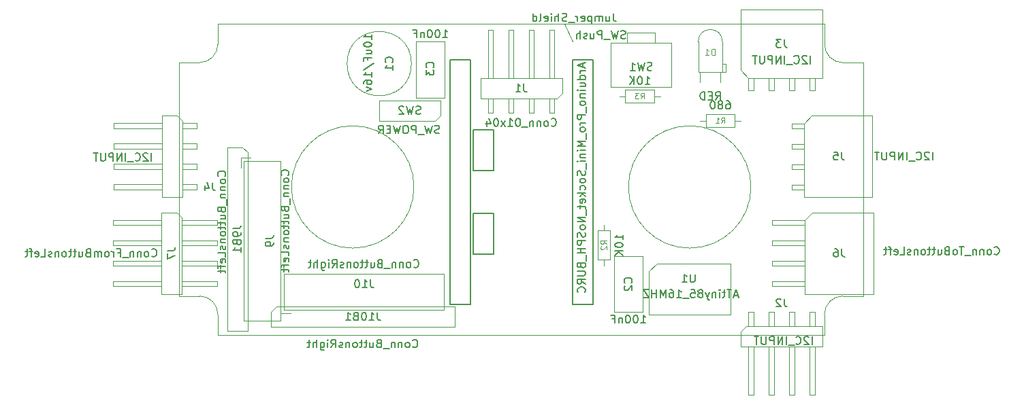
<source format=gbr>
%TF.GenerationSoftware,KiCad,Pcbnew,7.0.7*%
%TF.CreationDate,2023-10-01T14:42:12+02:00*%
%TF.ProjectId,Angle_Ana_Sw,416e676c-655f-4416-9e61-5f53772e6b69,1.0*%
%TF.SameCoordinates,Original*%
%TF.FileFunction,AssemblyDrawing,Bot*%
%FSLAX46Y46*%
G04 Gerber Fmt 4.6, Leading zero omitted, Abs format (unit mm)*
G04 Created by KiCad (PCBNEW 7.0.7) date 2023-10-01 14:42:12*
%MOMM*%
%LPD*%
G01*
G04 APERTURE LIST*
%ADD10C,0.100000*%
%ADD11C,0.150000*%
%ADD12C,0.108000*%
%ADD13C,0.120000*%
G04 APERTURE END LIST*
D10*
X218054000Y-132080000D02*
X218054000Y-134600000D01*
X220340000Y-129794000D02*
X222895000Y-129794000D01*
X140330000Y-100711000D02*
G75*
G03*
X142616000Y-98425000I0J2286000D01*
G01*
X142619525Y-132080000D02*
G75*
G03*
X140330000Y-129790475I-2289525J0D01*
G01*
X142619525Y-132080000D02*
X142619525Y-134620000D01*
X140330000Y-100711000D02*
X137795000Y-100711000D01*
X142616000Y-98425000D02*
X142616000Y-95885000D01*
X137795000Y-129794000D02*
X137795000Y-100711000D01*
X220340000Y-100711000D02*
X222880000Y-100711000D01*
X220340000Y-129794000D02*
G75*
G03*
X218054000Y-132080000I0J-2286000D01*
G01*
X218054000Y-98425000D02*
X218054000Y-95885000D01*
X218054000Y-98425000D02*
G75*
G03*
X220340000Y-100711000I2286000J0D01*
G01*
X142616000Y-95885000D02*
X218054000Y-95885000D01*
X222895000Y-100711000D02*
X222895000Y-129794000D01*
X140330000Y-129790475D02*
X137790000Y-129790475D01*
X185674000Y-95885000D02*
X186690000Y-98044000D01*
X142619525Y-134620000D02*
X218054000Y-134620000D01*
D11*
X134396811Y-124819580D02*
X134444430Y-124867200D01*
X134444430Y-124867200D02*
X134587287Y-124914819D01*
X134587287Y-124914819D02*
X134682525Y-124914819D01*
X134682525Y-124914819D02*
X134825382Y-124867200D01*
X134825382Y-124867200D02*
X134920620Y-124771961D01*
X134920620Y-124771961D02*
X134968239Y-124676723D01*
X134968239Y-124676723D02*
X135015858Y-124486247D01*
X135015858Y-124486247D02*
X135015858Y-124343390D01*
X135015858Y-124343390D02*
X134968239Y-124152914D01*
X134968239Y-124152914D02*
X134920620Y-124057676D01*
X134920620Y-124057676D02*
X134825382Y-123962438D01*
X134825382Y-123962438D02*
X134682525Y-123914819D01*
X134682525Y-123914819D02*
X134587287Y-123914819D01*
X134587287Y-123914819D02*
X134444430Y-123962438D01*
X134444430Y-123962438D02*
X134396811Y-124010057D01*
X133825382Y-124914819D02*
X133920620Y-124867200D01*
X133920620Y-124867200D02*
X133968239Y-124819580D01*
X133968239Y-124819580D02*
X134015858Y-124724342D01*
X134015858Y-124724342D02*
X134015858Y-124438628D01*
X134015858Y-124438628D02*
X133968239Y-124343390D01*
X133968239Y-124343390D02*
X133920620Y-124295771D01*
X133920620Y-124295771D02*
X133825382Y-124248152D01*
X133825382Y-124248152D02*
X133682525Y-124248152D01*
X133682525Y-124248152D02*
X133587287Y-124295771D01*
X133587287Y-124295771D02*
X133539668Y-124343390D01*
X133539668Y-124343390D02*
X133492049Y-124438628D01*
X133492049Y-124438628D02*
X133492049Y-124724342D01*
X133492049Y-124724342D02*
X133539668Y-124819580D01*
X133539668Y-124819580D02*
X133587287Y-124867200D01*
X133587287Y-124867200D02*
X133682525Y-124914819D01*
X133682525Y-124914819D02*
X133825382Y-124914819D01*
X133063477Y-124248152D02*
X133063477Y-124914819D01*
X133063477Y-124343390D02*
X133015858Y-124295771D01*
X133015858Y-124295771D02*
X132920620Y-124248152D01*
X132920620Y-124248152D02*
X132777763Y-124248152D01*
X132777763Y-124248152D02*
X132682525Y-124295771D01*
X132682525Y-124295771D02*
X132634906Y-124391009D01*
X132634906Y-124391009D02*
X132634906Y-124914819D01*
X132158715Y-124248152D02*
X132158715Y-124914819D01*
X132158715Y-124343390D02*
X132111096Y-124295771D01*
X132111096Y-124295771D02*
X132015858Y-124248152D01*
X132015858Y-124248152D02*
X131873001Y-124248152D01*
X131873001Y-124248152D02*
X131777763Y-124295771D01*
X131777763Y-124295771D02*
X131730144Y-124391009D01*
X131730144Y-124391009D02*
X131730144Y-124914819D01*
X131492049Y-125010057D02*
X130730144Y-125010057D01*
X130158715Y-124391009D02*
X130492048Y-124391009D01*
X130492048Y-124914819D02*
X130492048Y-123914819D01*
X130492048Y-123914819D02*
X130015858Y-123914819D01*
X129634905Y-124914819D02*
X129634905Y-124248152D01*
X129634905Y-124438628D02*
X129587286Y-124343390D01*
X129587286Y-124343390D02*
X129539667Y-124295771D01*
X129539667Y-124295771D02*
X129444429Y-124248152D01*
X129444429Y-124248152D02*
X129349191Y-124248152D01*
X128873000Y-124914819D02*
X128968238Y-124867200D01*
X128968238Y-124867200D02*
X129015857Y-124819580D01*
X129015857Y-124819580D02*
X129063476Y-124724342D01*
X129063476Y-124724342D02*
X129063476Y-124438628D01*
X129063476Y-124438628D02*
X129015857Y-124343390D01*
X129015857Y-124343390D02*
X128968238Y-124295771D01*
X128968238Y-124295771D02*
X128873000Y-124248152D01*
X128873000Y-124248152D02*
X128730143Y-124248152D01*
X128730143Y-124248152D02*
X128634905Y-124295771D01*
X128634905Y-124295771D02*
X128587286Y-124343390D01*
X128587286Y-124343390D02*
X128539667Y-124438628D01*
X128539667Y-124438628D02*
X128539667Y-124724342D01*
X128539667Y-124724342D02*
X128587286Y-124819580D01*
X128587286Y-124819580D02*
X128634905Y-124867200D01*
X128634905Y-124867200D02*
X128730143Y-124914819D01*
X128730143Y-124914819D02*
X128873000Y-124914819D01*
X128111095Y-124914819D02*
X128111095Y-124248152D01*
X128111095Y-124343390D02*
X128063476Y-124295771D01*
X128063476Y-124295771D02*
X127968238Y-124248152D01*
X127968238Y-124248152D02*
X127825381Y-124248152D01*
X127825381Y-124248152D02*
X127730143Y-124295771D01*
X127730143Y-124295771D02*
X127682524Y-124391009D01*
X127682524Y-124391009D02*
X127682524Y-124914819D01*
X127682524Y-124391009D02*
X127634905Y-124295771D01*
X127634905Y-124295771D02*
X127539667Y-124248152D01*
X127539667Y-124248152D02*
X127396810Y-124248152D01*
X127396810Y-124248152D02*
X127301571Y-124295771D01*
X127301571Y-124295771D02*
X127253952Y-124391009D01*
X127253952Y-124391009D02*
X127253952Y-124914819D01*
X126444429Y-124391009D02*
X126301572Y-124438628D01*
X126301572Y-124438628D02*
X126253953Y-124486247D01*
X126253953Y-124486247D02*
X126206334Y-124581485D01*
X126206334Y-124581485D02*
X126206334Y-124724342D01*
X126206334Y-124724342D02*
X126253953Y-124819580D01*
X126253953Y-124819580D02*
X126301572Y-124867200D01*
X126301572Y-124867200D02*
X126396810Y-124914819D01*
X126396810Y-124914819D02*
X126777762Y-124914819D01*
X126777762Y-124914819D02*
X126777762Y-123914819D01*
X126777762Y-123914819D02*
X126444429Y-123914819D01*
X126444429Y-123914819D02*
X126349191Y-123962438D01*
X126349191Y-123962438D02*
X126301572Y-124010057D01*
X126301572Y-124010057D02*
X126253953Y-124105295D01*
X126253953Y-124105295D02*
X126253953Y-124200533D01*
X126253953Y-124200533D02*
X126301572Y-124295771D01*
X126301572Y-124295771D02*
X126349191Y-124343390D01*
X126349191Y-124343390D02*
X126444429Y-124391009D01*
X126444429Y-124391009D02*
X126777762Y-124391009D01*
X125349191Y-124248152D02*
X125349191Y-124914819D01*
X125777762Y-124248152D02*
X125777762Y-124771961D01*
X125777762Y-124771961D02*
X125730143Y-124867200D01*
X125730143Y-124867200D02*
X125634905Y-124914819D01*
X125634905Y-124914819D02*
X125492048Y-124914819D01*
X125492048Y-124914819D02*
X125396810Y-124867200D01*
X125396810Y-124867200D02*
X125349191Y-124819580D01*
X125015857Y-124248152D02*
X124634905Y-124248152D01*
X124873000Y-123914819D02*
X124873000Y-124771961D01*
X124873000Y-124771961D02*
X124825381Y-124867200D01*
X124825381Y-124867200D02*
X124730143Y-124914819D01*
X124730143Y-124914819D02*
X124634905Y-124914819D01*
X124444428Y-124248152D02*
X124063476Y-124248152D01*
X124301571Y-123914819D02*
X124301571Y-124771961D01*
X124301571Y-124771961D02*
X124253952Y-124867200D01*
X124253952Y-124867200D02*
X124158714Y-124914819D01*
X124158714Y-124914819D02*
X124063476Y-124914819D01*
X123587285Y-124914819D02*
X123682523Y-124867200D01*
X123682523Y-124867200D02*
X123730142Y-124819580D01*
X123730142Y-124819580D02*
X123777761Y-124724342D01*
X123777761Y-124724342D02*
X123777761Y-124438628D01*
X123777761Y-124438628D02*
X123730142Y-124343390D01*
X123730142Y-124343390D02*
X123682523Y-124295771D01*
X123682523Y-124295771D02*
X123587285Y-124248152D01*
X123587285Y-124248152D02*
X123444428Y-124248152D01*
X123444428Y-124248152D02*
X123349190Y-124295771D01*
X123349190Y-124295771D02*
X123301571Y-124343390D01*
X123301571Y-124343390D02*
X123253952Y-124438628D01*
X123253952Y-124438628D02*
X123253952Y-124724342D01*
X123253952Y-124724342D02*
X123301571Y-124819580D01*
X123301571Y-124819580D02*
X123349190Y-124867200D01*
X123349190Y-124867200D02*
X123444428Y-124914819D01*
X123444428Y-124914819D02*
X123587285Y-124914819D01*
X122825380Y-124248152D02*
X122825380Y-124914819D01*
X122825380Y-124343390D02*
X122777761Y-124295771D01*
X122777761Y-124295771D02*
X122682523Y-124248152D01*
X122682523Y-124248152D02*
X122539666Y-124248152D01*
X122539666Y-124248152D02*
X122444428Y-124295771D01*
X122444428Y-124295771D02*
X122396809Y-124391009D01*
X122396809Y-124391009D02*
X122396809Y-124914819D01*
X121968237Y-124867200D02*
X121872999Y-124914819D01*
X121872999Y-124914819D02*
X121682523Y-124914819D01*
X121682523Y-124914819D02*
X121587285Y-124867200D01*
X121587285Y-124867200D02*
X121539666Y-124771961D01*
X121539666Y-124771961D02*
X121539666Y-124724342D01*
X121539666Y-124724342D02*
X121587285Y-124629104D01*
X121587285Y-124629104D02*
X121682523Y-124581485D01*
X121682523Y-124581485D02*
X121825380Y-124581485D01*
X121825380Y-124581485D02*
X121920618Y-124533866D01*
X121920618Y-124533866D02*
X121968237Y-124438628D01*
X121968237Y-124438628D02*
X121968237Y-124391009D01*
X121968237Y-124391009D02*
X121920618Y-124295771D01*
X121920618Y-124295771D02*
X121825380Y-124248152D01*
X121825380Y-124248152D02*
X121682523Y-124248152D01*
X121682523Y-124248152D02*
X121587285Y-124295771D01*
X120634904Y-124914819D02*
X121111094Y-124914819D01*
X121111094Y-124914819D02*
X121111094Y-123914819D01*
X119920618Y-124867200D02*
X120015856Y-124914819D01*
X120015856Y-124914819D02*
X120206332Y-124914819D01*
X120206332Y-124914819D02*
X120301570Y-124867200D01*
X120301570Y-124867200D02*
X120349189Y-124771961D01*
X120349189Y-124771961D02*
X120349189Y-124391009D01*
X120349189Y-124391009D02*
X120301570Y-124295771D01*
X120301570Y-124295771D02*
X120206332Y-124248152D01*
X120206332Y-124248152D02*
X120015856Y-124248152D01*
X120015856Y-124248152D02*
X119920618Y-124295771D01*
X119920618Y-124295771D02*
X119872999Y-124391009D01*
X119872999Y-124391009D02*
X119872999Y-124486247D01*
X119872999Y-124486247D02*
X120349189Y-124581485D01*
X119587284Y-124248152D02*
X119206332Y-124248152D01*
X119444427Y-124914819D02*
X119444427Y-124057676D01*
X119444427Y-124057676D02*
X119396808Y-123962438D01*
X119396808Y-123962438D02*
X119301570Y-123914819D01*
X119301570Y-123914819D02*
X119206332Y-123914819D01*
X119015855Y-124248152D02*
X118634903Y-124248152D01*
X118872998Y-123914819D02*
X118872998Y-124771961D01*
X118872998Y-124771961D02*
X118825379Y-124867200D01*
X118825379Y-124867200D02*
X118730141Y-124914819D01*
X118730141Y-124914819D02*
X118634903Y-124914819D01*
X136319819Y-124126666D02*
X137034104Y-124126666D01*
X137034104Y-124126666D02*
X137176961Y-124079047D01*
X137176961Y-124079047D02*
X137272200Y-123983809D01*
X137272200Y-123983809D02*
X137319819Y-123840952D01*
X137319819Y-123840952D02*
X137319819Y-123745714D01*
X136319819Y-124507619D02*
X136319819Y-125174285D01*
X136319819Y-125174285D02*
X137319819Y-124745714D01*
X195222619Y-133169819D02*
X195794047Y-133169819D01*
X195508333Y-133169819D02*
X195508333Y-132169819D01*
X195508333Y-132169819D02*
X195603571Y-132312676D01*
X195603571Y-132312676D02*
X195698809Y-132407914D01*
X195698809Y-132407914D02*
X195794047Y-132455533D01*
X194603571Y-132169819D02*
X194508333Y-132169819D01*
X194508333Y-132169819D02*
X194413095Y-132217438D01*
X194413095Y-132217438D02*
X194365476Y-132265057D01*
X194365476Y-132265057D02*
X194317857Y-132360295D01*
X194317857Y-132360295D02*
X194270238Y-132550771D01*
X194270238Y-132550771D02*
X194270238Y-132788866D01*
X194270238Y-132788866D02*
X194317857Y-132979342D01*
X194317857Y-132979342D02*
X194365476Y-133074580D01*
X194365476Y-133074580D02*
X194413095Y-133122200D01*
X194413095Y-133122200D02*
X194508333Y-133169819D01*
X194508333Y-133169819D02*
X194603571Y-133169819D01*
X194603571Y-133169819D02*
X194698809Y-133122200D01*
X194698809Y-133122200D02*
X194746428Y-133074580D01*
X194746428Y-133074580D02*
X194794047Y-132979342D01*
X194794047Y-132979342D02*
X194841666Y-132788866D01*
X194841666Y-132788866D02*
X194841666Y-132550771D01*
X194841666Y-132550771D02*
X194794047Y-132360295D01*
X194794047Y-132360295D02*
X194746428Y-132265057D01*
X194746428Y-132265057D02*
X194698809Y-132217438D01*
X194698809Y-132217438D02*
X194603571Y-132169819D01*
X193651190Y-132169819D02*
X193555952Y-132169819D01*
X193555952Y-132169819D02*
X193460714Y-132217438D01*
X193460714Y-132217438D02*
X193413095Y-132265057D01*
X193413095Y-132265057D02*
X193365476Y-132360295D01*
X193365476Y-132360295D02*
X193317857Y-132550771D01*
X193317857Y-132550771D02*
X193317857Y-132788866D01*
X193317857Y-132788866D02*
X193365476Y-132979342D01*
X193365476Y-132979342D02*
X193413095Y-133074580D01*
X193413095Y-133074580D02*
X193460714Y-133122200D01*
X193460714Y-133122200D02*
X193555952Y-133169819D01*
X193555952Y-133169819D02*
X193651190Y-133169819D01*
X193651190Y-133169819D02*
X193746428Y-133122200D01*
X193746428Y-133122200D02*
X193794047Y-133074580D01*
X193794047Y-133074580D02*
X193841666Y-132979342D01*
X193841666Y-132979342D02*
X193889285Y-132788866D01*
X193889285Y-132788866D02*
X193889285Y-132550771D01*
X193889285Y-132550771D02*
X193841666Y-132360295D01*
X193841666Y-132360295D02*
X193794047Y-132265057D01*
X193794047Y-132265057D02*
X193746428Y-132217438D01*
X193746428Y-132217438D02*
X193651190Y-132169819D01*
X192889285Y-132503152D02*
X192889285Y-133169819D01*
X192889285Y-132598390D02*
X192841666Y-132550771D01*
X192841666Y-132550771D02*
X192746428Y-132503152D01*
X192746428Y-132503152D02*
X192603571Y-132503152D01*
X192603571Y-132503152D02*
X192508333Y-132550771D01*
X192508333Y-132550771D02*
X192460714Y-132646009D01*
X192460714Y-132646009D02*
X192460714Y-133169819D01*
X191651190Y-132646009D02*
X191984523Y-132646009D01*
X191984523Y-133169819D02*
X191984523Y-132169819D01*
X191984523Y-132169819D02*
X191508333Y-132169819D01*
X194034580Y-128143333D02*
X194082200Y-128095714D01*
X194082200Y-128095714D02*
X194129819Y-127952857D01*
X194129819Y-127952857D02*
X194129819Y-127857619D01*
X194129819Y-127857619D02*
X194082200Y-127714762D01*
X194082200Y-127714762D02*
X193986961Y-127619524D01*
X193986961Y-127619524D02*
X193891723Y-127571905D01*
X193891723Y-127571905D02*
X193701247Y-127524286D01*
X193701247Y-127524286D02*
X193558390Y-127524286D01*
X193558390Y-127524286D02*
X193367914Y-127571905D01*
X193367914Y-127571905D02*
X193272676Y-127619524D01*
X193272676Y-127619524D02*
X193177438Y-127714762D01*
X193177438Y-127714762D02*
X193129819Y-127857619D01*
X193129819Y-127857619D02*
X193129819Y-127952857D01*
X193129819Y-127952857D02*
X193177438Y-128095714D01*
X193177438Y-128095714D02*
X193225057Y-128143333D01*
X193225057Y-128524286D02*
X193177438Y-128571905D01*
X193177438Y-128571905D02*
X193129819Y-128667143D01*
X193129819Y-128667143D02*
X193129819Y-128905238D01*
X193129819Y-128905238D02*
X193177438Y-129000476D01*
X193177438Y-129000476D02*
X193225057Y-129048095D01*
X193225057Y-129048095D02*
X193320295Y-129095714D01*
X193320295Y-129095714D02*
X193415533Y-129095714D01*
X193415533Y-129095714D02*
X193558390Y-129048095D01*
X193558390Y-129048095D02*
X194129819Y-128476667D01*
X194129819Y-128476667D02*
X194129819Y-129095714D01*
X170584619Y-97609819D02*
X171156047Y-97609819D01*
X170870333Y-97609819D02*
X170870333Y-96609819D01*
X170870333Y-96609819D02*
X170965571Y-96752676D01*
X170965571Y-96752676D02*
X171060809Y-96847914D01*
X171060809Y-96847914D02*
X171156047Y-96895533D01*
X169965571Y-96609819D02*
X169870333Y-96609819D01*
X169870333Y-96609819D02*
X169775095Y-96657438D01*
X169775095Y-96657438D02*
X169727476Y-96705057D01*
X169727476Y-96705057D02*
X169679857Y-96800295D01*
X169679857Y-96800295D02*
X169632238Y-96990771D01*
X169632238Y-96990771D02*
X169632238Y-97228866D01*
X169632238Y-97228866D02*
X169679857Y-97419342D01*
X169679857Y-97419342D02*
X169727476Y-97514580D01*
X169727476Y-97514580D02*
X169775095Y-97562200D01*
X169775095Y-97562200D02*
X169870333Y-97609819D01*
X169870333Y-97609819D02*
X169965571Y-97609819D01*
X169965571Y-97609819D02*
X170060809Y-97562200D01*
X170060809Y-97562200D02*
X170108428Y-97514580D01*
X170108428Y-97514580D02*
X170156047Y-97419342D01*
X170156047Y-97419342D02*
X170203666Y-97228866D01*
X170203666Y-97228866D02*
X170203666Y-96990771D01*
X170203666Y-96990771D02*
X170156047Y-96800295D01*
X170156047Y-96800295D02*
X170108428Y-96705057D01*
X170108428Y-96705057D02*
X170060809Y-96657438D01*
X170060809Y-96657438D02*
X169965571Y-96609819D01*
X169013190Y-96609819D02*
X168917952Y-96609819D01*
X168917952Y-96609819D02*
X168822714Y-96657438D01*
X168822714Y-96657438D02*
X168775095Y-96705057D01*
X168775095Y-96705057D02*
X168727476Y-96800295D01*
X168727476Y-96800295D02*
X168679857Y-96990771D01*
X168679857Y-96990771D02*
X168679857Y-97228866D01*
X168679857Y-97228866D02*
X168727476Y-97419342D01*
X168727476Y-97419342D02*
X168775095Y-97514580D01*
X168775095Y-97514580D02*
X168822714Y-97562200D01*
X168822714Y-97562200D02*
X168917952Y-97609819D01*
X168917952Y-97609819D02*
X169013190Y-97609819D01*
X169013190Y-97609819D02*
X169108428Y-97562200D01*
X169108428Y-97562200D02*
X169156047Y-97514580D01*
X169156047Y-97514580D02*
X169203666Y-97419342D01*
X169203666Y-97419342D02*
X169251285Y-97228866D01*
X169251285Y-97228866D02*
X169251285Y-96990771D01*
X169251285Y-96990771D02*
X169203666Y-96800295D01*
X169203666Y-96800295D02*
X169156047Y-96705057D01*
X169156047Y-96705057D02*
X169108428Y-96657438D01*
X169108428Y-96657438D02*
X169013190Y-96609819D01*
X168251285Y-96943152D02*
X168251285Y-97609819D01*
X168251285Y-97038390D02*
X168203666Y-96990771D01*
X168203666Y-96990771D02*
X168108428Y-96943152D01*
X168108428Y-96943152D02*
X167965571Y-96943152D01*
X167965571Y-96943152D02*
X167870333Y-96990771D01*
X167870333Y-96990771D02*
X167822714Y-97086009D01*
X167822714Y-97086009D02*
X167822714Y-97609819D01*
X167013190Y-97086009D02*
X167346523Y-97086009D01*
X167346523Y-97609819D02*
X167346523Y-96609819D01*
X167346523Y-96609819D02*
X166870333Y-96609819D01*
X169396580Y-101306333D02*
X169444200Y-101258714D01*
X169444200Y-101258714D02*
X169491819Y-101115857D01*
X169491819Y-101115857D02*
X169491819Y-101020619D01*
X169491819Y-101020619D02*
X169444200Y-100877762D01*
X169444200Y-100877762D02*
X169348961Y-100782524D01*
X169348961Y-100782524D02*
X169253723Y-100734905D01*
X169253723Y-100734905D02*
X169063247Y-100687286D01*
X169063247Y-100687286D02*
X168920390Y-100687286D01*
X168920390Y-100687286D02*
X168729914Y-100734905D01*
X168729914Y-100734905D02*
X168634676Y-100782524D01*
X168634676Y-100782524D02*
X168539438Y-100877762D01*
X168539438Y-100877762D02*
X168491819Y-101020619D01*
X168491819Y-101020619D02*
X168491819Y-101115857D01*
X168491819Y-101115857D02*
X168539438Y-101258714D01*
X168539438Y-101258714D02*
X168587057Y-101306333D01*
X168491819Y-101639667D02*
X168491819Y-102258714D01*
X168491819Y-102258714D02*
X168872771Y-101925381D01*
X168872771Y-101925381D02*
X168872771Y-102068238D01*
X168872771Y-102068238D02*
X168920390Y-102163476D01*
X168920390Y-102163476D02*
X168968009Y-102211095D01*
X168968009Y-102211095D02*
X169063247Y-102258714D01*
X169063247Y-102258714D02*
X169301342Y-102258714D01*
X169301342Y-102258714D02*
X169396580Y-102211095D01*
X169396580Y-102211095D02*
X169444200Y-102163476D01*
X169444200Y-102163476D02*
X169491819Y-102068238D01*
X169491819Y-102068238D02*
X169491819Y-101782524D01*
X169491819Y-101782524D02*
X169444200Y-101687286D01*
X169444200Y-101687286D02*
X169396580Y-101639667D01*
X207255333Y-129709104D02*
X206779143Y-129709104D01*
X207350571Y-129994819D02*
X207017238Y-128994819D01*
X207017238Y-128994819D02*
X206683905Y-129994819D01*
X206493428Y-128994819D02*
X205922000Y-128994819D01*
X206207714Y-129994819D02*
X206207714Y-128994819D01*
X205731523Y-129328152D02*
X205350571Y-129328152D01*
X205588666Y-128994819D02*
X205588666Y-129851961D01*
X205588666Y-129851961D02*
X205541047Y-129947200D01*
X205541047Y-129947200D02*
X205445809Y-129994819D01*
X205445809Y-129994819D02*
X205350571Y-129994819D01*
X205017237Y-129994819D02*
X205017237Y-129328152D01*
X205017237Y-128994819D02*
X205064856Y-129042438D01*
X205064856Y-129042438D02*
X205017237Y-129090057D01*
X205017237Y-129090057D02*
X204969618Y-129042438D01*
X204969618Y-129042438D02*
X205017237Y-128994819D01*
X205017237Y-128994819D02*
X205017237Y-129090057D01*
X204541047Y-129328152D02*
X204541047Y-129994819D01*
X204541047Y-129423390D02*
X204493428Y-129375771D01*
X204493428Y-129375771D02*
X204398190Y-129328152D01*
X204398190Y-129328152D02*
X204255333Y-129328152D01*
X204255333Y-129328152D02*
X204160095Y-129375771D01*
X204160095Y-129375771D02*
X204112476Y-129471009D01*
X204112476Y-129471009D02*
X204112476Y-129994819D01*
X203731523Y-129328152D02*
X203493428Y-129994819D01*
X203255333Y-129328152D02*
X203493428Y-129994819D01*
X203493428Y-129994819D02*
X203588666Y-130232914D01*
X203588666Y-130232914D02*
X203636285Y-130280533D01*
X203636285Y-130280533D02*
X203731523Y-130328152D01*
X202731523Y-129423390D02*
X202826761Y-129375771D01*
X202826761Y-129375771D02*
X202874380Y-129328152D01*
X202874380Y-129328152D02*
X202921999Y-129232914D01*
X202921999Y-129232914D02*
X202921999Y-129185295D01*
X202921999Y-129185295D02*
X202874380Y-129090057D01*
X202874380Y-129090057D02*
X202826761Y-129042438D01*
X202826761Y-129042438D02*
X202731523Y-128994819D01*
X202731523Y-128994819D02*
X202541047Y-128994819D01*
X202541047Y-128994819D02*
X202445809Y-129042438D01*
X202445809Y-129042438D02*
X202398190Y-129090057D01*
X202398190Y-129090057D02*
X202350571Y-129185295D01*
X202350571Y-129185295D02*
X202350571Y-129232914D01*
X202350571Y-129232914D02*
X202398190Y-129328152D01*
X202398190Y-129328152D02*
X202445809Y-129375771D01*
X202445809Y-129375771D02*
X202541047Y-129423390D01*
X202541047Y-129423390D02*
X202731523Y-129423390D01*
X202731523Y-129423390D02*
X202826761Y-129471009D01*
X202826761Y-129471009D02*
X202874380Y-129518628D01*
X202874380Y-129518628D02*
X202921999Y-129613866D01*
X202921999Y-129613866D02*
X202921999Y-129804342D01*
X202921999Y-129804342D02*
X202874380Y-129899580D01*
X202874380Y-129899580D02*
X202826761Y-129947200D01*
X202826761Y-129947200D02*
X202731523Y-129994819D01*
X202731523Y-129994819D02*
X202541047Y-129994819D01*
X202541047Y-129994819D02*
X202445809Y-129947200D01*
X202445809Y-129947200D02*
X202398190Y-129899580D01*
X202398190Y-129899580D02*
X202350571Y-129804342D01*
X202350571Y-129804342D02*
X202350571Y-129613866D01*
X202350571Y-129613866D02*
X202398190Y-129518628D01*
X202398190Y-129518628D02*
X202445809Y-129471009D01*
X202445809Y-129471009D02*
X202541047Y-129423390D01*
X201445809Y-128994819D02*
X201921999Y-128994819D01*
X201921999Y-128994819D02*
X201969618Y-129471009D01*
X201969618Y-129471009D02*
X201921999Y-129423390D01*
X201921999Y-129423390D02*
X201826761Y-129375771D01*
X201826761Y-129375771D02*
X201588666Y-129375771D01*
X201588666Y-129375771D02*
X201493428Y-129423390D01*
X201493428Y-129423390D02*
X201445809Y-129471009D01*
X201445809Y-129471009D02*
X201398190Y-129566247D01*
X201398190Y-129566247D02*
X201398190Y-129804342D01*
X201398190Y-129804342D02*
X201445809Y-129899580D01*
X201445809Y-129899580D02*
X201493428Y-129947200D01*
X201493428Y-129947200D02*
X201588666Y-129994819D01*
X201588666Y-129994819D02*
X201826761Y-129994819D01*
X201826761Y-129994819D02*
X201921999Y-129947200D01*
X201921999Y-129947200D02*
X201969618Y-129899580D01*
X201207714Y-130090057D02*
X200445809Y-130090057D01*
X199683904Y-129994819D02*
X200255332Y-129994819D01*
X199969618Y-129994819D02*
X199969618Y-128994819D01*
X199969618Y-128994819D02*
X200064856Y-129137676D01*
X200064856Y-129137676D02*
X200160094Y-129232914D01*
X200160094Y-129232914D02*
X200255332Y-129280533D01*
X198826761Y-128994819D02*
X199017237Y-128994819D01*
X199017237Y-128994819D02*
X199112475Y-129042438D01*
X199112475Y-129042438D02*
X199160094Y-129090057D01*
X199160094Y-129090057D02*
X199255332Y-129232914D01*
X199255332Y-129232914D02*
X199302951Y-129423390D01*
X199302951Y-129423390D02*
X199302951Y-129804342D01*
X199302951Y-129804342D02*
X199255332Y-129899580D01*
X199255332Y-129899580D02*
X199207713Y-129947200D01*
X199207713Y-129947200D02*
X199112475Y-129994819D01*
X199112475Y-129994819D02*
X198921999Y-129994819D01*
X198921999Y-129994819D02*
X198826761Y-129947200D01*
X198826761Y-129947200D02*
X198779142Y-129899580D01*
X198779142Y-129899580D02*
X198731523Y-129804342D01*
X198731523Y-129804342D02*
X198731523Y-129566247D01*
X198731523Y-129566247D02*
X198779142Y-129471009D01*
X198779142Y-129471009D02*
X198826761Y-129423390D01*
X198826761Y-129423390D02*
X198921999Y-129375771D01*
X198921999Y-129375771D02*
X199112475Y-129375771D01*
X199112475Y-129375771D02*
X199207713Y-129423390D01*
X199207713Y-129423390D02*
X199255332Y-129471009D01*
X199255332Y-129471009D02*
X199302951Y-129566247D01*
X198302951Y-129994819D02*
X198302951Y-128994819D01*
X198302951Y-128994819D02*
X197969618Y-129709104D01*
X197969618Y-129709104D02*
X197636285Y-128994819D01*
X197636285Y-128994819D02*
X197636285Y-129994819D01*
X197160094Y-129994819D02*
X197160094Y-128994819D01*
X197160094Y-129471009D02*
X196588666Y-129471009D01*
X196588666Y-129994819D02*
X196588666Y-128994819D01*
X196207713Y-128994819D02*
X195541047Y-128994819D01*
X195541047Y-128994819D02*
X196207713Y-129994819D01*
X196207713Y-129994819D02*
X195541047Y-129994819D01*
X201929904Y-127089819D02*
X201929904Y-127899342D01*
X201929904Y-127899342D02*
X201882285Y-127994580D01*
X201882285Y-127994580D02*
X201834666Y-128042200D01*
X201834666Y-128042200D02*
X201739428Y-128089819D01*
X201739428Y-128089819D02*
X201548952Y-128089819D01*
X201548952Y-128089819D02*
X201453714Y-128042200D01*
X201453714Y-128042200D02*
X201406095Y-127994580D01*
X201406095Y-127994580D02*
X201358476Y-127899342D01*
X201358476Y-127899342D02*
X201358476Y-127089819D01*
X200358476Y-128089819D02*
X200929904Y-128089819D01*
X200644190Y-128089819D02*
X200644190Y-127089819D01*
X200644190Y-127089819D02*
X200739428Y-127232676D01*
X200739428Y-127232676D02*
X200834666Y-127327914D01*
X200834666Y-127327914D02*
X200929904Y-127375533D01*
X166971477Y-126153580D02*
X167019096Y-126201200D01*
X167019096Y-126201200D02*
X167161953Y-126248819D01*
X167161953Y-126248819D02*
X167257191Y-126248819D01*
X167257191Y-126248819D02*
X167400048Y-126201200D01*
X167400048Y-126201200D02*
X167495286Y-126105961D01*
X167495286Y-126105961D02*
X167542905Y-126010723D01*
X167542905Y-126010723D02*
X167590524Y-125820247D01*
X167590524Y-125820247D02*
X167590524Y-125677390D01*
X167590524Y-125677390D02*
X167542905Y-125486914D01*
X167542905Y-125486914D02*
X167495286Y-125391676D01*
X167495286Y-125391676D02*
X167400048Y-125296438D01*
X167400048Y-125296438D02*
X167257191Y-125248819D01*
X167257191Y-125248819D02*
X167161953Y-125248819D01*
X167161953Y-125248819D02*
X167019096Y-125296438D01*
X167019096Y-125296438D02*
X166971477Y-125344057D01*
X166400048Y-126248819D02*
X166495286Y-126201200D01*
X166495286Y-126201200D02*
X166542905Y-126153580D01*
X166542905Y-126153580D02*
X166590524Y-126058342D01*
X166590524Y-126058342D02*
X166590524Y-125772628D01*
X166590524Y-125772628D02*
X166542905Y-125677390D01*
X166542905Y-125677390D02*
X166495286Y-125629771D01*
X166495286Y-125629771D02*
X166400048Y-125582152D01*
X166400048Y-125582152D02*
X166257191Y-125582152D01*
X166257191Y-125582152D02*
X166161953Y-125629771D01*
X166161953Y-125629771D02*
X166114334Y-125677390D01*
X166114334Y-125677390D02*
X166066715Y-125772628D01*
X166066715Y-125772628D02*
X166066715Y-126058342D01*
X166066715Y-126058342D02*
X166114334Y-126153580D01*
X166114334Y-126153580D02*
X166161953Y-126201200D01*
X166161953Y-126201200D02*
X166257191Y-126248819D01*
X166257191Y-126248819D02*
X166400048Y-126248819D01*
X165638143Y-125582152D02*
X165638143Y-126248819D01*
X165638143Y-125677390D02*
X165590524Y-125629771D01*
X165590524Y-125629771D02*
X165495286Y-125582152D01*
X165495286Y-125582152D02*
X165352429Y-125582152D01*
X165352429Y-125582152D02*
X165257191Y-125629771D01*
X165257191Y-125629771D02*
X165209572Y-125725009D01*
X165209572Y-125725009D02*
X165209572Y-126248819D01*
X164733381Y-125582152D02*
X164733381Y-126248819D01*
X164733381Y-125677390D02*
X164685762Y-125629771D01*
X164685762Y-125629771D02*
X164590524Y-125582152D01*
X164590524Y-125582152D02*
X164447667Y-125582152D01*
X164447667Y-125582152D02*
X164352429Y-125629771D01*
X164352429Y-125629771D02*
X164304810Y-125725009D01*
X164304810Y-125725009D02*
X164304810Y-126248819D01*
X164066715Y-126344057D02*
X163304810Y-126344057D01*
X162733381Y-125725009D02*
X162590524Y-125772628D01*
X162590524Y-125772628D02*
X162542905Y-125820247D01*
X162542905Y-125820247D02*
X162495286Y-125915485D01*
X162495286Y-125915485D02*
X162495286Y-126058342D01*
X162495286Y-126058342D02*
X162542905Y-126153580D01*
X162542905Y-126153580D02*
X162590524Y-126201200D01*
X162590524Y-126201200D02*
X162685762Y-126248819D01*
X162685762Y-126248819D02*
X163066714Y-126248819D01*
X163066714Y-126248819D02*
X163066714Y-125248819D01*
X163066714Y-125248819D02*
X162733381Y-125248819D01*
X162733381Y-125248819D02*
X162638143Y-125296438D01*
X162638143Y-125296438D02*
X162590524Y-125344057D01*
X162590524Y-125344057D02*
X162542905Y-125439295D01*
X162542905Y-125439295D02*
X162542905Y-125534533D01*
X162542905Y-125534533D02*
X162590524Y-125629771D01*
X162590524Y-125629771D02*
X162638143Y-125677390D01*
X162638143Y-125677390D02*
X162733381Y-125725009D01*
X162733381Y-125725009D02*
X163066714Y-125725009D01*
X161638143Y-125582152D02*
X161638143Y-126248819D01*
X162066714Y-125582152D02*
X162066714Y-126105961D01*
X162066714Y-126105961D02*
X162019095Y-126201200D01*
X162019095Y-126201200D02*
X161923857Y-126248819D01*
X161923857Y-126248819D02*
X161781000Y-126248819D01*
X161781000Y-126248819D02*
X161685762Y-126201200D01*
X161685762Y-126201200D02*
X161638143Y-126153580D01*
X161304809Y-125582152D02*
X160923857Y-125582152D01*
X161161952Y-125248819D02*
X161161952Y-126105961D01*
X161161952Y-126105961D02*
X161114333Y-126201200D01*
X161114333Y-126201200D02*
X161019095Y-126248819D01*
X161019095Y-126248819D02*
X160923857Y-126248819D01*
X160733380Y-125582152D02*
X160352428Y-125582152D01*
X160590523Y-125248819D02*
X160590523Y-126105961D01*
X160590523Y-126105961D02*
X160542904Y-126201200D01*
X160542904Y-126201200D02*
X160447666Y-126248819D01*
X160447666Y-126248819D02*
X160352428Y-126248819D01*
X159876237Y-126248819D02*
X159971475Y-126201200D01*
X159971475Y-126201200D02*
X160019094Y-126153580D01*
X160019094Y-126153580D02*
X160066713Y-126058342D01*
X160066713Y-126058342D02*
X160066713Y-125772628D01*
X160066713Y-125772628D02*
X160019094Y-125677390D01*
X160019094Y-125677390D02*
X159971475Y-125629771D01*
X159971475Y-125629771D02*
X159876237Y-125582152D01*
X159876237Y-125582152D02*
X159733380Y-125582152D01*
X159733380Y-125582152D02*
X159638142Y-125629771D01*
X159638142Y-125629771D02*
X159590523Y-125677390D01*
X159590523Y-125677390D02*
X159542904Y-125772628D01*
X159542904Y-125772628D02*
X159542904Y-126058342D01*
X159542904Y-126058342D02*
X159590523Y-126153580D01*
X159590523Y-126153580D02*
X159638142Y-126201200D01*
X159638142Y-126201200D02*
X159733380Y-126248819D01*
X159733380Y-126248819D02*
X159876237Y-126248819D01*
X159114332Y-125582152D02*
X159114332Y-126248819D01*
X159114332Y-125677390D02*
X159066713Y-125629771D01*
X159066713Y-125629771D02*
X158971475Y-125582152D01*
X158971475Y-125582152D02*
X158828618Y-125582152D01*
X158828618Y-125582152D02*
X158733380Y-125629771D01*
X158733380Y-125629771D02*
X158685761Y-125725009D01*
X158685761Y-125725009D02*
X158685761Y-126248819D01*
X158257189Y-126201200D02*
X158161951Y-126248819D01*
X158161951Y-126248819D02*
X157971475Y-126248819D01*
X157971475Y-126248819D02*
X157876237Y-126201200D01*
X157876237Y-126201200D02*
X157828618Y-126105961D01*
X157828618Y-126105961D02*
X157828618Y-126058342D01*
X157828618Y-126058342D02*
X157876237Y-125963104D01*
X157876237Y-125963104D02*
X157971475Y-125915485D01*
X157971475Y-125915485D02*
X158114332Y-125915485D01*
X158114332Y-125915485D02*
X158209570Y-125867866D01*
X158209570Y-125867866D02*
X158257189Y-125772628D01*
X158257189Y-125772628D02*
X158257189Y-125725009D01*
X158257189Y-125725009D02*
X158209570Y-125629771D01*
X158209570Y-125629771D02*
X158114332Y-125582152D01*
X158114332Y-125582152D02*
X157971475Y-125582152D01*
X157971475Y-125582152D02*
X157876237Y-125629771D01*
X156828618Y-126248819D02*
X157161951Y-125772628D01*
X157400046Y-126248819D02*
X157400046Y-125248819D01*
X157400046Y-125248819D02*
X157019094Y-125248819D01*
X157019094Y-125248819D02*
X156923856Y-125296438D01*
X156923856Y-125296438D02*
X156876237Y-125344057D01*
X156876237Y-125344057D02*
X156828618Y-125439295D01*
X156828618Y-125439295D02*
X156828618Y-125582152D01*
X156828618Y-125582152D02*
X156876237Y-125677390D01*
X156876237Y-125677390D02*
X156923856Y-125725009D01*
X156923856Y-125725009D02*
X157019094Y-125772628D01*
X157019094Y-125772628D02*
X157400046Y-125772628D01*
X156400046Y-126248819D02*
X156400046Y-125582152D01*
X156400046Y-125248819D02*
X156447665Y-125296438D01*
X156447665Y-125296438D02*
X156400046Y-125344057D01*
X156400046Y-125344057D02*
X156352427Y-125296438D01*
X156352427Y-125296438D02*
X156400046Y-125248819D01*
X156400046Y-125248819D02*
X156400046Y-125344057D01*
X155495285Y-125582152D02*
X155495285Y-126391676D01*
X155495285Y-126391676D02*
X155542904Y-126486914D01*
X155542904Y-126486914D02*
X155590523Y-126534533D01*
X155590523Y-126534533D02*
X155685761Y-126582152D01*
X155685761Y-126582152D02*
X155828618Y-126582152D01*
X155828618Y-126582152D02*
X155923856Y-126534533D01*
X155495285Y-126201200D02*
X155590523Y-126248819D01*
X155590523Y-126248819D02*
X155780999Y-126248819D01*
X155780999Y-126248819D02*
X155876237Y-126201200D01*
X155876237Y-126201200D02*
X155923856Y-126153580D01*
X155923856Y-126153580D02*
X155971475Y-126058342D01*
X155971475Y-126058342D02*
X155971475Y-125772628D01*
X155971475Y-125772628D02*
X155923856Y-125677390D01*
X155923856Y-125677390D02*
X155876237Y-125629771D01*
X155876237Y-125629771D02*
X155780999Y-125582152D01*
X155780999Y-125582152D02*
X155590523Y-125582152D01*
X155590523Y-125582152D02*
X155495285Y-125629771D01*
X155019094Y-126248819D02*
X155019094Y-125248819D01*
X154590523Y-126248819D02*
X154590523Y-125725009D01*
X154590523Y-125725009D02*
X154638142Y-125629771D01*
X154638142Y-125629771D02*
X154733380Y-125582152D01*
X154733380Y-125582152D02*
X154876237Y-125582152D01*
X154876237Y-125582152D02*
X154971475Y-125629771D01*
X154971475Y-125629771D02*
X155019094Y-125677390D01*
X154257189Y-125582152D02*
X153876237Y-125582152D01*
X154114332Y-125248819D02*
X154114332Y-126105961D01*
X154114332Y-126105961D02*
X154066713Y-126201200D01*
X154066713Y-126201200D02*
X153971475Y-126248819D01*
X153971475Y-126248819D02*
X153876237Y-126248819D01*
X161590523Y-127748819D02*
X161590523Y-128463104D01*
X161590523Y-128463104D02*
X161638142Y-128605961D01*
X161638142Y-128605961D02*
X161733380Y-128701200D01*
X161733380Y-128701200D02*
X161876237Y-128748819D01*
X161876237Y-128748819D02*
X161971475Y-128748819D01*
X160590523Y-128748819D02*
X161161951Y-128748819D01*
X160876237Y-128748819D02*
X160876237Y-127748819D01*
X160876237Y-127748819D02*
X160971475Y-127891676D01*
X160971475Y-127891676D02*
X161066713Y-127986914D01*
X161066713Y-127986914D02*
X161161951Y-128034533D01*
X159971475Y-127748819D02*
X159876237Y-127748819D01*
X159876237Y-127748819D02*
X159780999Y-127796438D01*
X159780999Y-127796438D02*
X159733380Y-127844057D01*
X159733380Y-127844057D02*
X159685761Y-127939295D01*
X159685761Y-127939295D02*
X159638142Y-128129771D01*
X159638142Y-128129771D02*
X159638142Y-128367866D01*
X159638142Y-128367866D02*
X159685761Y-128558342D01*
X159685761Y-128558342D02*
X159733380Y-128653580D01*
X159733380Y-128653580D02*
X159780999Y-128701200D01*
X159780999Y-128701200D02*
X159876237Y-128748819D01*
X159876237Y-128748819D02*
X159971475Y-128748819D01*
X159971475Y-128748819D02*
X160066713Y-128701200D01*
X160066713Y-128701200D02*
X160114332Y-128653580D01*
X160114332Y-128653580D02*
X160161951Y-128558342D01*
X160161951Y-128558342D02*
X160209570Y-128367866D01*
X160209570Y-128367866D02*
X160209570Y-128129771D01*
X160209570Y-128129771D02*
X160161951Y-127939295D01*
X160161951Y-127939295D02*
X160114332Y-127844057D01*
X160114332Y-127844057D02*
X160066713Y-127796438D01*
X160066713Y-127796438D02*
X159971475Y-127748819D01*
X170155713Y-109500200D02*
X170012856Y-109547819D01*
X170012856Y-109547819D02*
X169774761Y-109547819D01*
X169774761Y-109547819D02*
X169679523Y-109500200D01*
X169679523Y-109500200D02*
X169631904Y-109452580D01*
X169631904Y-109452580D02*
X169584285Y-109357342D01*
X169584285Y-109357342D02*
X169584285Y-109262104D01*
X169584285Y-109262104D02*
X169631904Y-109166866D01*
X169631904Y-109166866D02*
X169679523Y-109119247D01*
X169679523Y-109119247D02*
X169774761Y-109071628D01*
X169774761Y-109071628D02*
X169965237Y-109024009D01*
X169965237Y-109024009D02*
X170060475Y-108976390D01*
X170060475Y-108976390D02*
X170108094Y-108928771D01*
X170108094Y-108928771D02*
X170155713Y-108833533D01*
X170155713Y-108833533D02*
X170155713Y-108738295D01*
X170155713Y-108738295D02*
X170108094Y-108643057D01*
X170108094Y-108643057D02*
X170060475Y-108595438D01*
X170060475Y-108595438D02*
X169965237Y-108547819D01*
X169965237Y-108547819D02*
X169727142Y-108547819D01*
X169727142Y-108547819D02*
X169584285Y-108595438D01*
X169250951Y-108547819D02*
X169012856Y-109547819D01*
X169012856Y-109547819D02*
X168822380Y-108833533D01*
X168822380Y-108833533D02*
X168631904Y-109547819D01*
X168631904Y-109547819D02*
X168393809Y-108547819D01*
X168250952Y-109643057D02*
X167489047Y-109643057D01*
X167250951Y-109547819D02*
X167250951Y-108547819D01*
X167250951Y-108547819D02*
X166869999Y-108547819D01*
X166869999Y-108547819D02*
X166774761Y-108595438D01*
X166774761Y-108595438D02*
X166727142Y-108643057D01*
X166727142Y-108643057D02*
X166679523Y-108738295D01*
X166679523Y-108738295D02*
X166679523Y-108881152D01*
X166679523Y-108881152D02*
X166727142Y-108976390D01*
X166727142Y-108976390D02*
X166774761Y-109024009D01*
X166774761Y-109024009D02*
X166869999Y-109071628D01*
X166869999Y-109071628D02*
X167250951Y-109071628D01*
X166060475Y-108547819D02*
X165869999Y-108547819D01*
X165869999Y-108547819D02*
X165774761Y-108595438D01*
X165774761Y-108595438D02*
X165679523Y-108690676D01*
X165679523Y-108690676D02*
X165631904Y-108881152D01*
X165631904Y-108881152D02*
X165631904Y-109214485D01*
X165631904Y-109214485D02*
X165679523Y-109404961D01*
X165679523Y-109404961D02*
X165774761Y-109500200D01*
X165774761Y-109500200D02*
X165869999Y-109547819D01*
X165869999Y-109547819D02*
X166060475Y-109547819D01*
X166060475Y-109547819D02*
X166155713Y-109500200D01*
X166155713Y-109500200D02*
X166250951Y-109404961D01*
X166250951Y-109404961D02*
X166298570Y-109214485D01*
X166298570Y-109214485D02*
X166298570Y-108881152D01*
X166298570Y-108881152D02*
X166250951Y-108690676D01*
X166250951Y-108690676D02*
X166155713Y-108595438D01*
X166155713Y-108595438D02*
X166060475Y-108547819D01*
X165298570Y-108547819D02*
X165060475Y-109547819D01*
X165060475Y-109547819D02*
X164869999Y-108833533D01*
X164869999Y-108833533D02*
X164679523Y-109547819D01*
X164679523Y-109547819D02*
X164441428Y-108547819D01*
X164060475Y-109024009D02*
X163727142Y-109024009D01*
X163584285Y-109547819D02*
X164060475Y-109547819D01*
X164060475Y-109547819D02*
X164060475Y-108547819D01*
X164060475Y-108547819D02*
X163584285Y-108547819D01*
X162584285Y-109547819D02*
X162917618Y-109071628D01*
X163155713Y-109547819D02*
X163155713Y-108547819D01*
X163155713Y-108547819D02*
X162774761Y-108547819D01*
X162774761Y-108547819D02*
X162679523Y-108595438D01*
X162679523Y-108595438D02*
X162631904Y-108643057D01*
X162631904Y-108643057D02*
X162584285Y-108738295D01*
X162584285Y-108738295D02*
X162584285Y-108881152D01*
X162584285Y-108881152D02*
X162631904Y-108976390D01*
X162631904Y-108976390D02*
X162679523Y-109024009D01*
X162679523Y-109024009D02*
X162774761Y-109071628D01*
X162774761Y-109071628D02*
X163155713Y-109071628D01*
X167815332Y-107087200D02*
X167672475Y-107134819D01*
X167672475Y-107134819D02*
X167434380Y-107134819D01*
X167434380Y-107134819D02*
X167339142Y-107087200D01*
X167339142Y-107087200D02*
X167291523Y-107039580D01*
X167291523Y-107039580D02*
X167243904Y-106944342D01*
X167243904Y-106944342D02*
X167243904Y-106849104D01*
X167243904Y-106849104D02*
X167291523Y-106753866D01*
X167291523Y-106753866D02*
X167339142Y-106706247D01*
X167339142Y-106706247D02*
X167434380Y-106658628D01*
X167434380Y-106658628D02*
X167624856Y-106611009D01*
X167624856Y-106611009D02*
X167720094Y-106563390D01*
X167720094Y-106563390D02*
X167767713Y-106515771D01*
X167767713Y-106515771D02*
X167815332Y-106420533D01*
X167815332Y-106420533D02*
X167815332Y-106325295D01*
X167815332Y-106325295D02*
X167767713Y-106230057D01*
X167767713Y-106230057D02*
X167720094Y-106182438D01*
X167720094Y-106182438D02*
X167624856Y-106134819D01*
X167624856Y-106134819D02*
X167386761Y-106134819D01*
X167386761Y-106134819D02*
X167243904Y-106182438D01*
X166910570Y-106134819D02*
X166672475Y-107134819D01*
X166672475Y-107134819D02*
X166481999Y-106420533D01*
X166481999Y-106420533D02*
X166291523Y-107134819D01*
X166291523Y-107134819D02*
X166053428Y-106134819D01*
X165720094Y-106230057D02*
X165672475Y-106182438D01*
X165672475Y-106182438D02*
X165577237Y-106134819D01*
X165577237Y-106134819D02*
X165339142Y-106134819D01*
X165339142Y-106134819D02*
X165243904Y-106182438D01*
X165243904Y-106182438D02*
X165196285Y-106230057D01*
X165196285Y-106230057D02*
X165148666Y-106325295D01*
X165148666Y-106325295D02*
X165148666Y-106420533D01*
X165148666Y-106420533D02*
X165196285Y-106563390D01*
X165196285Y-106563390D02*
X165767713Y-107134819D01*
X165767713Y-107134819D02*
X165148666Y-107134819D01*
X195762476Y-103436819D02*
X196333904Y-103436819D01*
X196048190Y-103436819D02*
X196048190Y-102436819D01*
X196048190Y-102436819D02*
X196143428Y-102579676D01*
X196143428Y-102579676D02*
X196238666Y-102674914D01*
X196238666Y-102674914D02*
X196333904Y-102722533D01*
X195143428Y-102436819D02*
X195048190Y-102436819D01*
X195048190Y-102436819D02*
X194952952Y-102484438D01*
X194952952Y-102484438D02*
X194905333Y-102532057D01*
X194905333Y-102532057D02*
X194857714Y-102627295D01*
X194857714Y-102627295D02*
X194810095Y-102817771D01*
X194810095Y-102817771D02*
X194810095Y-103055866D01*
X194810095Y-103055866D02*
X194857714Y-103246342D01*
X194857714Y-103246342D02*
X194905333Y-103341580D01*
X194905333Y-103341580D02*
X194952952Y-103389200D01*
X194952952Y-103389200D02*
X195048190Y-103436819D01*
X195048190Y-103436819D02*
X195143428Y-103436819D01*
X195143428Y-103436819D02*
X195238666Y-103389200D01*
X195238666Y-103389200D02*
X195286285Y-103341580D01*
X195286285Y-103341580D02*
X195333904Y-103246342D01*
X195333904Y-103246342D02*
X195381523Y-103055866D01*
X195381523Y-103055866D02*
X195381523Y-102817771D01*
X195381523Y-102817771D02*
X195333904Y-102627295D01*
X195333904Y-102627295D02*
X195286285Y-102532057D01*
X195286285Y-102532057D02*
X195238666Y-102484438D01*
X195238666Y-102484438D02*
X195143428Y-102436819D01*
X194381523Y-103436819D02*
X194381523Y-102436819D01*
X193810095Y-103436819D02*
X194238666Y-102865390D01*
X193810095Y-102436819D02*
X194381523Y-103008247D01*
D12*
X195191999Y-105229469D02*
X195431999Y-104886612D01*
X195603428Y-105229469D02*
X195603428Y-104509469D01*
X195603428Y-104509469D02*
X195329142Y-104509469D01*
X195329142Y-104509469D02*
X195260571Y-104543755D01*
X195260571Y-104543755D02*
X195226285Y-104578041D01*
X195226285Y-104578041D02*
X195191999Y-104646612D01*
X195191999Y-104646612D02*
X195191999Y-104749469D01*
X195191999Y-104749469D02*
X195226285Y-104818041D01*
X195226285Y-104818041D02*
X195260571Y-104852326D01*
X195260571Y-104852326D02*
X195329142Y-104886612D01*
X195329142Y-104886612D02*
X195603428Y-104886612D01*
X194951999Y-104509469D02*
X194506285Y-104509469D01*
X194506285Y-104509469D02*
X194746285Y-104783755D01*
X194746285Y-104783755D02*
X194643428Y-104783755D01*
X194643428Y-104783755D02*
X194574857Y-104818041D01*
X194574857Y-104818041D02*
X194540571Y-104852326D01*
X194540571Y-104852326D02*
X194506285Y-104920898D01*
X194506285Y-104920898D02*
X194506285Y-105092326D01*
X194506285Y-105092326D02*
X194540571Y-105160898D01*
X194540571Y-105160898D02*
X194574857Y-105195184D01*
X194574857Y-105195184D02*
X194643428Y-105229469D01*
X194643428Y-105229469D02*
X194849142Y-105229469D01*
X194849142Y-105229469D02*
X194917714Y-105195184D01*
X194917714Y-105195184D02*
X194951999Y-105160898D01*
D11*
X216288808Y-100829819D02*
X216288808Y-99829819D01*
X215860237Y-99925057D02*
X215812618Y-99877438D01*
X215812618Y-99877438D02*
X215717380Y-99829819D01*
X215717380Y-99829819D02*
X215479285Y-99829819D01*
X215479285Y-99829819D02*
X215384047Y-99877438D01*
X215384047Y-99877438D02*
X215336428Y-99925057D01*
X215336428Y-99925057D02*
X215288809Y-100020295D01*
X215288809Y-100020295D02*
X215288809Y-100115533D01*
X215288809Y-100115533D02*
X215336428Y-100258390D01*
X215336428Y-100258390D02*
X215907856Y-100829819D01*
X215907856Y-100829819D02*
X215288809Y-100829819D01*
X214288809Y-100734580D02*
X214336428Y-100782200D01*
X214336428Y-100782200D02*
X214479285Y-100829819D01*
X214479285Y-100829819D02*
X214574523Y-100829819D01*
X214574523Y-100829819D02*
X214717380Y-100782200D01*
X214717380Y-100782200D02*
X214812618Y-100686961D01*
X214812618Y-100686961D02*
X214860237Y-100591723D01*
X214860237Y-100591723D02*
X214907856Y-100401247D01*
X214907856Y-100401247D02*
X214907856Y-100258390D01*
X214907856Y-100258390D02*
X214860237Y-100067914D01*
X214860237Y-100067914D02*
X214812618Y-99972676D01*
X214812618Y-99972676D02*
X214717380Y-99877438D01*
X214717380Y-99877438D02*
X214574523Y-99829819D01*
X214574523Y-99829819D02*
X214479285Y-99829819D01*
X214479285Y-99829819D02*
X214336428Y-99877438D01*
X214336428Y-99877438D02*
X214288809Y-99925057D01*
X214098333Y-100925057D02*
X213336428Y-100925057D01*
X213098332Y-100829819D02*
X213098332Y-99829819D01*
X212622142Y-100829819D02*
X212622142Y-99829819D01*
X212622142Y-99829819D02*
X212050714Y-100829819D01*
X212050714Y-100829819D02*
X212050714Y-99829819D01*
X211574523Y-100829819D02*
X211574523Y-99829819D01*
X211574523Y-99829819D02*
X211193571Y-99829819D01*
X211193571Y-99829819D02*
X211098333Y-99877438D01*
X211098333Y-99877438D02*
X211050714Y-99925057D01*
X211050714Y-99925057D02*
X211003095Y-100020295D01*
X211003095Y-100020295D02*
X211003095Y-100163152D01*
X211003095Y-100163152D02*
X211050714Y-100258390D01*
X211050714Y-100258390D02*
X211098333Y-100306009D01*
X211098333Y-100306009D02*
X211193571Y-100353628D01*
X211193571Y-100353628D02*
X211574523Y-100353628D01*
X210574523Y-99829819D02*
X210574523Y-100639342D01*
X210574523Y-100639342D02*
X210526904Y-100734580D01*
X210526904Y-100734580D02*
X210479285Y-100782200D01*
X210479285Y-100782200D02*
X210384047Y-100829819D01*
X210384047Y-100829819D02*
X210193571Y-100829819D01*
X210193571Y-100829819D02*
X210098333Y-100782200D01*
X210098333Y-100782200D02*
X210050714Y-100734580D01*
X210050714Y-100734580D02*
X210003095Y-100639342D01*
X210003095Y-100639342D02*
X210003095Y-99829819D01*
X209669761Y-99829819D02*
X209098333Y-99829819D01*
X209384047Y-100829819D02*
X209384047Y-99829819D01*
X213058333Y-97819819D02*
X213058333Y-98534104D01*
X213058333Y-98534104D02*
X213105952Y-98676961D01*
X213105952Y-98676961D02*
X213201190Y-98772200D01*
X213201190Y-98772200D02*
X213344047Y-98819819D01*
X213344047Y-98819819D02*
X213439285Y-98819819D01*
X212677380Y-97819819D02*
X212058333Y-97819819D01*
X212058333Y-97819819D02*
X212391666Y-98200771D01*
X212391666Y-98200771D02*
X212248809Y-98200771D01*
X212248809Y-98200771D02*
X212153571Y-98248390D01*
X212153571Y-98248390D02*
X212105952Y-98296009D01*
X212105952Y-98296009D02*
X212058333Y-98391247D01*
X212058333Y-98391247D02*
X212058333Y-98629342D01*
X212058333Y-98629342D02*
X212105952Y-98724580D01*
X212105952Y-98724580D02*
X212153571Y-98772200D01*
X212153571Y-98772200D02*
X212248809Y-98819819D01*
X212248809Y-98819819D02*
X212534523Y-98819819D01*
X212534523Y-98819819D02*
X212629761Y-98772200D01*
X212629761Y-98772200D02*
X212677380Y-98724580D01*
X166845477Y-136122580D02*
X166893096Y-136170200D01*
X166893096Y-136170200D02*
X167035953Y-136217819D01*
X167035953Y-136217819D02*
X167131191Y-136217819D01*
X167131191Y-136217819D02*
X167274048Y-136170200D01*
X167274048Y-136170200D02*
X167369286Y-136074961D01*
X167369286Y-136074961D02*
X167416905Y-135979723D01*
X167416905Y-135979723D02*
X167464524Y-135789247D01*
X167464524Y-135789247D02*
X167464524Y-135646390D01*
X167464524Y-135646390D02*
X167416905Y-135455914D01*
X167416905Y-135455914D02*
X167369286Y-135360676D01*
X167369286Y-135360676D02*
X167274048Y-135265438D01*
X167274048Y-135265438D02*
X167131191Y-135217819D01*
X167131191Y-135217819D02*
X167035953Y-135217819D01*
X167035953Y-135217819D02*
X166893096Y-135265438D01*
X166893096Y-135265438D02*
X166845477Y-135313057D01*
X166274048Y-136217819D02*
X166369286Y-136170200D01*
X166369286Y-136170200D02*
X166416905Y-136122580D01*
X166416905Y-136122580D02*
X166464524Y-136027342D01*
X166464524Y-136027342D02*
X166464524Y-135741628D01*
X166464524Y-135741628D02*
X166416905Y-135646390D01*
X166416905Y-135646390D02*
X166369286Y-135598771D01*
X166369286Y-135598771D02*
X166274048Y-135551152D01*
X166274048Y-135551152D02*
X166131191Y-135551152D01*
X166131191Y-135551152D02*
X166035953Y-135598771D01*
X166035953Y-135598771D02*
X165988334Y-135646390D01*
X165988334Y-135646390D02*
X165940715Y-135741628D01*
X165940715Y-135741628D02*
X165940715Y-136027342D01*
X165940715Y-136027342D02*
X165988334Y-136122580D01*
X165988334Y-136122580D02*
X166035953Y-136170200D01*
X166035953Y-136170200D02*
X166131191Y-136217819D01*
X166131191Y-136217819D02*
X166274048Y-136217819D01*
X165512143Y-135551152D02*
X165512143Y-136217819D01*
X165512143Y-135646390D02*
X165464524Y-135598771D01*
X165464524Y-135598771D02*
X165369286Y-135551152D01*
X165369286Y-135551152D02*
X165226429Y-135551152D01*
X165226429Y-135551152D02*
X165131191Y-135598771D01*
X165131191Y-135598771D02*
X165083572Y-135694009D01*
X165083572Y-135694009D02*
X165083572Y-136217819D01*
X164607381Y-135551152D02*
X164607381Y-136217819D01*
X164607381Y-135646390D02*
X164559762Y-135598771D01*
X164559762Y-135598771D02*
X164464524Y-135551152D01*
X164464524Y-135551152D02*
X164321667Y-135551152D01*
X164321667Y-135551152D02*
X164226429Y-135598771D01*
X164226429Y-135598771D02*
X164178810Y-135694009D01*
X164178810Y-135694009D02*
X164178810Y-136217819D01*
X163940715Y-136313057D02*
X163178810Y-136313057D01*
X162607381Y-135694009D02*
X162464524Y-135741628D01*
X162464524Y-135741628D02*
X162416905Y-135789247D01*
X162416905Y-135789247D02*
X162369286Y-135884485D01*
X162369286Y-135884485D02*
X162369286Y-136027342D01*
X162369286Y-136027342D02*
X162416905Y-136122580D01*
X162416905Y-136122580D02*
X162464524Y-136170200D01*
X162464524Y-136170200D02*
X162559762Y-136217819D01*
X162559762Y-136217819D02*
X162940714Y-136217819D01*
X162940714Y-136217819D02*
X162940714Y-135217819D01*
X162940714Y-135217819D02*
X162607381Y-135217819D01*
X162607381Y-135217819D02*
X162512143Y-135265438D01*
X162512143Y-135265438D02*
X162464524Y-135313057D01*
X162464524Y-135313057D02*
X162416905Y-135408295D01*
X162416905Y-135408295D02*
X162416905Y-135503533D01*
X162416905Y-135503533D02*
X162464524Y-135598771D01*
X162464524Y-135598771D02*
X162512143Y-135646390D01*
X162512143Y-135646390D02*
X162607381Y-135694009D01*
X162607381Y-135694009D02*
X162940714Y-135694009D01*
X161512143Y-135551152D02*
X161512143Y-136217819D01*
X161940714Y-135551152D02*
X161940714Y-136074961D01*
X161940714Y-136074961D02*
X161893095Y-136170200D01*
X161893095Y-136170200D02*
X161797857Y-136217819D01*
X161797857Y-136217819D02*
X161655000Y-136217819D01*
X161655000Y-136217819D02*
X161559762Y-136170200D01*
X161559762Y-136170200D02*
X161512143Y-136122580D01*
X161178809Y-135551152D02*
X160797857Y-135551152D01*
X161035952Y-135217819D02*
X161035952Y-136074961D01*
X161035952Y-136074961D02*
X160988333Y-136170200D01*
X160988333Y-136170200D02*
X160893095Y-136217819D01*
X160893095Y-136217819D02*
X160797857Y-136217819D01*
X160607380Y-135551152D02*
X160226428Y-135551152D01*
X160464523Y-135217819D02*
X160464523Y-136074961D01*
X160464523Y-136074961D02*
X160416904Y-136170200D01*
X160416904Y-136170200D02*
X160321666Y-136217819D01*
X160321666Y-136217819D02*
X160226428Y-136217819D01*
X159750237Y-136217819D02*
X159845475Y-136170200D01*
X159845475Y-136170200D02*
X159893094Y-136122580D01*
X159893094Y-136122580D02*
X159940713Y-136027342D01*
X159940713Y-136027342D02*
X159940713Y-135741628D01*
X159940713Y-135741628D02*
X159893094Y-135646390D01*
X159893094Y-135646390D02*
X159845475Y-135598771D01*
X159845475Y-135598771D02*
X159750237Y-135551152D01*
X159750237Y-135551152D02*
X159607380Y-135551152D01*
X159607380Y-135551152D02*
X159512142Y-135598771D01*
X159512142Y-135598771D02*
X159464523Y-135646390D01*
X159464523Y-135646390D02*
X159416904Y-135741628D01*
X159416904Y-135741628D02*
X159416904Y-136027342D01*
X159416904Y-136027342D02*
X159464523Y-136122580D01*
X159464523Y-136122580D02*
X159512142Y-136170200D01*
X159512142Y-136170200D02*
X159607380Y-136217819D01*
X159607380Y-136217819D02*
X159750237Y-136217819D01*
X158988332Y-135551152D02*
X158988332Y-136217819D01*
X158988332Y-135646390D02*
X158940713Y-135598771D01*
X158940713Y-135598771D02*
X158845475Y-135551152D01*
X158845475Y-135551152D02*
X158702618Y-135551152D01*
X158702618Y-135551152D02*
X158607380Y-135598771D01*
X158607380Y-135598771D02*
X158559761Y-135694009D01*
X158559761Y-135694009D02*
X158559761Y-136217819D01*
X158131189Y-136170200D02*
X158035951Y-136217819D01*
X158035951Y-136217819D02*
X157845475Y-136217819D01*
X157845475Y-136217819D02*
X157750237Y-136170200D01*
X157750237Y-136170200D02*
X157702618Y-136074961D01*
X157702618Y-136074961D02*
X157702618Y-136027342D01*
X157702618Y-136027342D02*
X157750237Y-135932104D01*
X157750237Y-135932104D02*
X157845475Y-135884485D01*
X157845475Y-135884485D02*
X157988332Y-135884485D01*
X157988332Y-135884485D02*
X158083570Y-135836866D01*
X158083570Y-135836866D02*
X158131189Y-135741628D01*
X158131189Y-135741628D02*
X158131189Y-135694009D01*
X158131189Y-135694009D02*
X158083570Y-135598771D01*
X158083570Y-135598771D02*
X157988332Y-135551152D01*
X157988332Y-135551152D02*
X157845475Y-135551152D01*
X157845475Y-135551152D02*
X157750237Y-135598771D01*
X156702618Y-136217819D02*
X157035951Y-135741628D01*
X157274046Y-136217819D02*
X157274046Y-135217819D01*
X157274046Y-135217819D02*
X156893094Y-135217819D01*
X156893094Y-135217819D02*
X156797856Y-135265438D01*
X156797856Y-135265438D02*
X156750237Y-135313057D01*
X156750237Y-135313057D02*
X156702618Y-135408295D01*
X156702618Y-135408295D02*
X156702618Y-135551152D01*
X156702618Y-135551152D02*
X156750237Y-135646390D01*
X156750237Y-135646390D02*
X156797856Y-135694009D01*
X156797856Y-135694009D02*
X156893094Y-135741628D01*
X156893094Y-135741628D02*
X157274046Y-135741628D01*
X156274046Y-136217819D02*
X156274046Y-135551152D01*
X156274046Y-135217819D02*
X156321665Y-135265438D01*
X156321665Y-135265438D02*
X156274046Y-135313057D01*
X156274046Y-135313057D02*
X156226427Y-135265438D01*
X156226427Y-135265438D02*
X156274046Y-135217819D01*
X156274046Y-135217819D02*
X156274046Y-135313057D01*
X155369285Y-135551152D02*
X155369285Y-136360676D01*
X155369285Y-136360676D02*
X155416904Y-136455914D01*
X155416904Y-136455914D02*
X155464523Y-136503533D01*
X155464523Y-136503533D02*
X155559761Y-136551152D01*
X155559761Y-136551152D02*
X155702618Y-136551152D01*
X155702618Y-136551152D02*
X155797856Y-136503533D01*
X155369285Y-136170200D02*
X155464523Y-136217819D01*
X155464523Y-136217819D02*
X155654999Y-136217819D01*
X155654999Y-136217819D02*
X155750237Y-136170200D01*
X155750237Y-136170200D02*
X155797856Y-136122580D01*
X155797856Y-136122580D02*
X155845475Y-136027342D01*
X155845475Y-136027342D02*
X155845475Y-135741628D01*
X155845475Y-135741628D02*
X155797856Y-135646390D01*
X155797856Y-135646390D02*
X155750237Y-135598771D01*
X155750237Y-135598771D02*
X155654999Y-135551152D01*
X155654999Y-135551152D02*
X155464523Y-135551152D01*
X155464523Y-135551152D02*
X155369285Y-135598771D01*
X154893094Y-136217819D02*
X154893094Y-135217819D01*
X154464523Y-136217819D02*
X154464523Y-135694009D01*
X154464523Y-135694009D02*
X154512142Y-135598771D01*
X154512142Y-135598771D02*
X154607380Y-135551152D01*
X154607380Y-135551152D02*
X154750237Y-135551152D01*
X154750237Y-135551152D02*
X154845475Y-135598771D01*
X154845475Y-135598771D02*
X154893094Y-135646390D01*
X154131189Y-135551152D02*
X153750237Y-135551152D01*
X153988332Y-135217819D02*
X153988332Y-136074961D01*
X153988332Y-136074961D02*
X153940713Y-136170200D01*
X153940713Y-136170200D02*
X153845475Y-136217819D01*
X153845475Y-136217819D02*
X153750237Y-136217819D01*
X162440714Y-131828319D02*
X162440714Y-132542604D01*
X162440714Y-132542604D02*
X162488333Y-132685461D01*
X162488333Y-132685461D02*
X162583571Y-132780700D01*
X162583571Y-132780700D02*
X162726428Y-132828319D01*
X162726428Y-132828319D02*
X162821666Y-132828319D01*
X161440714Y-132828319D02*
X162012142Y-132828319D01*
X161726428Y-132828319D02*
X161726428Y-131828319D01*
X161726428Y-131828319D02*
X161821666Y-131971176D01*
X161821666Y-131971176D02*
X161916904Y-132066414D01*
X161916904Y-132066414D02*
X162012142Y-132114033D01*
X160821666Y-131828319D02*
X160726428Y-131828319D01*
X160726428Y-131828319D02*
X160631190Y-131875938D01*
X160631190Y-131875938D02*
X160583571Y-131923557D01*
X160583571Y-131923557D02*
X160535952Y-132018795D01*
X160535952Y-132018795D02*
X160488333Y-132209271D01*
X160488333Y-132209271D02*
X160488333Y-132447366D01*
X160488333Y-132447366D02*
X160535952Y-132637842D01*
X160535952Y-132637842D02*
X160583571Y-132733080D01*
X160583571Y-132733080D02*
X160631190Y-132780700D01*
X160631190Y-132780700D02*
X160726428Y-132828319D01*
X160726428Y-132828319D02*
X160821666Y-132828319D01*
X160821666Y-132828319D02*
X160916904Y-132780700D01*
X160916904Y-132780700D02*
X160964523Y-132733080D01*
X160964523Y-132733080D02*
X161012142Y-132637842D01*
X161012142Y-132637842D02*
X161059761Y-132447366D01*
X161059761Y-132447366D02*
X161059761Y-132209271D01*
X161059761Y-132209271D02*
X161012142Y-132018795D01*
X161012142Y-132018795D02*
X160964523Y-131923557D01*
X160964523Y-131923557D02*
X160916904Y-131875938D01*
X160916904Y-131875938D02*
X160821666Y-131828319D01*
X159726428Y-132304509D02*
X159583571Y-132352128D01*
X159583571Y-132352128D02*
X159535952Y-132399747D01*
X159535952Y-132399747D02*
X159488333Y-132494985D01*
X159488333Y-132494985D02*
X159488333Y-132637842D01*
X159488333Y-132637842D02*
X159535952Y-132733080D01*
X159535952Y-132733080D02*
X159583571Y-132780700D01*
X159583571Y-132780700D02*
X159678809Y-132828319D01*
X159678809Y-132828319D02*
X160059761Y-132828319D01*
X160059761Y-132828319D02*
X160059761Y-131828319D01*
X160059761Y-131828319D02*
X159726428Y-131828319D01*
X159726428Y-131828319D02*
X159631190Y-131875938D01*
X159631190Y-131875938D02*
X159583571Y-131923557D01*
X159583571Y-131923557D02*
X159535952Y-132018795D01*
X159535952Y-132018795D02*
X159535952Y-132114033D01*
X159535952Y-132114033D02*
X159583571Y-132209271D01*
X159583571Y-132209271D02*
X159631190Y-132256890D01*
X159631190Y-132256890D02*
X159726428Y-132304509D01*
X159726428Y-132304509D02*
X160059761Y-132304509D01*
X158535952Y-132828319D02*
X159107380Y-132828319D01*
X158821666Y-132828319D02*
X158821666Y-131828319D01*
X158821666Y-131828319D02*
X158916904Y-131971176D01*
X158916904Y-131971176D02*
X159012142Y-132066414D01*
X159012142Y-132066414D02*
X159107380Y-132114033D01*
X161744819Y-97782428D02*
X161744819Y-97211000D01*
X161744819Y-97496714D02*
X160744819Y-97496714D01*
X160744819Y-97496714D02*
X160887676Y-97401476D01*
X160887676Y-97401476D02*
X160982914Y-97306238D01*
X160982914Y-97306238D02*
X161030533Y-97211000D01*
X160744819Y-98401476D02*
X160744819Y-98496714D01*
X160744819Y-98496714D02*
X160792438Y-98591952D01*
X160792438Y-98591952D02*
X160840057Y-98639571D01*
X160840057Y-98639571D02*
X160935295Y-98687190D01*
X160935295Y-98687190D02*
X161125771Y-98734809D01*
X161125771Y-98734809D02*
X161363866Y-98734809D01*
X161363866Y-98734809D02*
X161554342Y-98687190D01*
X161554342Y-98687190D02*
X161649580Y-98639571D01*
X161649580Y-98639571D02*
X161697200Y-98591952D01*
X161697200Y-98591952D02*
X161744819Y-98496714D01*
X161744819Y-98496714D02*
X161744819Y-98401476D01*
X161744819Y-98401476D02*
X161697200Y-98306238D01*
X161697200Y-98306238D02*
X161649580Y-98258619D01*
X161649580Y-98258619D02*
X161554342Y-98211000D01*
X161554342Y-98211000D02*
X161363866Y-98163381D01*
X161363866Y-98163381D02*
X161125771Y-98163381D01*
X161125771Y-98163381D02*
X160935295Y-98211000D01*
X160935295Y-98211000D02*
X160840057Y-98258619D01*
X160840057Y-98258619D02*
X160792438Y-98306238D01*
X160792438Y-98306238D02*
X160744819Y-98401476D01*
X161078152Y-99591952D02*
X161744819Y-99591952D01*
X161078152Y-99163381D02*
X161601961Y-99163381D01*
X161601961Y-99163381D02*
X161697200Y-99211000D01*
X161697200Y-99211000D02*
X161744819Y-99306238D01*
X161744819Y-99306238D02*
X161744819Y-99449095D01*
X161744819Y-99449095D02*
X161697200Y-99544333D01*
X161697200Y-99544333D02*
X161649580Y-99591952D01*
X161221009Y-100401476D02*
X161221009Y-100068143D01*
X161744819Y-100068143D02*
X160744819Y-100068143D01*
X160744819Y-100068143D02*
X160744819Y-100544333D01*
X160697200Y-101639571D02*
X161982914Y-100782429D01*
X161744819Y-102496714D02*
X161744819Y-101925286D01*
X161744819Y-102211000D02*
X160744819Y-102211000D01*
X160744819Y-102211000D02*
X160887676Y-102115762D01*
X160887676Y-102115762D02*
X160982914Y-102020524D01*
X160982914Y-102020524D02*
X161030533Y-101925286D01*
X160744819Y-103353857D02*
X160744819Y-103163381D01*
X160744819Y-103163381D02*
X160792438Y-103068143D01*
X160792438Y-103068143D02*
X160840057Y-103020524D01*
X160840057Y-103020524D02*
X160982914Y-102925286D01*
X160982914Y-102925286D02*
X161173390Y-102877667D01*
X161173390Y-102877667D02*
X161554342Y-102877667D01*
X161554342Y-102877667D02*
X161649580Y-102925286D01*
X161649580Y-102925286D02*
X161697200Y-102972905D01*
X161697200Y-102972905D02*
X161744819Y-103068143D01*
X161744819Y-103068143D02*
X161744819Y-103258619D01*
X161744819Y-103258619D02*
X161697200Y-103353857D01*
X161697200Y-103353857D02*
X161649580Y-103401476D01*
X161649580Y-103401476D02*
X161554342Y-103449095D01*
X161554342Y-103449095D02*
X161316247Y-103449095D01*
X161316247Y-103449095D02*
X161221009Y-103401476D01*
X161221009Y-103401476D02*
X161173390Y-103353857D01*
X161173390Y-103353857D02*
X161125771Y-103258619D01*
X161125771Y-103258619D02*
X161125771Y-103068143D01*
X161125771Y-103068143D02*
X161173390Y-102972905D01*
X161173390Y-102972905D02*
X161221009Y-102925286D01*
X161221009Y-102925286D02*
X161316247Y-102877667D01*
X161078152Y-103782429D02*
X161744819Y-104020524D01*
X161744819Y-104020524D02*
X161078152Y-104258619D01*
X164316580Y-100671333D02*
X164364200Y-100623714D01*
X164364200Y-100623714D02*
X164411819Y-100480857D01*
X164411819Y-100480857D02*
X164411819Y-100385619D01*
X164411819Y-100385619D02*
X164364200Y-100242762D01*
X164364200Y-100242762D02*
X164268961Y-100147524D01*
X164268961Y-100147524D02*
X164173723Y-100099905D01*
X164173723Y-100099905D02*
X163983247Y-100052286D01*
X163983247Y-100052286D02*
X163840390Y-100052286D01*
X163840390Y-100052286D02*
X163649914Y-100099905D01*
X163649914Y-100099905D02*
X163554676Y-100147524D01*
X163554676Y-100147524D02*
X163459438Y-100242762D01*
X163459438Y-100242762D02*
X163411819Y-100385619D01*
X163411819Y-100385619D02*
X163411819Y-100480857D01*
X163411819Y-100480857D02*
X163459438Y-100623714D01*
X163459438Y-100623714D02*
X163507057Y-100671333D01*
X164411819Y-101623714D02*
X164411819Y-101052286D01*
X164411819Y-101338000D02*
X163411819Y-101338000D01*
X163411819Y-101338000D02*
X163554676Y-101242762D01*
X163554676Y-101242762D02*
X163649914Y-101147524D01*
X163649914Y-101147524D02*
X163697533Y-101052286D01*
X191801143Y-94577819D02*
X191801143Y-95292104D01*
X191801143Y-95292104D02*
X191848762Y-95434961D01*
X191848762Y-95434961D02*
X191944000Y-95530200D01*
X191944000Y-95530200D02*
X192086857Y-95577819D01*
X192086857Y-95577819D02*
X192182095Y-95577819D01*
X190896381Y-94911152D02*
X190896381Y-95577819D01*
X191324952Y-94911152D02*
X191324952Y-95434961D01*
X191324952Y-95434961D02*
X191277333Y-95530200D01*
X191277333Y-95530200D02*
X191182095Y-95577819D01*
X191182095Y-95577819D02*
X191039238Y-95577819D01*
X191039238Y-95577819D02*
X190944000Y-95530200D01*
X190944000Y-95530200D02*
X190896381Y-95482580D01*
X190420190Y-95577819D02*
X190420190Y-94911152D01*
X190420190Y-95006390D02*
X190372571Y-94958771D01*
X190372571Y-94958771D02*
X190277333Y-94911152D01*
X190277333Y-94911152D02*
X190134476Y-94911152D01*
X190134476Y-94911152D02*
X190039238Y-94958771D01*
X190039238Y-94958771D02*
X189991619Y-95054009D01*
X189991619Y-95054009D02*
X189991619Y-95577819D01*
X189991619Y-95054009D02*
X189944000Y-94958771D01*
X189944000Y-94958771D02*
X189848762Y-94911152D01*
X189848762Y-94911152D02*
X189705905Y-94911152D01*
X189705905Y-94911152D02*
X189610666Y-94958771D01*
X189610666Y-94958771D02*
X189563047Y-95054009D01*
X189563047Y-95054009D02*
X189563047Y-95577819D01*
X189086857Y-94911152D02*
X189086857Y-95911152D01*
X189086857Y-94958771D02*
X188991619Y-94911152D01*
X188991619Y-94911152D02*
X188801143Y-94911152D01*
X188801143Y-94911152D02*
X188705905Y-94958771D01*
X188705905Y-94958771D02*
X188658286Y-95006390D01*
X188658286Y-95006390D02*
X188610667Y-95101628D01*
X188610667Y-95101628D02*
X188610667Y-95387342D01*
X188610667Y-95387342D02*
X188658286Y-95482580D01*
X188658286Y-95482580D02*
X188705905Y-95530200D01*
X188705905Y-95530200D02*
X188801143Y-95577819D01*
X188801143Y-95577819D02*
X188991619Y-95577819D01*
X188991619Y-95577819D02*
X189086857Y-95530200D01*
X187801143Y-95530200D02*
X187896381Y-95577819D01*
X187896381Y-95577819D02*
X188086857Y-95577819D01*
X188086857Y-95577819D02*
X188182095Y-95530200D01*
X188182095Y-95530200D02*
X188229714Y-95434961D01*
X188229714Y-95434961D02*
X188229714Y-95054009D01*
X188229714Y-95054009D02*
X188182095Y-94958771D01*
X188182095Y-94958771D02*
X188086857Y-94911152D01*
X188086857Y-94911152D02*
X187896381Y-94911152D01*
X187896381Y-94911152D02*
X187801143Y-94958771D01*
X187801143Y-94958771D02*
X187753524Y-95054009D01*
X187753524Y-95054009D02*
X187753524Y-95149247D01*
X187753524Y-95149247D02*
X188229714Y-95244485D01*
X187324952Y-95577819D02*
X187324952Y-94911152D01*
X187324952Y-95101628D02*
X187277333Y-95006390D01*
X187277333Y-95006390D02*
X187229714Y-94958771D01*
X187229714Y-94958771D02*
X187134476Y-94911152D01*
X187134476Y-94911152D02*
X187039238Y-94911152D01*
X186944000Y-95673057D02*
X186182095Y-95673057D01*
X185991618Y-95530200D02*
X185848761Y-95577819D01*
X185848761Y-95577819D02*
X185610666Y-95577819D01*
X185610666Y-95577819D02*
X185515428Y-95530200D01*
X185515428Y-95530200D02*
X185467809Y-95482580D01*
X185467809Y-95482580D02*
X185420190Y-95387342D01*
X185420190Y-95387342D02*
X185420190Y-95292104D01*
X185420190Y-95292104D02*
X185467809Y-95196866D01*
X185467809Y-95196866D02*
X185515428Y-95149247D01*
X185515428Y-95149247D02*
X185610666Y-95101628D01*
X185610666Y-95101628D02*
X185801142Y-95054009D01*
X185801142Y-95054009D02*
X185896380Y-95006390D01*
X185896380Y-95006390D02*
X185943999Y-94958771D01*
X185943999Y-94958771D02*
X185991618Y-94863533D01*
X185991618Y-94863533D02*
X185991618Y-94768295D01*
X185991618Y-94768295D02*
X185943999Y-94673057D01*
X185943999Y-94673057D02*
X185896380Y-94625438D01*
X185896380Y-94625438D02*
X185801142Y-94577819D01*
X185801142Y-94577819D02*
X185563047Y-94577819D01*
X185563047Y-94577819D02*
X185420190Y-94625438D01*
X184991618Y-95577819D02*
X184991618Y-94577819D01*
X184563047Y-95577819D02*
X184563047Y-95054009D01*
X184563047Y-95054009D02*
X184610666Y-94958771D01*
X184610666Y-94958771D02*
X184705904Y-94911152D01*
X184705904Y-94911152D02*
X184848761Y-94911152D01*
X184848761Y-94911152D02*
X184943999Y-94958771D01*
X184943999Y-94958771D02*
X184991618Y-95006390D01*
X184086856Y-95577819D02*
X184086856Y-94911152D01*
X184086856Y-94577819D02*
X184134475Y-94625438D01*
X184134475Y-94625438D02*
X184086856Y-94673057D01*
X184086856Y-94673057D02*
X184039237Y-94625438D01*
X184039237Y-94625438D02*
X184086856Y-94577819D01*
X184086856Y-94577819D02*
X184086856Y-94673057D01*
X183229714Y-95530200D02*
X183324952Y-95577819D01*
X183324952Y-95577819D02*
X183515428Y-95577819D01*
X183515428Y-95577819D02*
X183610666Y-95530200D01*
X183610666Y-95530200D02*
X183658285Y-95434961D01*
X183658285Y-95434961D02*
X183658285Y-95054009D01*
X183658285Y-95054009D02*
X183610666Y-94958771D01*
X183610666Y-94958771D02*
X183515428Y-94911152D01*
X183515428Y-94911152D02*
X183324952Y-94911152D01*
X183324952Y-94911152D02*
X183229714Y-94958771D01*
X183229714Y-94958771D02*
X183182095Y-95054009D01*
X183182095Y-95054009D02*
X183182095Y-95149247D01*
X183182095Y-95149247D02*
X183658285Y-95244485D01*
X182610666Y-95577819D02*
X182705904Y-95530200D01*
X182705904Y-95530200D02*
X182753523Y-95434961D01*
X182753523Y-95434961D02*
X182753523Y-94577819D01*
X181801142Y-95577819D02*
X181801142Y-94577819D01*
X181801142Y-95530200D02*
X181896380Y-95577819D01*
X181896380Y-95577819D02*
X182086856Y-95577819D01*
X182086856Y-95577819D02*
X182182094Y-95530200D01*
X182182094Y-95530200D02*
X182229713Y-95482580D01*
X182229713Y-95482580D02*
X182277332Y-95387342D01*
X182277332Y-95387342D02*
X182277332Y-95101628D01*
X182277332Y-95101628D02*
X182229713Y-95006390D01*
X182229713Y-95006390D02*
X182182094Y-94958771D01*
X182182094Y-94958771D02*
X182086856Y-94911152D01*
X182086856Y-94911152D02*
X181896380Y-94911152D01*
X181896380Y-94911152D02*
X181801142Y-94958771D01*
X151362580Y-114729331D02*
X151410200Y-114681712D01*
X151410200Y-114681712D02*
X151457819Y-114538855D01*
X151457819Y-114538855D02*
X151457819Y-114443617D01*
X151457819Y-114443617D02*
X151410200Y-114300760D01*
X151410200Y-114300760D02*
X151314961Y-114205522D01*
X151314961Y-114205522D02*
X151219723Y-114157903D01*
X151219723Y-114157903D02*
X151029247Y-114110284D01*
X151029247Y-114110284D02*
X150886390Y-114110284D01*
X150886390Y-114110284D02*
X150695914Y-114157903D01*
X150695914Y-114157903D02*
X150600676Y-114205522D01*
X150600676Y-114205522D02*
X150505438Y-114300760D01*
X150505438Y-114300760D02*
X150457819Y-114443617D01*
X150457819Y-114443617D02*
X150457819Y-114538855D01*
X150457819Y-114538855D02*
X150505438Y-114681712D01*
X150505438Y-114681712D02*
X150553057Y-114729331D01*
X151457819Y-115300760D02*
X151410200Y-115205522D01*
X151410200Y-115205522D02*
X151362580Y-115157903D01*
X151362580Y-115157903D02*
X151267342Y-115110284D01*
X151267342Y-115110284D02*
X150981628Y-115110284D01*
X150981628Y-115110284D02*
X150886390Y-115157903D01*
X150886390Y-115157903D02*
X150838771Y-115205522D01*
X150838771Y-115205522D02*
X150791152Y-115300760D01*
X150791152Y-115300760D02*
X150791152Y-115443617D01*
X150791152Y-115443617D02*
X150838771Y-115538855D01*
X150838771Y-115538855D02*
X150886390Y-115586474D01*
X150886390Y-115586474D02*
X150981628Y-115634093D01*
X150981628Y-115634093D02*
X151267342Y-115634093D01*
X151267342Y-115634093D02*
X151362580Y-115586474D01*
X151362580Y-115586474D02*
X151410200Y-115538855D01*
X151410200Y-115538855D02*
X151457819Y-115443617D01*
X151457819Y-115443617D02*
X151457819Y-115300760D01*
X150791152Y-116062665D02*
X151457819Y-116062665D01*
X150886390Y-116062665D02*
X150838771Y-116110284D01*
X150838771Y-116110284D02*
X150791152Y-116205522D01*
X150791152Y-116205522D02*
X150791152Y-116348379D01*
X150791152Y-116348379D02*
X150838771Y-116443617D01*
X150838771Y-116443617D02*
X150934009Y-116491236D01*
X150934009Y-116491236D02*
X151457819Y-116491236D01*
X150791152Y-116967427D02*
X151457819Y-116967427D01*
X150886390Y-116967427D02*
X150838771Y-117015046D01*
X150838771Y-117015046D02*
X150791152Y-117110284D01*
X150791152Y-117110284D02*
X150791152Y-117253141D01*
X150791152Y-117253141D02*
X150838771Y-117348379D01*
X150838771Y-117348379D02*
X150934009Y-117395998D01*
X150934009Y-117395998D02*
X151457819Y-117395998D01*
X151553057Y-117634094D02*
X151553057Y-118395998D01*
X150934009Y-118967427D02*
X150981628Y-119110284D01*
X150981628Y-119110284D02*
X151029247Y-119157903D01*
X151029247Y-119157903D02*
X151124485Y-119205522D01*
X151124485Y-119205522D02*
X151267342Y-119205522D01*
X151267342Y-119205522D02*
X151362580Y-119157903D01*
X151362580Y-119157903D02*
X151410200Y-119110284D01*
X151410200Y-119110284D02*
X151457819Y-119015046D01*
X151457819Y-119015046D02*
X151457819Y-118634094D01*
X151457819Y-118634094D02*
X150457819Y-118634094D01*
X150457819Y-118634094D02*
X150457819Y-118967427D01*
X150457819Y-118967427D02*
X150505438Y-119062665D01*
X150505438Y-119062665D02*
X150553057Y-119110284D01*
X150553057Y-119110284D02*
X150648295Y-119157903D01*
X150648295Y-119157903D02*
X150743533Y-119157903D01*
X150743533Y-119157903D02*
X150838771Y-119110284D01*
X150838771Y-119110284D02*
X150886390Y-119062665D01*
X150886390Y-119062665D02*
X150934009Y-118967427D01*
X150934009Y-118967427D02*
X150934009Y-118634094D01*
X150791152Y-120062665D02*
X151457819Y-120062665D01*
X150791152Y-119634094D02*
X151314961Y-119634094D01*
X151314961Y-119634094D02*
X151410200Y-119681713D01*
X151410200Y-119681713D02*
X151457819Y-119776951D01*
X151457819Y-119776951D02*
X151457819Y-119919808D01*
X151457819Y-119919808D02*
X151410200Y-120015046D01*
X151410200Y-120015046D02*
X151362580Y-120062665D01*
X150791152Y-120395999D02*
X150791152Y-120776951D01*
X150457819Y-120538856D02*
X151314961Y-120538856D01*
X151314961Y-120538856D02*
X151410200Y-120586475D01*
X151410200Y-120586475D02*
X151457819Y-120681713D01*
X151457819Y-120681713D02*
X151457819Y-120776951D01*
X150791152Y-120967428D02*
X150791152Y-121348380D01*
X150457819Y-121110285D02*
X151314961Y-121110285D01*
X151314961Y-121110285D02*
X151410200Y-121157904D01*
X151410200Y-121157904D02*
X151457819Y-121253142D01*
X151457819Y-121253142D02*
X151457819Y-121348380D01*
X151457819Y-121824571D02*
X151410200Y-121729333D01*
X151410200Y-121729333D02*
X151362580Y-121681714D01*
X151362580Y-121681714D02*
X151267342Y-121634095D01*
X151267342Y-121634095D02*
X150981628Y-121634095D01*
X150981628Y-121634095D02*
X150886390Y-121681714D01*
X150886390Y-121681714D02*
X150838771Y-121729333D01*
X150838771Y-121729333D02*
X150791152Y-121824571D01*
X150791152Y-121824571D02*
X150791152Y-121967428D01*
X150791152Y-121967428D02*
X150838771Y-122062666D01*
X150838771Y-122062666D02*
X150886390Y-122110285D01*
X150886390Y-122110285D02*
X150981628Y-122157904D01*
X150981628Y-122157904D02*
X151267342Y-122157904D01*
X151267342Y-122157904D02*
X151362580Y-122110285D01*
X151362580Y-122110285D02*
X151410200Y-122062666D01*
X151410200Y-122062666D02*
X151457819Y-121967428D01*
X151457819Y-121967428D02*
X151457819Y-121824571D01*
X150791152Y-122586476D02*
X151457819Y-122586476D01*
X150886390Y-122586476D02*
X150838771Y-122634095D01*
X150838771Y-122634095D02*
X150791152Y-122729333D01*
X150791152Y-122729333D02*
X150791152Y-122872190D01*
X150791152Y-122872190D02*
X150838771Y-122967428D01*
X150838771Y-122967428D02*
X150934009Y-123015047D01*
X150934009Y-123015047D02*
X151457819Y-123015047D01*
X151410200Y-123443619D02*
X151457819Y-123538857D01*
X151457819Y-123538857D02*
X151457819Y-123729333D01*
X151457819Y-123729333D02*
X151410200Y-123824571D01*
X151410200Y-123824571D02*
X151314961Y-123872190D01*
X151314961Y-123872190D02*
X151267342Y-123872190D01*
X151267342Y-123872190D02*
X151172104Y-123824571D01*
X151172104Y-123824571D02*
X151124485Y-123729333D01*
X151124485Y-123729333D02*
X151124485Y-123586476D01*
X151124485Y-123586476D02*
X151076866Y-123491238D01*
X151076866Y-123491238D02*
X150981628Y-123443619D01*
X150981628Y-123443619D02*
X150934009Y-123443619D01*
X150934009Y-123443619D02*
X150838771Y-123491238D01*
X150838771Y-123491238D02*
X150791152Y-123586476D01*
X150791152Y-123586476D02*
X150791152Y-123729333D01*
X150791152Y-123729333D02*
X150838771Y-123824571D01*
X151457819Y-124776952D02*
X151457819Y-124300762D01*
X151457819Y-124300762D02*
X150457819Y-124300762D01*
X151410200Y-125491238D02*
X151457819Y-125396000D01*
X151457819Y-125396000D02*
X151457819Y-125205524D01*
X151457819Y-125205524D02*
X151410200Y-125110286D01*
X151410200Y-125110286D02*
X151314961Y-125062667D01*
X151314961Y-125062667D02*
X150934009Y-125062667D01*
X150934009Y-125062667D02*
X150838771Y-125110286D01*
X150838771Y-125110286D02*
X150791152Y-125205524D01*
X150791152Y-125205524D02*
X150791152Y-125396000D01*
X150791152Y-125396000D02*
X150838771Y-125491238D01*
X150838771Y-125491238D02*
X150934009Y-125538857D01*
X150934009Y-125538857D02*
X151029247Y-125538857D01*
X151029247Y-125538857D02*
X151124485Y-125062667D01*
X150791152Y-125824572D02*
X150791152Y-126205524D01*
X151457819Y-125967429D02*
X150600676Y-125967429D01*
X150600676Y-125967429D02*
X150505438Y-126015048D01*
X150505438Y-126015048D02*
X150457819Y-126110286D01*
X150457819Y-126110286D02*
X150457819Y-126205524D01*
X150791152Y-126396001D02*
X150791152Y-126776953D01*
X150457819Y-126538858D02*
X151314961Y-126538858D01*
X151314961Y-126538858D02*
X151410200Y-126586477D01*
X151410200Y-126586477D02*
X151457819Y-126681715D01*
X151457819Y-126681715D02*
X151457819Y-126776953D01*
X148528819Y-122601666D02*
X149243104Y-122601666D01*
X149243104Y-122601666D02*
X149385961Y-122554047D01*
X149385961Y-122554047D02*
X149481200Y-122458809D01*
X149481200Y-122458809D02*
X149528819Y-122315952D01*
X149528819Y-122315952D02*
X149528819Y-122220714D01*
X149528819Y-123125476D02*
X149528819Y-123315952D01*
X149528819Y-123315952D02*
X149481200Y-123411190D01*
X149481200Y-123411190D02*
X149433580Y-123458809D01*
X149433580Y-123458809D02*
X149290723Y-123554047D01*
X149290723Y-123554047D02*
X149100247Y-123601666D01*
X149100247Y-123601666D02*
X148719295Y-123601666D01*
X148719295Y-123601666D02*
X148624057Y-123554047D01*
X148624057Y-123554047D02*
X148576438Y-123506428D01*
X148576438Y-123506428D02*
X148528819Y-123411190D01*
X148528819Y-123411190D02*
X148528819Y-123220714D01*
X148528819Y-123220714D02*
X148576438Y-123125476D01*
X148576438Y-123125476D02*
X148624057Y-123077857D01*
X148624057Y-123077857D02*
X148719295Y-123030238D01*
X148719295Y-123030238D02*
X148957390Y-123030238D01*
X148957390Y-123030238D02*
X149052628Y-123077857D01*
X149052628Y-123077857D02*
X149100247Y-123125476D01*
X149100247Y-123125476D02*
X149147866Y-123220714D01*
X149147866Y-123220714D02*
X149147866Y-123411190D01*
X149147866Y-123411190D02*
X149100247Y-123506428D01*
X149100247Y-123506428D02*
X149052628Y-123554047D01*
X149052628Y-123554047D02*
X148957390Y-123601666D01*
X239164001Y-124565580D02*
X239211620Y-124613200D01*
X239211620Y-124613200D02*
X239354477Y-124660819D01*
X239354477Y-124660819D02*
X239449715Y-124660819D01*
X239449715Y-124660819D02*
X239592572Y-124613200D01*
X239592572Y-124613200D02*
X239687810Y-124517961D01*
X239687810Y-124517961D02*
X239735429Y-124422723D01*
X239735429Y-124422723D02*
X239783048Y-124232247D01*
X239783048Y-124232247D02*
X239783048Y-124089390D01*
X239783048Y-124089390D02*
X239735429Y-123898914D01*
X239735429Y-123898914D02*
X239687810Y-123803676D01*
X239687810Y-123803676D02*
X239592572Y-123708438D01*
X239592572Y-123708438D02*
X239449715Y-123660819D01*
X239449715Y-123660819D02*
X239354477Y-123660819D01*
X239354477Y-123660819D02*
X239211620Y-123708438D01*
X239211620Y-123708438D02*
X239164001Y-123756057D01*
X238592572Y-124660819D02*
X238687810Y-124613200D01*
X238687810Y-124613200D02*
X238735429Y-124565580D01*
X238735429Y-124565580D02*
X238783048Y-124470342D01*
X238783048Y-124470342D02*
X238783048Y-124184628D01*
X238783048Y-124184628D02*
X238735429Y-124089390D01*
X238735429Y-124089390D02*
X238687810Y-124041771D01*
X238687810Y-124041771D02*
X238592572Y-123994152D01*
X238592572Y-123994152D02*
X238449715Y-123994152D01*
X238449715Y-123994152D02*
X238354477Y-124041771D01*
X238354477Y-124041771D02*
X238306858Y-124089390D01*
X238306858Y-124089390D02*
X238259239Y-124184628D01*
X238259239Y-124184628D02*
X238259239Y-124470342D01*
X238259239Y-124470342D02*
X238306858Y-124565580D01*
X238306858Y-124565580D02*
X238354477Y-124613200D01*
X238354477Y-124613200D02*
X238449715Y-124660819D01*
X238449715Y-124660819D02*
X238592572Y-124660819D01*
X237830667Y-123994152D02*
X237830667Y-124660819D01*
X237830667Y-124089390D02*
X237783048Y-124041771D01*
X237783048Y-124041771D02*
X237687810Y-123994152D01*
X237687810Y-123994152D02*
X237544953Y-123994152D01*
X237544953Y-123994152D02*
X237449715Y-124041771D01*
X237449715Y-124041771D02*
X237402096Y-124137009D01*
X237402096Y-124137009D02*
X237402096Y-124660819D01*
X236925905Y-123994152D02*
X236925905Y-124660819D01*
X236925905Y-124089390D02*
X236878286Y-124041771D01*
X236878286Y-124041771D02*
X236783048Y-123994152D01*
X236783048Y-123994152D02*
X236640191Y-123994152D01*
X236640191Y-123994152D02*
X236544953Y-124041771D01*
X236544953Y-124041771D02*
X236497334Y-124137009D01*
X236497334Y-124137009D02*
X236497334Y-124660819D01*
X236259239Y-124756057D02*
X235497334Y-124756057D01*
X235402095Y-123660819D02*
X234830667Y-123660819D01*
X235116381Y-124660819D02*
X235116381Y-123660819D01*
X234354476Y-124660819D02*
X234449714Y-124613200D01*
X234449714Y-124613200D02*
X234497333Y-124565580D01*
X234497333Y-124565580D02*
X234544952Y-124470342D01*
X234544952Y-124470342D02*
X234544952Y-124184628D01*
X234544952Y-124184628D02*
X234497333Y-124089390D01*
X234497333Y-124089390D02*
X234449714Y-124041771D01*
X234449714Y-124041771D02*
X234354476Y-123994152D01*
X234354476Y-123994152D02*
X234211619Y-123994152D01*
X234211619Y-123994152D02*
X234116381Y-124041771D01*
X234116381Y-124041771D02*
X234068762Y-124089390D01*
X234068762Y-124089390D02*
X234021143Y-124184628D01*
X234021143Y-124184628D02*
X234021143Y-124470342D01*
X234021143Y-124470342D02*
X234068762Y-124565580D01*
X234068762Y-124565580D02*
X234116381Y-124613200D01*
X234116381Y-124613200D02*
X234211619Y-124660819D01*
X234211619Y-124660819D02*
X234354476Y-124660819D01*
X233259238Y-124137009D02*
X233116381Y-124184628D01*
X233116381Y-124184628D02*
X233068762Y-124232247D01*
X233068762Y-124232247D02*
X233021143Y-124327485D01*
X233021143Y-124327485D02*
X233021143Y-124470342D01*
X233021143Y-124470342D02*
X233068762Y-124565580D01*
X233068762Y-124565580D02*
X233116381Y-124613200D01*
X233116381Y-124613200D02*
X233211619Y-124660819D01*
X233211619Y-124660819D02*
X233592571Y-124660819D01*
X233592571Y-124660819D02*
X233592571Y-123660819D01*
X233592571Y-123660819D02*
X233259238Y-123660819D01*
X233259238Y-123660819D02*
X233164000Y-123708438D01*
X233164000Y-123708438D02*
X233116381Y-123756057D01*
X233116381Y-123756057D02*
X233068762Y-123851295D01*
X233068762Y-123851295D02*
X233068762Y-123946533D01*
X233068762Y-123946533D02*
X233116381Y-124041771D01*
X233116381Y-124041771D02*
X233164000Y-124089390D01*
X233164000Y-124089390D02*
X233259238Y-124137009D01*
X233259238Y-124137009D02*
X233592571Y-124137009D01*
X232164000Y-123994152D02*
X232164000Y-124660819D01*
X232592571Y-123994152D02*
X232592571Y-124517961D01*
X232592571Y-124517961D02*
X232544952Y-124613200D01*
X232544952Y-124613200D02*
X232449714Y-124660819D01*
X232449714Y-124660819D02*
X232306857Y-124660819D01*
X232306857Y-124660819D02*
X232211619Y-124613200D01*
X232211619Y-124613200D02*
X232164000Y-124565580D01*
X231830666Y-123994152D02*
X231449714Y-123994152D01*
X231687809Y-123660819D02*
X231687809Y-124517961D01*
X231687809Y-124517961D02*
X231640190Y-124613200D01*
X231640190Y-124613200D02*
X231544952Y-124660819D01*
X231544952Y-124660819D02*
X231449714Y-124660819D01*
X231259237Y-123994152D02*
X230878285Y-123994152D01*
X231116380Y-123660819D02*
X231116380Y-124517961D01*
X231116380Y-124517961D02*
X231068761Y-124613200D01*
X231068761Y-124613200D02*
X230973523Y-124660819D01*
X230973523Y-124660819D02*
X230878285Y-124660819D01*
X230402094Y-124660819D02*
X230497332Y-124613200D01*
X230497332Y-124613200D02*
X230544951Y-124565580D01*
X230544951Y-124565580D02*
X230592570Y-124470342D01*
X230592570Y-124470342D02*
X230592570Y-124184628D01*
X230592570Y-124184628D02*
X230544951Y-124089390D01*
X230544951Y-124089390D02*
X230497332Y-124041771D01*
X230497332Y-124041771D02*
X230402094Y-123994152D01*
X230402094Y-123994152D02*
X230259237Y-123994152D01*
X230259237Y-123994152D02*
X230163999Y-124041771D01*
X230163999Y-124041771D02*
X230116380Y-124089390D01*
X230116380Y-124089390D02*
X230068761Y-124184628D01*
X230068761Y-124184628D02*
X230068761Y-124470342D01*
X230068761Y-124470342D02*
X230116380Y-124565580D01*
X230116380Y-124565580D02*
X230163999Y-124613200D01*
X230163999Y-124613200D02*
X230259237Y-124660819D01*
X230259237Y-124660819D02*
X230402094Y-124660819D01*
X229640189Y-123994152D02*
X229640189Y-124660819D01*
X229640189Y-124089390D02*
X229592570Y-124041771D01*
X229592570Y-124041771D02*
X229497332Y-123994152D01*
X229497332Y-123994152D02*
X229354475Y-123994152D01*
X229354475Y-123994152D02*
X229259237Y-124041771D01*
X229259237Y-124041771D02*
X229211618Y-124137009D01*
X229211618Y-124137009D02*
X229211618Y-124660819D01*
X228783046Y-124613200D02*
X228687808Y-124660819D01*
X228687808Y-124660819D02*
X228497332Y-124660819D01*
X228497332Y-124660819D02*
X228402094Y-124613200D01*
X228402094Y-124613200D02*
X228354475Y-124517961D01*
X228354475Y-124517961D02*
X228354475Y-124470342D01*
X228354475Y-124470342D02*
X228402094Y-124375104D01*
X228402094Y-124375104D02*
X228497332Y-124327485D01*
X228497332Y-124327485D02*
X228640189Y-124327485D01*
X228640189Y-124327485D02*
X228735427Y-124279866D01*
X228735427Y-124279866D02*
X228783046Y-124184628D01*
X228783046Y-124184628D02*
X228783046Y-124137009D01*
X228783046Y-124137009D02*
X228735427Y-124041771D01*
X228735427Y-124041771D02*
X228640189Y-123994152D01*
X228640189Y-123994152D02*
X228497332Y-123994152D01*
X228497332Y-123994152D02*
X228402094Y-124041771D01*
X227449713Y-124660819D02*
X227925903Y-124660819D01*
X227925903Y-124660819D02*
X227925903Y-123660819D01*
X226735427Y-124613200D02*
X226830665Y-124660819D01*
X226830665Y-124660819D02*
X227021141Y-124660819D01*
X227021141Y-124660819D02*
X227116379Y-124613200D01*
X227116379Y-124613200D02*
X227163998Y-124517961D01*
X227163998Y-124517961D02*
X227163998Y-124137009D01*
X227163998Y-124137009D02*
X227116379Y-124041771D01*
X227116379Y-124041771D02*
X227021141Y-123994152D01*
X227021141Y-123994152D02*
X226830665Y-123994152D01*
X226830665Y-123994152D02*
X226735427Y-124041771D01*
X226735427Y-124041771D02*
X226687808Y-124137009D01*
X226687808Y-124137009D02*
X226687808Y-124232247D01*
X226687808Y-124232247D02*
X227163998Y-124327485D01*
X226402093Y-123994152D02*
X226021141Y-123994152D01*
X226259236Y-124660819D02*
X226259236Y-123803676D01*
X226259236Y-123803676D02*
X226211617Y-123708438D01*
X226211617Y-123708438D02*
X226116379Y-123660819D01*
X226116379Y-123660819D02*
X226021141Y-123660819D01*
X225830664Y-123994152D02*
X225449712Y-123994152D01*
X225687807Y-123660819D02*
X225687807Y-124517961D01*
X225687807Y-124517961D02*
X225640188Y-124613200D01*
X225640188Y-124613200D02*
X225544950Y-124660819D01*
X225544950Y-124660819D02*
X225449712Y-124660819D01*
X220193333Y-123914819D02*
X220193333Y-124629104D01*
X220193333Y-124629104D02*
X220240952Y-124771961D01*
X220240952Y-124771961D02*
X220336190Y-124867200D01*
X220336190Y-124867200D02*
X220479047Y-124914819D01*
X220479047Y-124914819D02*
X220574285Y-124914819D01*
X219288571Y-123914819D02*
X219479047Y-123914819D01*
X219479047Y-123914819D02*
X219574285Y-123962438D01*
X219574285Y-123962438D02*
X219621904Y-124010057D01*
X219621904Y-124010057D02*
X219717142Y-124152914D01*
X219717142Y-124152914D02*
X219764761Y-124343390D01*
X219764761Y-124343390D02*
X219764761Y-124724342D01*
X219764761Y-124724342D02*
X219717142Y-124819580D01*
X219717142Y-124819580D02*
X219669523Y-124867200D01*
X219669523Y-124867200D02*
X219574285Y-124914819D01*
X219574285Y-124914819D02*
X219383809Y-124914819D01*
X219383809Y-124914819D02*
X219288571Y-124867200D01*
X219288571Y-124867200D02*
X219240952Y-124819580D01*
X219240952Y-124819580D02*
X219193333Y-124724342D01*
X219193333Y-124724342D02*
X219193333Y-124486247D01*
X219193333Y-124486247D02*
X219240952Y-124391009D01*
X219240952Y-124391009D02*
X219288571Y-124343390D01*
X219288571Y-124343390D02*
X219383809Y-124295771D01*
X219383809Y-124295771D02*
X219574285Y-124295771D01*
X219574285Y-124295771D02*
X219669523Y-124343390D01*
X219669523Y-124343390D02*
X219717142Y-124391009D01*
X219717142Y-124391009D02*
X219764761Y-124486247D01*
X204497857Y-105356819D02*
X204831190Y-104880628D01*
X205069285Y-105356819D02*
X205069285Y-104356819D01*
X205069285Y-104356819D02*
X204688333Y-104356819D01*
X204688333Y-104356819D02*
X204593095Y-104404438D01*
X204593095Y-104404438D02*
X204545476Y-104452057D01*
X204545476Y-104452057D02*
X204497857Y-104547295D01*
X204497857Y-104547295D02*
X204497857Y-104690152D01*
X204497857Y-104690152D02*
X204545476Y-104785390D01*
X204545476Y-104785390D02*
X204593095Y-104833009D01*
X204593095Y-104833009D02*
X204688333Y-104880628D01*
X204688333Y-104880628D02*
X205069285Y-104880628D01*
X204069285Y-104833009D02*
X203735952Y-104833009D01*
X203593095Y-105356819D02*
X204069285Y-105356819D01*
X204069285Y-105356819D02*
X204069285Y-104356819D01*
X204069285Y-104356819D02*
X203593095Y-104356819D01*
X203164523Y-105356819D02*
X203164523Y-104356819D01*
X203164523Y-104356819D02*
X202926428Y-104356819D01*
X202926428Y-104356819D02*
X202783571Y-104404438D01*
X202783571Y-104404438D02*
X202688333Y-104499676D01*
X202688333Y-104499676D02*
X202640714Y-104594914D01*
X202640714Y-104594914D02*
X202593095Y-104785390D01*
X202593095Y-104785390D02*
X202593095Y-104928247D01*
X202593095Y-104928247D02*
X202640714Y-105118723D01*
X202640714Y-105118723D02*
X202688333Y-105213961D01*
X202688333Y-105213961D02*
X202783571Y-105309200D01*
X202783571Y-105309200D02*
X202926428Y-105356819D01*
X202926428Y-105356819D02*
X203164523Y-105356819D01*
D13*
X204425475Y-99804855D02*
X204425475Y-99004855D01*
X204425475Y-99004855D02*
X204234999Y-99004855D01*
X204234999Y-99004855D02*
X204120713Y-99042950D01*
X204120713Y-99042950D02*
X204044523Y-99119140D01*
X204044523Y-99119140D02*
X204006428Y-99195331D01*
X204006428Y-99195331D02*
X203968332Y-99347712D01*
X203968332Y-99347712D02*
X203968332Y-99461998D01*
X203968332Y-99461998D02*
X204006428Y-99614379D01*
X204006428Y-99614379D02*
X204044523Y-99690569D01*
X204044523Y-99690569D02*
X204120713Y-99766760D01*
X204120713Y-99766760D02*
X204234999Y-99804855D01*
X204234999Y-99804855D02*
X204425475Y-99804855D01*
X203206428Y-99804855D02*
X203663571Y-99804855D01*
X203434999Y-99804855D02*
X203434999Y-99004855D01*
X203434999Y-99004855D02*
X203511190Y-99119140D01*
X203511190Y-99119140D02*
X203587380Y-99195331D01*
X203587380Y-99195331D02*
X203663571Y-99233426D01*
D11*
X193293618Y-97689200D02*
X193150761Y-97736819D01*
X193150761Y-97736819D02*
X192912666Y-97736819D01*
X192912666Y-97736819D02*
X192817428Y-97689200D01*
X192817428Y-97689200D02*
X192769809Y-97641580D01*
X192769809Y-97641580D02*
X192722190Y-97546342D01*
X192722190Y-97546342D02*
X192722190Y-97451104D01*
X192722190Y-97451104D02*
X192769809Y-97355866D01*
X192769809Y-97355866D02*
X192817428Y-97308247D01*
X192817428Y-97308247D02*
X192912666Y-97260628D01*
X192912666Y-97260628D02*
X193103142Y-97213009D01*
X193103142Y-97213009D02*
X193198380Y-97165390D01*
X193198380Y-97165390D02*
X193245999Y-97117771D01*
X193245999Y-97117771D02*
X193293618Y-97022533D01*
X193293618Y-97022533D02*
X193293618Y-96927295D01*
X193293618Y-96927295D02*
X193245999Y-96832057D01*
X193245999Y-96832057D02*
X193198380Y-96784438D01*
X193198380Y-96784438D02*
X193103142Y-96736819D01*
X193103142Y-96736819D02*
X192865047Y-96736819D01*
X192865047Y-96736819D02*
X192722190Y-96784438D01*
X192388856Y-96736819D02*
X192150761Y-97736819D01*
X192150761Y-97736819D02*
X191960285Y-97022533D01*
X191960285Y-97022533D02*
X191769809Y-97736819D01*
X191769809Y-97736819D02*
X191531714Y-96736819D01*
X191388857Y-97832057D02*
X190626952Y-97832057D01*
X190388856Y-97736819D02*
X190388856Y-96736819D01*
X190388856Y-96736819D02*
X190007904Y-96736819D01*
X190007904Y-96736819D02*
X189912666Y-96784438D01*
X189912666Y-96784438D02*
X189865047Y-96832057D01*
X189865047Y-96832057D02*
X189817428Y-96927295D01*
X189817428Y-96927295D02*
X189817428Y-97070152D01*
X189817428Y-97070152D02*
X189865047Y-97165390D01*
X189865047Y-97165390D02*
X189912666Y-97213009D01*
X189912666Y-97213009D02*
X190007904Y-97260628D01*
X190007904Y-97260628D02*
X190388856Y-97260628D01*
X188960285Y-97070152D02*
X188960285Y-97736819D01*
X189388856Y-97070152D02*
X189388856Y-97593961D01*
X189388856Y-97593961D02*
X189341237Y-97689200D01*
X189341237Y-97689200D02*
X189245999Y-97736819D01*
X189245999Y-97736819D02*
X189103142Y-97736819D01*
X189103142Y-97736819D02*
X189007904Y-97689200D01*
X189007904Y-97689200D02*
X188960285Y-97641580D01*
X188531713Y-97689200D02*
X188436475Y-97736819D01*
X188436475Y-97736819D02*
X188245999Y-97736819D01*
X188245999Y-97736819D02*
X188150761Y-97689200D01*
X188150761Y-97689200D02*
X188103142Y-97593961D01*
X188103142Y-97593961D02*
X188103142Y-97546342D01*
X188103142Y-97546342D02*
X188150761Y-97451104D01*
X188150761Y-97451104D02*
X188245999Y-97403485D01*
X188245999Y-97403485D02*
X188388856Y-97403485D01*
X188388856Y-97403485D02*
X188484094Y-97355866D01*
X188484094Y-97355866D02*
X188531713Y-97260628D01*
X188531713Y-97260628D02*
X188531713Y-97213009D01*
X188531713Y-97213009D02*
X188484094Y-97117771D01*
X188484094Y-97117771D02*
X188388856Y-97070152D01*
X188388856Y-97070152D02*
X188245999Y-97070152D01*
X188245999Y-97070152D02*
X188150761Y-97117771D01*
X187674570Y-97736819D02*
X187674570Y-96736819D01*
X187245999Y-97736819D02*
X187245999Y-97213009D01*
X187245999Y-97213009D02*
X187293618Y-97117771D01*
X187293618Y-97117771D02*
X187388856Y-97070152D01*
X187388856Y-97070152D02*
X187531713Y-97070152D01*
X187531713Y-97070152D02*
X187626951Y-97117771D01*
X187626951Y-97117771D02*
X187674570Y-97165390D01*
X196588332Y-101642200D02*
X196445475Y-101689819D01*
X196445475Y-101689819D02*
X196207380Y-101689819D01*
X196207380Y-101689819D02*
X196112142Y-101642200D01*
X196112142Y-101642200D02*
X196064523Y-101594580D01*
X196064523Y-101594580D02*
X196016904Y-101499342D01*
X196016904Y-101499342D02*
X196016904Y-101404104D01*
X196016904Y-101404104D02*
X196064523Y-101308866D01*
X196064523Y-101308866D02*
X196112142Y-101261247D01*
X196112142Y-101261247D02*
X196207380Y-101213628D01*
X196207380Y-101213628D02*
X196397856Y-101166009D01*
X196397856Y-101166009D02*
X196493094Y-101118390D01*
X196493094Y-101118390D02*
X196540713Y-101070771D01*
X196540713Y-101070771D02*
X196588332Y-100975533D01*
X196588332Y-100975533D02*
X196588332Y-100880295D01*
X196588332Y-100880295D02*
X196540713Y-100785057D01*
X196540713Y-100785057D02*
X196493094Y-100737438D01*
X196493094Y-100737438D02*
X196397856Y-100689819D01*
X196397856Y-100689819D02*
X196159761Y-100689819D01*
X196159761Y-100689819D02*
X196016904Y-100737438D01*
X195683570Y-100689819D02*
X195445475Y-101689819D01*
X195445475Y-101689819D02*
X195254999Y-100975533D01*
X195254999Y-100975533D02*
X195064523Y-101689819D01*
X195064523Y-101689819D02*
X194826428Y-100689819D01*
X193921666Y-101689819D02*
X194493094Y-101689819D01*
X194207380Y-101689819D02*
X194207380Y-100689819D01*
X194207380Y-100689819D02*
X194302618Y-100832676D01*
X194302618Y-100832676D02*
X194397856Y-100927914D01*
X194397856Y-100927914D02*
X194493094Y-100975533D01*
X188027504Y-100823904D02*
X188027504Y-101300094D01*
X188313219Y-100728666D02*
X187313219Y-101061999D01*
X187313219Y-101061999D02*
X188313219Y-101395332D01*
X188313219Y-101728666D02*
X187646552Y-101728666D01*
X187837028Y-101728666D02*
X187741790Y-101776285D01*
X187741790Y-101776285D02*
X187694171Y-101823904D01*
X187694171Y-101823904D02*
X187646552Y-101919142D01*
X187646552Y-101919142D02*
X187646552Y-102014380D01*
X188313219Y-102776285D02*
X187313219Y-102776285D01*
X188265600Y-102776285D02*
X188313219Y-102681047D01*
X188313219Y-102681047D02*
X188313219Y-102490571D01*
X188313219Y-102490571D02*
X188265600Y-102395333D01*
X188265600Y-102395333D02*
X188217980Y-102347714D01*
X188217980Y-102347714D02*
X188122742Y-102300095D01*
X188122742Y-102300095D02*
X187837028Y-102300095D01*
X187837028Y-102300095D02*
X187741790Y-102347714D01*
X187741790Y-102347714D02*
X187694171Y-102395333D01*
X187694171Y-102395333D02*
X187646552Y-102490571D01*
X187646552Y-102490571D02*
X187646552Y-102681047D01*
X187646552Y-102681047D02*
X187694171Y-102776285D01*
X187646552Y-103681047D02*
X188313219Y-103681047D01*
X187646552Y-103252476D02*
X188170361Y-103252476D01*
X188170361Y-103252476D02*
X188265600Y-103300095D01*
X188265600Y-103300095D02*
X188313219Y-103395333D01*
X188313219Y-103395333D02*
X188313219Y-103538190D01*
X188313219Y-103538190D02*
X188265600Y-103633428D01*
X188265600Y-103633428D02*
X188217980Y-103681047D01*
X188313219Y-104157238D02*
X187646552Y-104157238D01*
X187313219Y-104157238D02*
X187360838Y-104109619D01*
X187360838Y-104109619D02*
X187408457Y-104157238D01*
X187408457Y-104157238D02*
X187360838Y-104204857D01*
X187360838Y-104204857D02*
X187313219Y-104157238D01*
X187313219Y-104157238D02*
X187408457Y-104157238D01*
X187646552Y-104633428D02*
X188313219Y-104633428D01*
X187741790Y-104633428D02*
X187694171Y-104681047D01*
X187694171Y-104681047D02*
X187646552Y-104776285D01*
X187646552Y-104776285D02*
X187646552Y-104919142D01*
X187646552Y-104919142D02*
X187694171Y-105014380D01*
X187694171Y-105014380D02*
X187789409Y-105061999D01*
X187789409Y-105061999D02*
X188313219Y-105061999D01*
X188313219Y-105681047D02*
X188265600Y-105585809D01*
X188265600Y-105585809D02*
X188217980Y-105538190D01*
X188217980Y-105538190D02*
X188122742Y-105490571D01*
X188122742Y-105490571D02*
X187837028Y-105490571D01*
X187837028Y-105490571D02*
X187741790Y-105538190D01*
X187741790Y-105538190D02*
X187694171Y-105585809D01*
X187694171Y-105585809D02*
X187646552Y-105681047D01*
X187646552Y-105681047D02*
X187646552Y-105823904D01*
X187646552Y-105823904D02*
X187694171Y-105919142D01*
X187694171Y-105919142D02*
X187741790Y-105966761D01*
X187741790Y-105966761D02*
X187837028Y-106014380D01*
X187837028Y-106014380D02*
X188122742Y-106014380D01*
X188122742Y-106014380D02*
X188217980Y-105966761D01*
X188217980Y-105966761D02*
X188265600Y-105919142D01*
X188265600Y-105919142D02*
X188313219Y-105823904D01*
X188313219Y-105823904D02*
X188313219Y-105681047D01*
X188408457Y-106204857D02*
X188408457Y-106966761D01*
X188313219Y-107204857D02*
X187313219Y-107204857D01*
X187313219Y-107204857D02*
X187313219Y-107585809D01*
X187313219Y-107585809D02*
X187360838Y-107681047D01*
X187360838Y-107681047D02*
X187408457Y-107728666D01*
X187408457Y-107728666D02*
X187503695Y-107776285D01*
X187503695Y-107776285D02*
X187646552Y-107776285D01*
X187646552Y-107776285D02*
X187741790Y-107728666D01*
X187741790Y-107728666D02*
X187789409Y-107681047D01*
X187789409Y-107681047D02*
X187837028Y-107585809D01*
X187837028Y-107585809D02*
X187837028Y-107204857D01*
X188313219Y-108204857D02*
X187646552Y-108204857D01*
X187837028Y-108204857D02*
X187741790Y-108252476D01*
X187741790Y-108252476D02*
X187694171Y-108300095D01*
X187694171Y-108300095D02*
X187646552Y-108395333D01*
X187646552Y-108395333D02*
X187646552Y-108490571D01*
X188313219Y-108966762D02*
X188265600Y-108871524D01*
X188265600Y-108871524D02*
X188217980Y-108823905D01*
X188217980Y-108823905D02*
X188122742Y-108776286D01*
X188122742Y-108776286D02*
X187837028Y-108776286D01*
X187837028Y-108776286D02*
X187741790Y-108823905D01*
X187741790Y-108823905D02*
X187694171Y-108871524D01*
X187694171Y-108871524D02*
X187646552Y-108966762D01*
X187646552Y-108966762D02*
X187646552Y-109109619D01*
X187646552Y-109109619D02*
X187694171Y-109204857D01*
X187694171Y-109204857D02*
X187741790Y-109252476D01*
X187741790Y-109252476D02*
X187837028Y-109300095D01*
X187837028Y-109300095D02*
X188122742Y-109300095D01*
X188122742Y-109300095D02*
X188217980Y-109252476D01*
X188217980Y-109252476D02*
X188265600Y-109204857D01*
X188265600Y-109204857D02*
X188313219Y-109109619D01*
X188313219Y-109109619D02*
X188313219Y-108966762D01*
X188408457Y-109490572D02*
X188408457Y-110252476D01*
X188313219Y-110490572D02*
X187313219Y-110490572D01*
X187313219Y-110490572D02*
X188027504Y-110823905D01*
X188027504Y-110823905D02*
X187313219Y-111157238D01*
X187313219Y-111157238D02*
X188313219Y-111157238D01*
X188313219Y-111633429D02*
X187646552Y-111633429D01*
X187313219Y-111633429D02*
X187360838Y-111585810D01*
X187360838Y-111585810D02*
X187408457Y-111633429D01*
X187408457Y-111633429D02*
X187360838Y-111681048D01*
X187360838Y-111681048D02*
X187313219Y-111633429D01*
X187313219Y-111633429D02*
X187408457Y-111633429D01*
X187646552Y-112109619D02*
X188313219Y-112109619D01*
X187741790Y-112109619D02*
X187694171Y-112157238D01*
X187694171Y-112157238D02*
X187646552Y-112252476D01*
X187646552Y-112252476D02*
X187646552Y-112395333D01*
X187646552Y-112395333D02*
X187694171Y-112490571D01*
X187694171Y-112490571D02*
X187789409Y-112538190D01*
X187789409Y-112538190D02*
X188313219Y-112538190D01*
X188313219Y-113014381D02*
X187646552Y-113014381D01*
X187313219Y-113014381D02*
X187360838Y-112966762D01*
X187360838Y-112966762D02*
X187408457Y-113014381D01*
X187408457Y-113014381D02*
X187360838Y-113062000D01*
X187360838Y-113062000D02*
X187313219Y-113014381D01*
X187313219Y-113014381D02*
X187408457Y-113014381D01*
X188408457Y-113252476D02*
X188408457Y-114014380D01*
X188265600Y-114204857D02*
X188313219Y-114347714D01*
X188313219Y-114347714D02*
X188313219Y-114585809D01*
X188313219Y-114585809D02*
X188265600Y-114681047D01*
X188265600Y-114681047D02*
X188217980Y-114728666D01*
X188217980Y-114728666D02*
X188122742Y-114776285D01*
X188122742Y-114776285D02*
X188027504Y-114776285D01*
X188027504Y-114776285D02*
X187932266Y-114728666D01*
X187932266Y-114728666D02*
X187884647Y-114681047D01*
X187884647Y-114681047D02*
X187837028Y-114585809D01*
X187837028Y-114585809D02*
X187789409Y-114395333D01*
X187789409Y-114395333D02*
X187741790Y-114300095D01*
X187741790Y-114300095D02*
X187694171Y-114252476D01*
X187694171Y-114252476D02*
X187598933Y-114204857D01*
X187598933Y-114204857D02*
X187503695Y-114204857D01*
X187503695Y-114204857D02*
X187408457Y-114252476D01*
X187408457Y-114252476D02*
X187360838Y-114300095D01*
X187360838Y-114300095D02*
X187313219Y-114395333D01*
X187313219Y-114395333D02*
X187313219Y-114633428D01*
X187313219Y-114633428D02*
X187360838Y-114776285D01*
X188313219Y-115347714D02*
X188265600Y-115252476D01*
X188265600Y-115252476D02*
X188217980Y-115204857D01*
X188217980Y-115204857D02*
X188122742Y-115157238D01*
X188122742Y-115157238D02*
X187837028Y-115157238D01*
X187837028Y-115157238D02*
X187741790Y-115204857D01*
X187741790Y-115204857D02*
X187694171Y-115252476D01*
X187694171Y-115252476D02*
X187646552Y-115347714D01*
X187646552Y-115347714D02*
X187646552Y-115490571D01*
X187646552Y-115490571D02*
X187694171Y-115585809D01*
X187694171Y-115585809D02*
X187741790Y-115633428D01*
X187741790Y-115633428D02*
X187837028Y-115681047D01*
X187837028Y-115681047D02*
X188122742Y-115681047D01*
X188122742Y-115681047D02*
X188217980Y-115633428D01*
X188217980Y-115633428D02*
X188265600Y-115585809D01*
X188265600Y-115585809D02*
X188313219Y-115490571D01*
X188313219Y-115490571D02*
X188313219Y-115347714D01*
X188265600Y-116538190D02*
X188313219Y-116442952D01*
X188313219Y-116442952D02*
X188313219Y-116252476D01*
X188313219Y-116252476D02*
X188265600Y-116157238D01*
X188265600Y-116157238D02*
X188217980Y-116109619D01*
X188217980Y-116109619D02*
X188122742Y-116062000D01*
X188122742Y-116062000D02*
X187837028Y-116062000D01*
X187837028Y-116062000D02*
X187741790Y-116109619D01*
X187741790Y-116109619D02*
X187694171Y-116157238D01*
X187694171Y-116157238D02*
X187646552Y-116252476D01*
X187646552Y-116252476D02*
X187646552Y-116442952D01*
X187646552Y-116442952D02*
X187694171Y-116538190D01*
X188313219Y-116966762D02*
X187313219Y-116966762D01*
X187932266Y-117062000D02*
X188313219Y-117347714D01*
X187646552Y-117347714D02*
X188027504Y-116966762D01*
X188265600Y-118157238D02*
X188313219Y-118062000D01*
X188313219Y-118062000D02*
X188313219Y-117871524D01*
X188313219Y-117871524D02*
X188265600Y-117776286D01*
X188265600Y-117776286D02*
X188170361Y-117728667D01*
X188170361Y-117728667D02*
X187789409Y-117728667D01*
X187789409Y-117728667D02*
X187694171Y-117776286D01*
X187694171Y-117776286D02*
X187646552Y-117871524D01*
X187646552Y-117871524D02*
X187646552Y-118062000D01*
X187646552Y-118062000D02*
X187694171Y-118157238D01*
X187694171Y-118157238D02*
X187789409Y-118204857D01*
X187789409Y-118204857D02*
X187884647Y-118204857D01*
X187884647Y-118204857D02*
X187979885Y-117728667D01*
X187646552Y-118490572D02*
X187646552Y-118871524D01*
X187313219Y-118633429D02*
X188170361Y-118633429D01*
X188170361Y-118633429D02*
X188265600Y-118681048D01*
X188265600Y-118681048D02*
X188313219Y-118776286D01*
X188313219Y-118776286D02*
X188313219Y-118871524D01*
X188408457Y-118966763D02*
X188408457Y-119728667D01*
X188313219Y-119966763D02*
X187313219Y-119966763D01*
X187313219Y-119966763D02*
X188313219Y-120538191D01*
X188313219Y-120538191D02*
X187313219Y-120538191D01*
X188313219Y-121157239D02*
X188265600Y-121062001D01*
X188265600Y-121062001D02*
X188217980Y-121014382D01*
X188217980Y-121014382D02*
X188122742Y-120966763D01*
X188122742Y-120966763D02*
X187837028Y-120966763D01*
X187837028Y-120966763D02*
X187741790Y-121014382D01*
X187741790Y-121014382D02*
X187694171Y-121062001D01*
X187694171Y-121062001D02*
X187646552Y-121157239D01*
X187646552Y-121157239D02*
X187646552Y-121300096D01*
X187646552Y-121300096D02*
X187694171Y-121395334D01*
X187694171Y-121395334D02*
X187741790Y-121442953D01*
X187741790Y-121442953D02*
X187837028Y-121490572D01*
X187837028Y-121490572D02*
X188122742Y-121490572D01*
X188122742Y-121490572D02*
X188217980Y-121442953D01*
X188217980Y-121442953D02*
X188265600Y-121395334D01*
X188265600Y-121395334D02*
X188313219Y-121300096D01*
X188313219Y-121300096D02*
X188313219Y-121157239D01*
X188265600Y-121871525D02*
X188313219Y-122014382D01*
X188313219Y-122014382D02*
X188313219Y-122252477D01*
X188313219Y-122252477D02*
X188265600Y-122347715D01*
X188265600Y-122347715D02*
X188217980Y-122395334D01*
X188217980Y-122395334D02*
X188122742Y-122442953D01*
X188122742Y-122442953D02*
X188027504Y-122442953D01*
X188027504Y-122442953D02*
X187932266Y-122395334D01*
X187932266Y-122395334D02*
X187884647Y-122347715D01*
X187884647Y-122347715D02*
X187837028Y-122252477D01*
X187837028Y-122252477D02*
X187789409Y-122062001D01*
X187789409Y-122062001D02*
X187741790Y-121966763D01*
X187741790Y-121966763D02*
X187694171Y-121919144D01*
X187694171Y-121919144D02*
X187598933Y-121871525D01*
X187598933Y-121871525D02*
X187503695Y-121871525D01*
X187503695Y-121871525D02*
X187408457Y-121919144D01*
X187408457Y-121919144D02*
X187360838Y-121966763D01*
X187360838Y-121966763D02*
X187313219Y-122062001D01*
X187313219Y-122062001D02*
X187313219Y-122300096D01*
X187313219Y-122300096D02*
X187360838Y-122442953D01*
X188313219Y-122871525D02*
X187313219Y-122871525D01*
X187313219Y-122871525D02*
X187313219Y-123252477D01*
X187313219Y-123252477D02*
X187360838Y-123347715D01*
X187360838Y-123347715D02*
X187408457Y-123395334D01*
X187408457Y-123395334D02*
X187503695Y-123442953D01*
X187503695Y-123442953D02*
X187646552Y-123442953D01*
X187646552Y-123442953D02*
X187741790Y-123395334D01*
X187741790Y-123395334D02*
X187789409Y-123347715D01*
X187789409Y-123347715D02*
X187837028Y-123252477D01*
X187837028Y-123252477D02*
X187837028Y-122871525D01*
X188313219Y-123871525D02*
X187313219Y-123871525D01*
X187789409Y-123871525D02*
X187789409Y-124442953D01*
X188313219Y-124442953D02*
X187313219Y-124442953D01*
X188408457Y-124681049D02*
X188408457Y-125442953D01*
X187789409Y-126014382D02*
X187837028Y-126157239D01*
X187837028Y-126157239D02*
X187884647Y-126204858D01*
X187884647Y-126204858D02*
X187979885Y-126252477D01*
X187979885Y-126252477D02*
X188122742Y-126252477D01*
X188122742Y-126252477D02*
X188217980Y-126204858D01*
X188217980Y-126204858D02*
X188265600Y-126157239D01*
X188265600Y-126157239D02*
X188313219Y-126062001D01*
X188313219Y-126062001D02*
X188313219Y-125681049D01*
X188313219Y-125681049D02*
X187313219Y-125681049D01*
X187313219Y-125681049D02*
X187313219Y-126014382D01*
X187313219Y-126014382D02*
X187360838Y-126109620D01*
X187360838Y-126109620D02*
X187408457Y-126157239D01*
X187408457Y-126157239D02*
X187503695Y-126204858D01*
X187503695Y-126204858D02*
X187598933Y-126204858D01*
X187598933Y-126204858D02*
X187694171Y-126157239D01*
X187694171Y-126157239D02*
X187741790Y-126109620D01*
X187741790Y-126109620D02*
X187789409Y-126014382D01*
X187789409Y-126014382D02*
X187789409Y-125681049D01*
X187313219Y-126681049D02*
X188122742Y-126681049D01*
X188122742Y-126681049D02*
X188217980Y-126728668D01*
X188217980Y-126728668D02*
X188265600Y-126776287D01*
X188265600Y-126776287D02*
X188313219Y-126871525D01*
X188313219Y-126871525D02*
X188313219Y-127062001D01*
X188313219Y-127062001D02*
X188265600Y-127157239D01*
X188265600Y-127157239D02*
X188217980Y-127204858D01*
X188217980Y-127204858D02*
X188122742Y-127252477D01*
X188122742Y-127252477D02*
X187313219Y-127252477D01*
X188313219Y-128300096D02*
X187837028Y-127966763D01*
X188313219Y-127728668D02*
X187313219Y-127728668D01*
X187313219Y-127728668D02*
X187313219Y-128109620D01*
X187313219Y-128109620D02*
X187360838Y-128204858D01*
X187360838Y-128204858D02*
X187408457Y-128252477D01*
X187408457Y-128252477D02*
X187503695Y-128300096D01*
X187503695Y-128300096D02*
X187646552Y-128300096D01*
X187646552Y-128300096D02*
X187741790Y-128252477D01*
X187741790Y-128252477D02*
X187789409Y-128204858D01*
X187789409Y-128204858D02*
X187837028Y-128109620D01*
X187837028Y-128109620D02*
X187837028Y-127728668D01*
X188217980Y-129300096D02*
X188265600Y-129252477D01*
X188265600Y-129252477D02*
X188313219Y-129109620D01*
X188313219Y-129109620D02*
X188313219Y-129014382D01*
X188313219Y-129014382D02*
X188265600Y-128871525D01*
X188265600Y-128871525D02*
X188170361Y-128776287D01*
X188170361Y-128776287D02*
X188075123Y-128728668D01*
X188075123Y-128728668D02*
X187884647Y-128681049D01*
X187884647Y-128681049D02*
X187741790Y-128681049D01*
X187741790Y-128681049D02*
X187551314Y-128728668D01*
X187551314Y-128728668D02*
X187456076Y-128776287D01*
X187456076Y-128776287D02*
X187360838Y-128871525D01*
X187360838Y-128871525D02*
X187313219Y-129014382D01*
X187313219Y-129014382D02*
X187313219Y-129109620D01*
X187313219Y-129109620D02*
X187360838Y-129252477D01*
X187360838Y-129252477D02*
X187408457Y-129300096D01*
X184078095Y-108563580D02*
X184125714Y-108611200D01*
X184125714Y-108611200D02*
X184268571Y-108658819D01*
X184268571Y-108658819D02*
X184363809Y-108658819D01*
X184363809Y-108658819D02*
X184506666Y-108611200D01*
X184506666Y-108611200D02*
X184601904Y-108515961D01*
X184601904Y-108515961D02*
X184649523Y-108420723D01*
X184649523Y-108420723D02*
X184697142Y-108230247D01*
X184697142Y-108230247D02*
X184697142Y-108087390D01*
X184697142Y-108087390D02*
X184649523Y-107896914D01*
X184649523Y-107896914D02*
X184601904Y-107801676D01*
X184601904Y-107801676D02*
X184506666Y-107706438D01*
X184506666Y-107706438D02*
X184363809Y-107658819D01*
X184363809Y-107658819D02*
X184268571Y-107658819D01*
X184268571Y-107658819D02*
X184125714Y-107706438D01*
X184125714Y-107706438D02*
X184078095Y-107754057D01*
X183506666Y-108658819D02*
X183601904Y-108611200D01*
X183601904Y-108611200D02*
X183649523Y-108563580D01*
X183649523Y-108563580D02*
X183697142Y-108468342D01*
X183697142Y-108468342D02*
X183697142Y-108182628D01*
X183697142Y-108182628D02*
X183649523Y-108087390D01*
X183649523Y-108087390D02*
X183601904Y-108039771D01*
X183601904Y-108039771D02*
X183506666Y-107992152D01*
X183506666Y-107992152D02*
X183363809Y-107992152D01*
X183363809Y-107992152D02*
X183268571Y-108039771D01*
X183268571Y-108039771D02*
X183220952Y-108087390D01*
X183220952Y-108087390D02*
X183173333Y-108182628D01*
X183173333Y-108182628D02*
X183173333Y-108468342D01*
X183173333Y-108468342D02*
X183220952Y-108563580D01*
X183220952Y-108563580D02*
X183268571Y-108611200D01*
X183268571Y-108611200D02*
X183363809Y-108658819D01*
X183363809Y-108658819D02*
X183506666Y-108658819D01*
X182744761Y-107992152D02*
X182744761Y-108658819D01*
X182744761Y-108087390D02*
X182697142Y-108039771D01*
X182697142Y-108039771D02*
X182601904Y-107992152D01*
X182601904Y-107992152D02*
X182459047Y-107992152D01*
X182459047Y-107992152D02*
X182363809Y-108039771D01*
X182363809Y-108039771D02*
X182316190Y-108135009D01*
X182316190Y-108135009D02*
X182316190Y-108658819D01*
X181839999Y-107992152D02*
X181839999Y-108658819D01*
X181839999Y-108087390D02*
X181792380Y-108039771D01*
X181792380Y-108039771D02*
X181697142Y-107992152D01*
X181697142Y-107992152D02*
X181554285Y-107992152D01*
X181554285Y-107992152D02*
X181459047Y-108039771D01*
X181459047Y-108039771D02*
X181411428Y-108135009D01*
X181411428Y-108135009D02*
X181411428Y-108658819D01*
X181173333Y-108754057D02*
X180411428Y-108754057D01*
X179982856Y-107658819D02*
X179887618Y-107658819D01*
X179887618Y-107658819D02*
X179792380Y-107706438D01*
X179792380Y-107706438D02*
X179744761Y-107754057D01*
X179744761Y-107754057D02*
X179697142Y-107849295D01*
X179697142Y-107849295D02*
X179649523Y-108039771D01*
X179649523Y-108039771D02*
X179649523Y-108277866D01*
X179649523Y-108277866D02*
X179697142Y-108468342D01*
X179697142Y-108468342D02*
X179744761Y-108563580D01*
X179744761Y-108563580D02*
X179792380Y-108611200D01*
X179792380Y-108611200D02*
X179887618Y-108658819D01*
X179887618Y-108658819D02*
X179982856Y-108658819D01*
X179982856Y-108658819D02*
X180078094Y-108611200D01*
X180078094Y-108611200D02*
X180125713Y-108563580D01*
X180125713Y-108563580D02*
X180173332Y-108468342D01*
X180173332Y-108468342D02*
X180220951Y-108277866D01*
X180220951Y-108277866D02*
X180220951Y-108039771D01*
X180220951Y-108039771D02*
X180173332Y-107849295D01*
X180173332Y-107849295D02*
X180125713Y-107754057D01*
X180125713Y-107754057D02*
X180078094Y-107706438D01*
X180078094Y-107706438D02*
X179982856Y-107658819D01*
X178697142Y-108658819D02*
X179268570Y-108658819D01*
X178982856Y-108658819D02*
X178982856Y-107658819D01*
X178982856Y-107658819D02*
X179078094Y-107801676D01*
X179078094Y-107801676D02*
X179173332Y-107896914D01*
X179173332Y-107896914D02*
X179268570Y-107944533D01*
X178363808Y-108658819D02*
X177839999Y-107992152D01*
X178363808Y-107992152D02*
X177839999Y-108658819D01*
X177268570Y-107658819D02*
X177173332Y-107658819D01*
X177173332Y-107658819D02*
X177078094Y-107706438D01*
X177078094Y-107706438D02*
X177030475Y-107754057D01*
X177030475Y-107754057D02*
X176982856Y-107849295D01*
X176982856Y-107849295D02*
X176935237Y-108039771D01*
X176935237Y-108039771D02*
X176935237Y-108277866D01*
X176935237Y-108277866D02*
X176982856Y-108468342D01*
X176982856Y-108468342D02*
X177030475Y-108563580D01*
X177030475Y-108563580D02*
X177078094Y-108611200D01*
X177078094Y-108611200D02*
X177173332Y-108658819D01*
X177173332Y-108658819D02*
X177268570Y-108658819D01*
X177268570Y-108658819D02*
X177363808Y-108611200D01*
X177363808Y-108611200D02*
X177411427Y-108563580D01*
X177411427Y-108563580D02*
X177459046Y-108468342D01*
X177459046Y-108468342D02*
X177506665Y-108277866D01*
X177506665Y-108277866D02*
X177506665Y-108039771D01*
X177506665Y-108039771D02*
X177459046Y-107849295D01*
X177459046Y-107849295D02*
X177411427Y-107754057D01*
X177411427Y-107754057D02*
X177363808Y-107706438D01*
X177363808Y-107706438D02*
X177268570Y-107658819D01*
X176078094Y-107992152D02*
X176078094Y-108658819D01*
X176316189Y-107611200D02*
X176554284Y-108325485D01*
X176554284Y-108325485D02*
X175935237Y-108325485D01*
X180673333Y-103364819D02*
X180673333Y-104079104D01*
X180673333Y-104079104D02*
X180720952Y-104221961D01*
X180720952Y-104221961D02*
X180816190Y-104317200D01*
X180816190Y-104317200D02*
X180959047Y-104364819D01*
X180959047Y-104364819D02*
X181054285Y-104364819D01*
X179673333Y-104364819D02*
X180244761Y-104364819D01*
X179959047Y-104364819D02*
X179959047Y-103364819D01*
X179959047Y-103364819D02*
X180054285Y-103507676D01*
X180054285Y-103507676D02*
X180149523Y-103602914D01*
X180149523Y-103602914D02*
X180244761Y-103650533D01*
X231488808Y-112849819D02*
X231488808Y-111849819D01*
X231060237Y-111945057D02*
X231012618Y-111897438D01*
X231012618Y-111897438D02*
X230917380Y-111849819D01*
X230917380Y-111849819D02*
X230679285Y-111849819D01*
X230679285Y-111849819D02*
X230584047Y-111897438D01*
X230584047Y-111897438D02*
X230536428Y-111945057D01*
X230536428Y-111945057D02*
X230488809Y-112040295D01*
X230488809Y-112040295D02*
X230488809Y-112135533D01*
X230488809Y-112135533D02*
X230536428Y-112278390D01*
X230536428Y-112278390D02*
X231107856Y-112849819D01*
X231107856Y-112849819D02*
X230488809Y-112849819D01*
X229488809Y-112754580D02*
X229536428Y-112802200D01*
X229536428Y-112802200D02*
X229679285Y-112849819D01*
X229679285Y-112849819D02*
X229774523Y-112849819D01*
X229774523Y-112849819D02*
X229917380Y-112802200D01*
X229917380Y-112802200D02*
X230012618Y-112706961D01*
X230012618Y-112706961D02*
X230060237Y-112611723D01*
X230060237Y-112611723D02*
X230107856Y-112421247D01*
X230107856Y-112421247D02*
X230107856Y-112278390D01*
X230107856Y-112278390D02*
X230060237Y-112087914D01*
X230060237Y-112087914D02*
X230012618Y-111992676D01*
X230012618Y-111992676D02*
X229917380Y-111897438D01*
X229917380Y-111897438D02*
X229774523Y-111849819D01*
X229774523Y-111849819D02*
X229679285Y-111849819D01*
X229679285Y-111849819D02*
X229536428Y-111897438D01*
X229536428Y-111897438D02*
X229488809Y-111945057D01*
X229298333Y-112945057D02*
X228536428Y-112945057D01*
X228298332Y-112849819D02*
X228298332Y-111849819D01*
X227822142Y-112849819D02*
X227822142Y-111849819D01*
X227822142Y-111849819D02*
X227250714Y-112849819D01*
X227250714Y-112849819D02*
X227250714Y-111849819D01*
X226774523Y-112849819D02*
X226774523Y-111849819D01*
X226774523Y-111849819D02*
X226393571Y-111849819D01*
X226393571Y-111849819D02*
X226298333Y-111897438D01*
X226298333Y-111897438D02*
X226250714Y-111945057D01*
X226250714Y-111945057D02*
X226203095Y-112040295D01*
X226203095Y-112040295D02*
X226203095Y-112183152D01*
X226203095Y-112183152D02*
X226250714Y-112278390D01*
X226250714Y-112278390D02*
X226298333Y-112326009D01*
X226298333Y-112326009D02*
X226393571Y-112373628D01*
X226393571Y-112373628D02*
X226774523Y-112373628D01*
X225774523Y-111849819D02*
X225774523Y-112659342D01*
X225774523Y-112659342D02*
X225726904Y-112754580D01*
X225726904Y-112754580D02*
X225679285Y-112802200D01*
X225679285Y-112802200D02*
X225584047Y-112849819D01*
X225584047Y-112849819D02*
X225393571Y-112849819D01*
X225393571Y-112849819D02*
X225298333Y-112802200D01*
X225298333Y-112802200D02*
X225250714Y-112754580D01*
X225250714Y-112754580D02*
X225203095Y-112659342D01*
X225203095Y-112659342D02*
X225203095Y-111849819D01*
X224869761Y-111849819D02*
X224298333Y-111849819D01*
X224584047Y-112849819D02*
X224584047Y-111849819D01*
X220170333Y-111849819D02*
X220170333Y-112564104D01*
X220170333Y-112564104D02*
X220217952Y-112706961D01*
X220217952Y-112706961D02*
X220313190Y-112802200D01*
X220313190Y-112802200D02*
X220456047Y-112849819D01*
X220456047Y-112849819D02*
X220551285Y-112849819D01*
X219217952Y-111849819D02*
X219694142Y-111849819D01*
X219694142Y-111849819D02*
X219741761Y-112326009D01*
X219741761Y-112326009D02*
X219694142Y-112278390D01*
X219694142Y-112278390D02*
X219598904Y-112230771D01*
X219598904Y-112230771D02*
X219360809Y-112230771D01*
X219360809Y-112230771D02*
X219265571Y-112278390D01*
X219265571Y-112278390D02*
X219217952Y-112326009D01*
X219217952Y-112326009D02*
X219170333Y-112421247D01*
X219170333Y-112421247D02*
X219170333Y-112659342D01*
X219170333Y-112659342D02*
X219217952Y-112754580D01*
X219217952Y-112754580D02*
X219265571Y-112802200D01*
X219265571Y-112802200D02*
X219360809Y-112849819D01*
X219360809Y-112849819D02*
X219598904Y-112849819D01*
X219598904Y-112849819D02*
X219694142Y-112802200D01*
X219694142Y-112802200D02*
X219741761Y-112754580D01*
X193001819Y-122753523D02*
X193001819Y-122182095D01*
X193001819Y-122467809D02*
X192001819Y-122467809D01*
X192001819Y-122467809D02*
X192144676Y-122372571D01*
X192144676Y-122372571D02*
X192239914Y-122277333D01*
X192239914Y-122277333D02*
X192287533Y-122182095D01*
X192001819Y-123372571D02*
X192001819Y-123467809D01*
X192001819Y-123467809D02*
X192049438Y-123563047D01*
X192049438Y-123563047D02*
X192097057Y-123610666D01*
X192097057Y-123610666D02*
X192192295Y-123658285D01*
X192192295Y-123658285D02*
X192382771Y-123705904D01*
X192382771Y-123705904D02*
X192620866Y-123705904D01*
X192620866Y-123705904D02*
X192811342Y-123658285D01*
X192811342Y-123658285D02*
X192906580Y-123610666D01*
X192906580Y-123610666D02*
X192954200Y-123563047D01*
X192954200Y-123563047D02*
X193001819Y-123467809D01*
X193001819Y-123467809D02*
X193001819Y-123372571D01*
X193001819Y-123372571D02*
X192954200Y-123277333D01*
X192954200Y-123277333D02*
X192906580Y-123229714D01*
X192906580Y-123229714D02*
X192811342Y-123182095D01*
X192811342Y-123182095D02*
X192620866Y-123134476D01*
X192620866Y-123134476D02*
X192382771Y-123134476D01*
X192382771Y-123134476D02*
X192192295Y-123182095D01*
X192192295Y-123182095D02*
X192097057Y-123229714D01*
X192097057Y-123229714D02*
X192049438Y-123277333D01*
X192049438Y-123277333D02*
X192001819Y-123372571D01*
X193001819Y-124134476D02*
X192001819Y-124134476D01*
X193001819Y-124705904D02*
X192430390Y-124277333D01*
X192001819Y-124705904D02*
X192573247Y-124134476D01*
D12*
X190954469Y-123324000D02*
X190611612Y-123084000D01*
X190954469Y-122912571D02*
X190234469Y-122912571D01*
X190234469Y-122912571D02*
X190234469Y-123186857D01*
X190234469Y-123186857D02*
X190268755Y-123255428D01*
X190268755Y-123255428D02*
X190303041Y-123289714D01*
X190303041Y-123289714D02*
X190371612Y-123324000D01*
X190371612Y-123324000D02*
X190474469Y-123324000D01*
X190474469Y-123324000D02*
X190543041Y-123289714D01*
X190543041Y-123289714D02*
X190577326Y-123255428D01*
X190577326Y-123255428D02*
X190611612Y-123186857D01*
X190611612Y-123186857D02*
X190611612Y-122912571D01*
X190303041Y-123598285D02*
X190268755Y-123632571D01*
X190268755Y-123632571D02*
X190234469Y-123701143D01*
X190234469Y-123701143D02*
X190234469Y-123872571D01*
X190234469Y-123872571D02*
X190268755Y-123941143D01*
X190268755Y-123941143D02*
X190303041Y-123975428D01*
X190303041Y-123975428D02*
X190371612Y-124009714D01*
X190371612Y-124009714D02*
X190440184Y-124009714D01*
X190440184Y-124009714D02*
X190543041Y-123975428D01*
X190543041Y-123975428D02*
X190954469Y-123564000D01*
X190954469Y-123564000D02*
X190954469Y-124009714D01*
D11*
X143488580Y-114856331D02*
X143536200Y-114808712D01*
X143536200Y-114808712D02*
X143583819Y-114665855D01*
X143583819Y-114665855D02*
X143583819Y-114570617D01*
X143583819Y-114570617D02*
X143536200Y-114427760D01*
X143536200Y-114427760D02*
X143440961Y-114332522D01*
X143440961Y-114332522D02*
X143345723Y-114284903D01*
X143345723Y-114284903D02*
X143155247Y-114237284D01*
X143155247Y-114237284D02*
X143012390Y-114237284D01*
X143012390Y-114237284D02*
X142821914Y-114284903D01*
X142821914Y-114284903D02*
X142726676Y-114332522D01*
X142726676Y-114332522D02*
X142631438Y-114427760D01*
X142631438Y-114427760D02*
X142583819Y-114570617D01*
X142583819Y-114570617D02*
X142583819Y-114665855D01*
X142583819Y-114665855D02*
X142631438Y-114808712D01*
X142631438Y-114808712D02*
X142679057Y-114856331D01*
X143583819Y-115427760D02*
X143536200Y-115332522D01*
X143536200Y-115332522D02*
X143488580Y-115284903D01*
X143488580Y-115284903D02*
X143393342Y-115237284D01*
X143393342Y-115237284D02*
X143107628Y-115237284D01*
X143107628Y-115237284D02*
X143012390Y-115284903D01*
X143012390Y-115284903D02*
X142964771Y-115332522D01*
X142964771Y-115332522D02*
X142917152Y-115427760D01*
X142917152Y-115427760D02*
X142917152Y-115570617D01*
X142917152Y-115570617D02*
X142964771Y-115665855D01*
X142964771Y-115665855D02*
X143012390Y-115713474D01*
X143012390Y-115713474D02*
X143107628Y-115761093D01*
X143107628Y-115761093D02*
X143393342Y-115761093D01*
X143393342Y-115761093D02*
X143488580Y-115713474D01*
X143488580Y-115713474D02*
X143536200Y-115665855D01*
X143536200Y-115665855D02*
X143583819Y-115570617D01*
X143583819Y-115570617D02*
X143583819Y-115427760D01*
X142917152Y-116189665D02*
X143583819Y-116189665D01*
X143012390Y-116189665D02*
X142964771Y-116237284D01*
X142964771Y-116237284D02*
X142917152Y-116332522D01*
X142917152Y-116332522D02*
X142917152Y-116475379D01*
X142917152Y-116475379D02*
X142964771Y-116570617D01*
X142964771Y-116570617D02*
X143060009Y-116618236D01*
X143060009Y-116618236D02*
X143583819Y-116618236D01*
X142917152Y-117094427D02*
X143583819Y-117094427D01*
X143012390Y-117094427D02*
X142964771Y-117142046D01*
X142964771Y-117142046D02*
X142917152Y-117237284D01*
X142917152Y-117237284D02*
X142917152Y-117380141D01*
X142917152Y-117380141D02*
X142964771Y-117475379D01*
X142964771Y-117475379D02*
X143060009Y-117522998D01*
X143060009Y-117522998D02*
X143583819Y-117522998D01*
X143679057Y-117761094D02*
X143679057Y-118522998D01*
X143060009Y-119094427D02*
X143107628Y-119237284D01*
X143107628Y-119237284D02*
X143155247Y-119284903D01*
X143155247Y-119284903D02*
X143250485Y-119332522D01*
X143250485Y-119332522D02*
X143393342Y-119332522D01*
X143393342Y-119332522D02*
X143488580Y-119284903D01*
X143488580Y-119284903D02*
X143536200Y-119237284D01*
X143536200Y-119237284D02*
X143583819Y-119142046D01*
X143583819Y-119142046D02*
X143583819Y-118761094D01*
X143583819Y-118761094D02*
X142583819Y-118761094D01*
X142583819Y-118761094D02*
X142583819Y-119094427D01*
X142583819Y-119094427D02*
X142631438Y-119189665D01*
X142631438Y-119189665D02*
X142679057Y-119237284D01*
X142679057Y-119237284D02*
X142774295Y-119284903D01*
X142774295Y-119284903D02*
X142869533Y-119284903D01*
X142869533Y-119284903D02*
X142964771Y-119237284D01*
X142964771Y-119237284D02*
X143012390Y-119189665D01*
X143012390Y-119189665D02*
X143060009Y-119094427D01*
X143060009Y-119094427D02*
X143060009Y-118761094D01*
X142917152Y-120189665D02*
X143583819Y-120189665D01*
X142917152Y-119761094D02*
X143440961Y-119761094D01*
X143440961Y-119761094D02*
X143536200Y-119808713D01*
X143536200Y-119808713D02*
X143583819Y-119903951D01*
X143583819Y-119903951D02*
X143583819Y-120046808D01*
X143583819Y-120046808D02*
X143536200Y-120142046D01*
X143536200Y-120142046D02*
X143488580Y-120189665D01*
X142917152Y-120522999D02*
X142917152Y-120903951D01*
X142583819Y-120665856D02*
X143440961Y-120665856D01*
X143440961Y-120665856D02*
X143536200Y-120713475D01*
X143536200Y-120713475D02*
X143583819Y-120808713D01*
X143583819Y-120808713D02*
X143583819Y-120903951D01*
X142917152Y-121094428D02*
X142917152Y-121475380D01*
X142583819Y-121237285D02*
X143440961Y-121237285D01*
X143440961Y-121237285D02*
X143536200Y-121284904D01*
X143536200Y-121284904D02*
X143583819Y-121380142D01*
X143583819Y-121380142D02*
X143583819Y-121475380D01*
X143583819Y-121951571D02*
X143536200Y-121856333D01*
X143536200Y-121856333D02*
X143488580Y-121808714D01*
X143488580Y-121808714D02*
X143393342Y-121761095D01*
X143393342Y-121761095D02*
X143107628Y-121761095D01*
X143107628Y-121761095D02*
X143012390Y-121808714D01*
X143012390Y-121808714D02*
X142964771Y-121856333D01*
X142964771Y-121856333D02*
X142917152Y-121951571D01*
X142917152Y-121951571D02*
X142917152Y-122094428D01*
X142917152Y-122094428D02*
X142964771Y-122189666D01*
X142964771Y-122189666D02*
X143012390Y-122237285D01*
X143012390Y-122237285D02*
X143107628Y-122284904D01*
X143107628Y-122284904D02*
X143393342Y-122284904D01*
X143393342Y-122284904D02*
X143488580Y-122237285D01*
X143488580Y-122237285D02*
X143536200Y-122189666D01*
X143536200Y-122189666D02*
X143583819Y-122094428D01*
X143583819Y-122094428D02*
X143583819Y-121951571D01*
X142917152Y-122713476D02*
X143583819Y-122713476D01*
X143012390Y-122713476D02*
X142964771Y-122761095D01*
X142964771Y-122761095D02*
X142917152Y-122856333D01*
X142917152Y-122856333D02*
X142917152Y-122999190D01*
X142917152Y-122999190D02*
X142964771Y-123094428D01*
X142964771Y-123094428D02*
X143060009Y-123142047D01*
X143060009Y-123142047D02*
X143583819Y-123142047D01*
X143536200Y-123570619D02*
X143583819Y-123665857D01*
X143583819Y-123665857D02*
X143583819Y-123856333D01*
X143583819Y-123856333D02*
X143536200Y-123951571D01*
X143536200Y-123951571D02*
X143440961Y-123999190D01*
X143440961Y-123999190D02*
X143393342Y-123999190D01*
X143393342Y-123999190D02*
X143298104Y-123951571D01*
X143298104Y-123951571D02*
X143250485Y-123856333D01*
X143250485Y-123856333D02*
X143250485Y-123713476D01*
X143250485Y-123713476D02*
X143202866Y-123618238D01*
X143202866Y-123618238D02*
X143107628Y-123570619D01*
X143107628Y-123570619D02*
X143060009Y-123570619D01*
X143060009Y-123570619D02*
X142964771Y-123618238D01*
X142964771Y-123618238D02*
X142917152Y-123713476D01*
X142917152Y-123713476D02*
X142917152Y-123856333D01*
X142917152Y-123856333D02*
X142964771Y-123951571D01*
X143583819Y-124903952D02*
X143583819Y-124427762D01*
X143583819Y-124427762D02*
X142583819Y-124427762D01*
X143536200Y-125618238D02*
X143583819Y-125523000D01*
X143583819Y-125523000D02*
X143583819Y-125332524D01*
X143583819Y-125332524D02*
X143536200Y-125237286D01*
X143536200Y-125237286D02*
X143440961Y-125189667D01*
X143440961Y-125189667D02*
X143060009Y-125189667D01*
X143060009Y-125189667D02*
X142964771Y-125237286D01*
X142964771Y-125237286D02*
X142917152Y-125332524D01*
X142917152Y-125332524D02*
X142917152Y-125523000D01*
X142917152Y-125523000D02*
X142964771Y-125618238D01*
X142964771Y-125618238D02*
X143060009Y-125665857D01*
X143060009Y-125665857D02*
X143155247Y-125665857D01*
X143155247Y-125665857D02*
X143250485Y-125189667D01*
X142917152Y-125951572D02*
X142917152Y-126332524D01*
X143583819Y-126094429D02*
X142726676Y-126094429D01*
X142726676Y-126094429D02*
X142631438Y-126142048D01*
X142631438Y-126142048D02*
X142583819Y-126237286D01*
X142583819Y-126237286D02*
X142583819Y-126332524D01*
X142917152Y-126523001D02*
X142917152Y-126903953D01*
X142583819Y-126665858D02*
X143440961Y-126665858D01*
X143440961Y-126665858D02*
X143536200Y-126713477D01*
X143536200Y-126713477D02*
X143583819Y-126808715D01*
X143583819Y-126808715D02*
X143583819Y-126903953D01*
X144488819Y-121372476D02*
X145203104Y-121372476D01*
X145203104Y-121372476D02*
X145345961Y-121324857D01*
X145345961Y-121324857D02*
X145441200Y-121229619D01*
X145441200Y-121229619D02*
X145488819Y-121086762D01*
X145488819Y-121086762D02*
X145488819Y-120991524D01*
X145488819Y-121896286D02*
X145488819Y-122086762D01*
X145488819Y-122086762D02*
X145441200Y-122182000D01*
X145441200Y-122182000D02*
X145393580Y-122229619D01*
X145393580Y-122229619D02*
X145250723Y-122324857D01*
X145250723Y-122324857D02*
X145060247Y-122372476D01*
X145060247Y-122372476D02*
X144679295Y-122372476D01*
X144679295Y-122372476D02*
X144584057Y-122324857D01*
X144584057Y-122324857D02*
X144536438Y-122277238D01*
X144536438Y-122277238D02*
X144488819Y-122182000D01*
X144488819Y-122182000D02*
X144488819Y-121991524D01*
X144488819Y-121991524D02*
X144536438Y-121896286D01*
X144536438Y-121896286D02*
X144584057Y-121848667D01*
X144584057Y-121848667D02*
X144679295Y-121801048D01*
X144679295Y-121801048D02*
X144917390Y-121801048D01*
X144917390Y-121801048D02*
X145012628Y-121848667D01*
X145012628Y-121848667D02*
X145060247Y-121896286D01*
X145060247Y-121896286D02*
X145107866Y-121991524D01*
X145107866Y-121991524D02*
X145107866Y-122182000D01*
X145107866Y-122182000D02*
X145060247Y-122277238D01*
X145060247Y-122277238D02*
X145012628Y-122324857D01*
X145012628Y-122324857D02*
X144917390Y-122372476D01*
X144965009Y-123134381D02*
X145012628Y-123277238D01*
X145012628Y-123277238D02*
X145060247Y-123324857D01*
X145060247Y-123324857D02*
X145155485Y-123372476D01*
X145155485Y-123372476D02*
X145298342Y-123372476D01*
X145298342Y-123372476D02*
X145393580Y-123324857D01*
X145393580Y-123324857D02*
X145441200Y-123277238D01*
X145441200Y-123277238D02*
X145488819Y-123182000D01*
X145488819Y-123182000D02*
X145488819Y-122801048D01*
X145488819Y-122801048D02*
X144488819Y-122801048D01*
X144488819Y-122801048D02*
X144488819Y-123134381D01*
X144488819Y-123134381D02*
X144536438Y-123229619D01*
X144536438Y-123229619D02*
X144584057Y-123277238D01*
X144584057Y-123277238D02*
X144679295Y-123324857D01*
X144679295Y-123324857D02*
X144774533Y-123324857D01*
X144774533Y-123324857D02*
X144869771Y-123277238D01*
X144869771Y-123277238D02*
X144917390Y-123229619D01*
X144917390Y-123229619D02*
X144965009Y-123134381D01*
X144965009Y-123134381D02*
X144965009Y-122801048D01*
X145488819Y-124324857D02*
X145488819Y-123753429D01*
X145488819Y-124039143D02*
X144488819Y-124039143D01*
X144488819Y-124039143D02*
X144631676Y-123943905D01*
X144631676Y-123943905D02*
X144726914Y-123848667D01*
X144726914Y-123848667D02*
X144774533Y-123753429D01*
X205866904Y-105484819D02*
X206057380Y-105484819D01*
X206057380Y-105484819D02*
X206152618Y-105532438D01*
X206152618Y-105532438D02*
X206200237Y-105580057D01*
X206200237Y-105580057D02*
X206295475Y-105722914D01*
X206295475Y-105722914D02*
X206343094Y-105913390D01*
X206343094Y-105913390D02*
X206343094Y-106294342D01*
X206343094Y-106294342D02*
X206295475Y-106389580D01*
X206295475Y-106389580D02*
X206247856Y-106437200D01*
X206247856Y-106437200D02*
X206152618Y-106484819D01*
X206152618Y-106484819D02*
X205962142Y-106484819D01*
X205962142Y-106484819D02*
X205866904Y-106437200D01*
X205866904Y-106437200D02*
X205819285Y-106389580D01*
X205819285Y-106389580D02*
X205771666Y-106294342D01*
X205771666Y-106294342D02*
X205771666Y-106056247D01*
X205771666Y-106056247D02*
X205819285Y-105961009D01*
X205819285Y-105961009D02*
X205866904Y-105913390D01*
X205866904Y-105913390D02*
X205962142Y-105865771D01*
X205962142Y-105865771D02*
X206152618Y-105865771D01*
X206152618Y-105865771D02*
X206247856Y-105913390D01*
X206247856Y-105913390D02*
X206295475Y-105961009D01*
X206295475Y-105961009D02*
X206343094Y-106056247D01*
X205200237Y-105913390D02*
X205295475Y-105865771D01*
X205295475Y-105865771D02*
X205343094Y-105818152D01*
X205343094Y-105818152D02*
X205390713Y-105722914D01*
X205390713Y-105722914D02*
X205390713Y-105675295D01*
X205390713Y-105675295D02*
X205343094Y-105580057D01*
X205343094Y-105580057D02*
X205295475Y-105532438D01*
X205295475Y-105532438D02*
X205200237Y-105484819D01*
X205200237Y-105484819D02*
X205009761Y-105484819D01*
X205009761Y-105484819D02*
X204914523Y-105532438D01*
X204914523Y-105532438D02*
X204866904Y-105580057D01*
X204866904Y-105580057D02*
X204819285Y-105675295D01*
X204819285Y-105675295D02*
X204819285Y-105722914D01*
X204819285Y-105722914D02*
X204866904Y-105818152D01*
X204866904Y-105818152D02*
X204914523Y-105865771D01*
X204914523Y-105865771D02*
X205009761Y-105913390D01*
X205009761Y-105913390D02*
X205200237Y-105913390D01*
X205200237Y-105913390D02*
X205295475Y-105961009D01*
X205295475Y-105961009D02*
X205343094Y-106008628D01*
X205343094Y-106008628D02*
X205390713Y-106103866D01*
X205390713Y-106103866D02*
X205390713Y-106294342D01*
X205390713Y-106294342D02*
X205343094Y-106389580D01*
X205343094Y-106389580D02*
X205295475Y-106437200D01*
X205295475Y-106437200D02*
X205200237Y-106484819D01*
X205200237Y-106484819D02*
X205009761Y-106484819D01*
X205009761Y-106484819D02*
X204914523Y-106437200D01*
X204914523Y-106437200D02*
X204866904Y-106389580D01*
X204866904Y-106389580D02*
X204819285Y-106294342D01*
X204819285Y-106294342D02*
X204819285Y-106103866D01*
X204819285Y-106103866D02*
X204866904Y-106008628D01*
X204866904Y-106008628D02*
X204914523Y-105961009D01*
X204914523Y-105961009D02*
X205009761Y-105913390D01*
X204200237Y-105484819D02*
X204104999Y-105484819D01*
X204104999Y-105484819D02*
X204009761Y-105532438D01*
X204009761Y-105532438D02*
X203962142Y-105580057D01*
X203962142Y-105580057D02*
X203914523Y-105675295D01*
X203914523Y-105675295D02*
X203866904Y-105865771D01*
X203866904Y-105865771D02*
X203866904Y-106103866D01*
X203866904Y-106103866D02*
X203914523Y-106294342D01*
X203914523Y-106294342D02*
X203962142Y-106389580D01*
X203962142Y-106389580D02*
X204009761Y-106437200D01*
X204009761Y-106437200D02*
X204104999Y-106484819D01*
X204104999Y-106484819D02*
X204200237Y-106484819D01*
X204200237Y-106484819D02*
X204295475Y-106437200D01*
X204295475Y-106437200D02*
X204343094Y-106389580D01*
X204343094Y-106389580D02*
X204390713Y-106294342D01*
X204390713Y-106294342D02*
X204438332Y-106103866D01*
X204438332Y-106103866D02*
X204438332Y-105865771D01*
X204438332Y-105865771D02*
X204390713Y-105675295D01*
X204390713Y-105675295D02*
X204343094Y-105580057D01*
X204343094Y-105580057D02*
X204295475Y-105532438D01*
X204295475Y-105532438D02*
X204200237Y-105484819D01*
D12*
X205224999Y-108277469D02*
X205464999Y-107934612D01*
X205636428Y-108277469D02*
X205636428Y-107557469D01*
X205636428Y-107557469D02*
X205362142Y-107557469D01*
X205362142Y-107557469D02*
X205293571Y-107591755D01*
X205293571Y-107591755D02*
X205259285Y-107626041D01*
X205259285Y-107626041D02*
X205224999Y-107694612D01*
X205224999Y-107694612D02*
X205224999Y-107797469D01*
X205224999Y-107797469D02*
X205259285Y-107866041D01*
X205259285Y-107866041D02*
X205293571Y-107900326D01*
X205293571Y-107900326D02*
X205362142Y-107934612D01*
X205362142Y-107934612D02*
X205636428Y-107934612D01*
X204539285Y-108277469D02*
X204950714Y-108277469D01*
X204744999Y-108277469D02*
X204744999Y-107557469D01*
X204744999Y-107557469D02*
X204813571Y-107660326D01*
X204813571Y-107660326D02*
X204882142Y-107728898D01*
X204882142Y-107728898D02*
X204950714Y-107763184D01*
D11*
X134333808Y-112976819D02*
X134333808Y-111976819D01*
X133905237Y-112072057D02*
X133857618Y-112024438D01*
X133857618Y-112024438D02*
X133762380Y-111976819D01*
X133762380Y-111976819D02*
X133524285Y-111976819D01*
X133524285Y-111976819D02*
X133429047Y-112024438D01*
X133429047Y-112024438D02*
X133381428Y-112072057D01*
X133381428Y-112072057D02*
X133333809Y-112167295D01*
X133333809Y-112167295D02*
X133333809Y-112262533D01*
X133333809Y-112262533D02*
X133381428Y-112405390D01*
X133381428Y-112405390D02*
X133952856Y-112976819D01*
X133952856Y-112976819D02*
X133333809Y-112976819D01*
X132333809Y-112881580D02*
X132381428Y-112929200D01*
X132381428Y-112929200D02*
X132524285Y-112976819D01*
X132524285Y-112976819D02*
X132619523Y-112976819D01*
X132619523Y-112976819D02*
X132762380Y-112929200D01*
X132762380Y-112929200D02*
X132857618Y-112833961D01*
X132857618Y-112833961D02*
X132905237Y-112738723D01*
X132905237Y-112738723D02*
X132952856Y-112548247D01*
X132952856Y-112548247D02*
X132952856Y-112405390D01*
X132952856Y-112405390D02*
X132905237Y-112214914D01*
X132905237Y-112214914D02*
X132857618Y-112119676D01*
X132857618Y-112119676D02*
X132762380Y-112024438D01*
X132762380Y-112024438D02*
X132619523Y-111976819D01*
X132619523Y-111976819D02*
X132524285Y-111976819D01*
X132524285Y-111976819D02*
X132381428Y-112024438D01*
X132381428Y-112024438D02*
X132333809Y-112072057D01*
X132143333Y-113072057D02*
X131381428Y-113072057D01*
X131143332Y-112976819D02*
X131143332Y-111976819D01*
X130667142Y-112976819D02*
X130667142Y-111976819D01*
X130667142Y-111976819D02*
X130095714Y-112976819D01*
X130095714Y-112976819D02*
X130095714Y-111976819D01*
X129619523Y-112976819D02*
X129619523Y-111976819D01*
X129619523Y-111976819D02*
X129238571Y-111976819D01*
X129238571Y-111976819D02*
X129143333Y-112024438D01*
X129143333Y-112024438D02*
X129095714Y-112072057D01*
X129095714Y-112072057D02*
X129048095Y-112167295D01*
X129048095Y-112167295D02*
X129048095Y-112310152D01*
X129048095Y-112310152D02*
X129095714Y-112405390D01*
X129095714Y-112405390D02*
X129143333Y-112453009D01*
X129143333Y-112453009D02*
X129238571Y-112500628D01*
X129238571Y-112500628D02*
X129619523Y-112500628D01*
X128619523Y-111976819D02*
X128619523Y-112786342D01*
X128619523Y-112786342D02*
X128571904Y-112881580D01*
X128571904Y-112881580D02*
X128524285Y-112929200D01*
X128524285Y-112929200D02*
X128429047Y-112976819D01*
X128429047Y-112976819D02*
X128238571Y-112976819D01*
X128238571Y-112976819D02*
X128143333Y-112929200D01*
X128143333Y-112929200D02*
X128095714Y-112881580D01*
X128095714Y-112881580D02*
X128048095Y-112786342D01*
X128048095Y-112786342D02*
X128048095Y-111976819D01*
X127714761Y-111976819D02*
X127143333Y-111976819D01*
X127429047Y-112976819D02*
X127429047Y-111976819D01*
X141938333Y-115659819D02*
X141938333Y-116374104D01*
X141938333Y-116374104D02*
X141985952Y-116516961D01*
X141985952Y-116516961D02*
X142081190Y-116612200D01*
X142081190Y-116612200D02*
X142224047Y-116659819D01*
X142224047Y-116659819D02*
X142319285Y-116659819D01*
X141033571Y-115993152D02*
X141033571Y-116659819D01*
X141271666Y-115612200D02*
X141509761Y-116326485D01*
X141509761Y-116326485D02*
X140890714Y-116326485D01*
X216502808Y-135836819D02*
X216502808Y-134836819D01*
X216074237Y-134932057D02*
X216026618Y-134884438D01*
X216026618Y-134884438D02*
X215931380Y-134836819D01*
X215931380Y-134836819D02*
X215693285Y-134836819D01*
X215693285Y-134836819D02*
X215598047Y-134884438D01*
X215598047Y-134884438D02*
X215550428Y-134932057D01*
X215550428Y-134932057D02*
X215502809Y-135027295D01*
X215502809Y-135027295D02*
X215502809Y-135122533D01*
X215502809Y-135122533D02*
X215550428Y-135265390D01*
X215550428Y-135265390D02*
X216121856Y-135836819D01*
X216121856Y-135836819D02*
X215502809Y-135836819D01*
X214502809Y-135741580D02*
X214550428Y-135789200D01*
X214550428Y-135789200D02*
X214693285Y-135836819D01*
X214693285Y-135836819D02*
X214788523Y-135836819D01*
X214788523Y-135836819D02*
X214931380Y-135789200D01*
X214931380Y-135789200D02*
X215026618Y-135693961D01*
X215026618Y-135693961D02*
X215074237Y-135598723D01*
X215074237Y-135598723D02*
X215121856Y-135408247D01*
X215121856Y-135408247D02*
X215121856Y-135265390D01*
X215121856Y-135265390D02*
X215074237Y-135074914D01*
X215074237Y-135074914D02*
X215026618Y-134979676D01*
X215026618Y-134979676D02*
X214931380Y-134884438D01*
X214931380Y-134884438D02*
X214788523Y-134836819D01*
X214788523Y-134836819D02*
X214693285Y-134836819D01*
X214693285Y-134836819D02*
X214550428Y-134884438D01*
X214550428Y-134884438D02*
X214502809Y-134932057D01*
X214312333Y-135932057D02*
X213550428Y-135932057D01*
X213312332Y-135836819D02*
X213312332Y-134836819D01*
X212836142Y-135836819D02*
X212836142Y-134836819D01*
X212836142Y-134836819D02*
X212264714Y-135836819D01*
X212264714Y-135836819D02*
X212264714Y-134836819D01*
X211788523Y-135836819D02*
X211788523Y-134836819D01*
X211788523Y-134836819D02*
X211407571Y-134836819D01*
X211407571Y-134836819D02*
X211312333Y-134884438D01*
X211312333Y-134884438D02*
X211264714Y-134932057D01*
X211264714Y-134932057D02*
X211217095Y-135027295D01*
X211217095Y-135027295D02*
X211217095Y-135170152D01*
X211217095Y-135170152D02*
X211264714Y-135265390D01*
X211264714Y-135265390D02*
X211312333Y-135313009D01*
X211312333Y-135313009D02*
X211407571Y-135360628D01*
X211407571Y-135360628D02*
X211788523Y-135360628D01*
X210788523Y-134836819D02*
X210788523Y-135646342D01*
X210788523Y-135646342D02*
X210740904Y-135741580D01*
X210740904Y-135741580D02*
X210693285Y-135789200D01*
X210693285Y-135789200D02*
X210598047Y-135836819D01*
X210598047Y-135836819D02*
X210407571Y-135836819D01*
X210407571Y-135836819D02*
X210312333Y-135789200D01*
X210312333Y-135789200D02*
X210264714Y-135741580D01*
X210264714Y-135741580D02*
X210217095Y-135646342D01*
X210217095Y-135646342D02*
X210217095Y-134836819D01*
X209883761Y-134836819D02*
X209312333Y-134836819D01*
X209598047Y-135836819D02*
X209598047Y-134836819D01*
X213058333Y-130137819D02*
X213058333Y-130852104D01*
X213058333Y-130852104D02*
X213105952Y-130994961D01*
X213105952Y-130994961D02*
X213201190Y-131090200D01*
X213201190Y-131090200D02*
X213344047Y-131137819D01*
X213344047Y-131137819D02*
X213439285Y-131137819D01*
X212629761Y-130233057D02*
X212582142Y-130185438D01*
X212582142Y-130185438D02*
X212486904Y-130137819D01*
X212486904Y-130137819D02*
X212248809Y-130137819D01*
X212248809Y-130137819D02*
X212153571Y-130185438D01*
X212153571Y-130185438D02*
X212105952Y-130233057D01*
X212105952Y-130233057D02*
X212058333Y-130328295D01*
X212058333Y-130328295D02*
X212058333Y-130423533D01*
X212058333Y-130423533D02*
X212105952Y-130566390D01*
X212105952Y-130566390D02*
X212677380Y-131137819D01*
X212677380Y-131137819D02*
X212058333Y-131137819D01*
D10*
%TO.C,U2*%
X208915000Y-116205000D02*
G75*
G03*
X208915000Y-116205000I-7620000J0D01*
G01*
%TO.C,U4*%
X167006500Y-116205000D02*
G75*
G03*
X167006500Y-116205000I-7620000J0D01*
G01*
%TO.C,J7*%
X142495000Y-128590000D02*
X138135000Y-128590000D01*
X142495000Y-127950000D02*
X142495000Y-128590000D01*
X142495000Y-127950000D02*
X138135000Y-127950000D01*
X142495000Y-126050000D02*
X138135000Y-126050000D01*
X142495000Y-125410000D02*
X142495000Y-126050000D01*
X142495000Y-125410000D02*
X138135000Y-125410000D01*
X142495000Y-123510000D02*
X138135000Y-123510000D01*
X142495000Y-122870000D02*
X142495000Y-123510000D01*
X142495000Y-122870000D02*
X138135000Y-122870000D01*
X142495000Y-120970000D02*
X138135000Y-120970000D01*
X142495000Y-120330000D02*
X142495000Y-120970000D01*
X142495000Y-120330000D02*
X138135000Y-120330000D01*
X138135000Y-129540000D02*
X138135000Y-120015000D01*
X138135000Y-120015000D02*
X137500000Y-119380000D01*
X137500000Y-119380000D02*
X135595000Y-119380000D01*
X135595000Y-129540000D02*
X138135000Y-129540000D01*
X135595000Y-128590000D02*
X129595000Y-128590000D01*
X135595000Y-127950000D02*
X129595000Y-127950000D01*
X135595000Y-126050000D02*
X129595000Y-126050000D01*
X135595000Y-125410000D02*
X129595000Y-125410000D01*
X135595000Y-123510000D02*
X129595000Y-123510000D01*
X135595000Y-122870000D02*
X129595000Y-122870000D01*
X135595000Y-120970000D02*
X129595000Y-120970000D01*
X135595000Y-120330000D02*
X129595000Y-120330000D01*
X135595000Y-119380000D02*
X135595000Y-129540000D01*
X129595000Y-127950000D02*
X129595000Y-128590000D01*
X129595000Y-125410000D02*
X129595000Y-126050000D01*
X129595000Y-122870000D02*
X129595000Y-123510000D01*
X129595000Y-120330000D02*
X129595000Y-120970000D01*
%TO.C,C2*%
X191925000Y-131810000D02*
X191925000Y-124810000D01*
X195425000Y-131810000D02*
X191925000Y-131810000D01*
X191925000Y-124810000D02*
X195425000Y-124810000D01*
X195425000Y-124810000D02*
X195425000Y-131810000D01*
%TO.C,C3*%
X170787000Y-98100000D02*
X170787000Y-105100000D01*
X167287000Y-98100000D02*
X170787000Y-98100000D01*
X170787000Y-105100000D02*
X167287000Y-105100000D01*
X167287000Y-105100000D02*
X167287000Y-98100000D01*
%TO.C,U1*%
X206375000Y-125730000D02*
X197215000Y-125730000D01*
X197215000Y-125730000D02*
X196215000Y-126730000D01*
X196215000Y-126730000D02*
X196215000Y-132080000D01*
X206375000Y-132080000D02*
X206375000Y-125730000D01*
X196215000Y-132080000D02*
X206375000Y-132080000D01*
%TO.C,J10*%
X150421000Y-131904000D02*
X150421000Y-130654000D01*
X150831000Y-126994000D02*
X170731000Y-126994000D01*
X150831000Y-131494000D02*
X150831000Y-126994000D01*
X151671000Y-131904000D02*
X150421000Y-131904000D01*
X170731000Y-126994000D02*
X170731000Y-131494000D01*
X170731000Y-131494000D02*
X150831000Y-131494000D01*
%TO.C,SW2*%
X162672000Y-107950000D02*
X169657000Y-107950000D01*
X169657000Y-107950000D02*
X170292000Y-107315000D01*
X170292000Y-107315000D02*
X170292000Y-105410000D01*
X162672000Y-105410000D02*
X162672000Y-107950000D01*
X170292000Y-105410000D02*
X162672000Y-105410000D01*
%TO.C,R3*%
X192532000Y-104902000D02*
X193272000Y-104902000D01*
X193272000Y-104102000D02*
X196872000Y-104102000D01*
X193272000Y-105702000D02*
X193272000Y-104102000D01*
X196872000Y-104102000D02*
X196872000Y-105702000D01*
X196872000Y-105702000D02*
X193272000Y-105702000D01*
X197612000Y-104902000D02*
X196872000Y-104902000D01*
%TO.C,J3*%
X217805000Y-94110000D02*
X207645000Y-94110000D01*
X207645000Y-94110000D02*
X207645000Y-101650000D01*
X207645000Y-101650000D02*
X208615000Y-102620000D01*
X217805000Y-102620000D02*
X217805000Y-94110000D01*
X216835000Y-102620000D02*
X216835000Y-104140000D01*
X214295000Y-102620000D02*
X214295000Y-104140000D01*
X211755000Y-102620000D02*
X211755000Y-104140000D01*
X209215000Y-102620000D02*
X209215000Y-104140000D01*
X208615000Y-102620000D02*
X217805000Y-102620000D01*
X216835000Y-104140000D02*
X216235000Y-104140000D01*
X216235000Y-104140000D02*
X216235000Y-102620000D01*
X214295000Y-104140000D02*
X213695000Y-104140000D01*
X213695000Y-104140000D02*
X213695000Y-102620000D01*
X211755000Y-104140000D02*
X211155000Y-104140000D01*
X211155000Y-104140000D02*
X211155000Y-102620000D01*
X209215000Y-104140000D02*
X208615000Y-104140000D01*
X208615000Y-104140000D02*
X208615000Y-102620000D01*
%TO.C,J10B1*%
X172085000Y-131103500D02*
X149860000Y-131103500D01*
X149860000Y-131103500D02*
X149225000Y-131738500D01*
X149225000Y-131738500D02*
X149225000Y-133643500D01*
X172085000Y-133643500D02*
X172085000Y-131103500D01*
X149225000Y-133643500D02*
X172085000Y-133643500D01*
%TO.C,C1*%
X166687000Y-100838000D02*
G75*
G03*
X166687000Y-100838000I-4000000J0D01*
G01*
%TO.C,J9*%
X145464000Y-112575000D02*
X146714000Y-112575000D01*
X150374000Y-112985000D02*
X150374000Y-132885000D01*
X145874000Y-112985000D02*
X150374000Y-112985000D01*
X145464000Y-113825000D02*
X145464000Y-112575000D01*
X150374000Y-132885000D02*
X145874000Y-132885000D01*
X145874000Y-132885000D02*
X145874000Y-112985000D01*
%TO.C,J6*%
X224115000Y-129540000D02*
X224115000Y-119380000D01*
X224115000Y-119380000D02*
X216575000Y-119380000D01*
X216575000Y-119380000D02*
X215605000Y-120350000D01*
X215605000Y-129540000D02*
X224115000Y-129540000D01*
X215605000Y-128570000D02*
X211545000Y-128570000D01*
X215605000Y-126030000D02*
X211545000Y-126030000D01*
X215605000Y-123490000D02*
X211545000Y-123490000D01*
X215605000Y-120950000D02*
X211545000Y-120950000D01*
X215605000Y-120350000D02*
X215605000Y-129540000D01*
X211545000Y-128570000D02*
X211545000Y-127970000D01*
X211545000Y-127970000D02*
X215605000Y-127970000D01*
X211545000Y-126030000D02*
X211545000Y-125430000D01*
X211545000Y-125430000D02*
X215605000Y-125430000D01*
X211545000Y-123490000D02*
X211545000Y-122890000D01*
X211545000Y-122890000D02*
X215605000Y-122890000D01*
X211545000Y-120950000D02*
X211545000Y-120350000D01*
X211545000Y-120350000D02*
X215605000Y-120350000D01*
%TO.C,D1*%
X202355000Y-101885000D02*
X202355000Y-98085000D01*
X202355000Y-101885000D02*
X205355000Y-101885000D01*
X202585000Y-101885000D02*
X202585000Y-101885000D01*
X202585000Y-101885000D02*
X202585000Y-103155000D01*
X202585000Y-103155000D02*
X202585000Y-101885000D01*
X202585000Y-103155000D02*
X202585000Y-103155000D01*
X205125000Y-101885000D02*
X205125000Y-101885000D01*
X205125000Y-101885000D02*
X205125000Y-103155000D01*
X205125000Y-103155000D02*
X205125000Y-101885000D01*
X205125000Y-103155000D02*
X205125000Y-103155000D01*
X205355000Y-100885000D02*
X205355000Y-101885000D01*
X205355000Y-101885000D02*
X205355000Y-98085000D01*
X205355000Y-101885000D02*
X205755000Y-101885000D01*
X205755000Y-100885000D02*
X205355000Y-100885000D01*
X205755000Y-101885000D02*
X205755000Y-100885000D01*
X205355000Y-98085000D02*
G75*
G03*
X202355000Y-98085000I-1500000J0D01*
G01*
%TO.C,SW1*%
X199005000Y-103735000D02*
X191505000Y-103735000D01*
X199005000Y-98235000D02*
X199005000Y-103735000D01*
X197005000Y-98235000D02*
X197005000Y-96985000D01*
X197005000Y-96985000D02*
X193505000Y-96985000D01*
X193505000Y-96985000D02*
X193505000Y-98235000D01*
X191505000Y-103735000D02*
X191505000Y-98235000D01*
X191505000Y-98235000D02*
X199005000Y-98235000D01*
D11*
%TO.C,U3*%
X189230000Y-130810000D02*
X186690000Y-130810000D01*
X189230000Y-100330000D02*
X189230000Y-130810000D01*
X189230000Y-100330000D02*
X186690000Y-100330000D01*
X186690000Y-100330000D02*
X186690000Y-130810000D01*
X176915900Y-119514000D02*
X176915900Y-124594600D01*
X176915900Y-114180600D02*
X174375900Y-114180600D01*
X176915900Y-109100600D02*
X176915900Y-114180600D01*
X174375900Y-124594600D02*
X176915900Y-124594600D01*
X174375900Y-119514000D02*
X176915900Y-119514000D01*
X174375900Y-119514000D02*
X174375900Y-124594600D01*
X174375900Y-109100600D02*
X176915900Y-109100600D01*
X174375900Y-109100600D02*
X174375900Y-114180600D01*
X173990000Y-130810000D02*
X171450000Y-130810000D01*
X173990000Y-100330000D02*
X173990000Y-130810000D01*
X173990000Y-100330000D02*
X171450000Y-100330000D01*
X171450000Y-100330000D02*
X171450000Y-130810000D01*
D10*
%TO.C,J1*%
X176210000Y-107000000D02*
X176210000Y-105180000D01*
X176850000Y-107000000D02*
X176210000Y-107000000D01*
X176850000Y-107000000D02*
X176850000Y-105180000D01*
X178750000Y-107000000D02*
X178750000Y-105180000D01*
X179390000Y-107000000D02*
X178750000Y-107000000D01*
X179390000Y-107000000D02*
X179390000Y-105180000D01*
X181290000Y-107000000D02*
X181290000Y-105180000D01*
X181930000Y-107000000D02*
X181290000Y-107000000D01*
X181930000Y-107000000D02*
X181930000Y-105180000D01*
X183830000Y-107000000D02*
X183830000Y-105180000D01*
X184470000Y-107000000D02*
X183830000Y-107000000D01*
X184470000Y-107000000D02*
X184470000Y-105180000D01*
X175260000Y-105180000D02*
X184785000Y-105180000D01*
X184785000Y-105180000D02*
X185420000Y-104545000D01*
X185420000Y-104545000D02*
X185420000Y-102640000D01*
X175260000Y-102640000D02*
X175260000Y-105180000D01*
X176210000Y-102640000D02*
X176210000Y-96640000D01*
X176850000Y-102640000D02*
X176850000Y-96640000D01*
X178750000Y-102640000D02*
X178750000Y-96640000D01*
X179390000Y-102640000D02*
X179390000Y-96640000D01*
X181290000Y-102640000D02*
X181290000Y-96640000D01*
X181930000Y-102640000D02*
X181930000Y-96640000D01*
X183830000Y-102640000D02*
X183830000Y-96640000D01*
X184470000Y-102640000D02*
X184470000Y-96640000D01*
X185420000Y-102640000D02*
X175260000Y-102640000D01*
X176850000Y-96640000D02*
X176210000Y-96640000D01*
X179390000Y-96640000D02*
X178750000Y-96640000D01*
X181930000Y-96640000D02*
X181290000Y-96640000D01*
X184470000Y-96640000D02*
X183830000Y-96640000D01*
%TO.C,J5*%
X224025000Y-117475000D02*
X224025000Y-107315000D01*
X224025000Y-107315000D02*
X216485000Y-107315000D01*
X216485000Y-107315000D02*
X215515000Y-108285000D01*
X215515000Y-117475000D02*
X224025000Y-117475000D01*
X215515000Y-116505000D02*
X213995000Y-116505000D01*
X215515000Y-113965000D02*
X213995000Y-113965000D01*
X215515000Y-111425000D02*
X213995000Y-111425000D01*
X215515000Y-108885000D02*
X213995000Y-108885000D01*
X215515000Y-108285000D02*
X215515000Y-117475000D01*
X213995000Y-116505000D02*
X213995000Y-115905000D01*
X213995000Y-115905000D02*
X215515000Y-115905000D01*
X213995000Y-113965000D02*
X213995000Y-113365000D01*
X213995000Y-113365000D02*
X215515000Y-113365000D01*
X213995000Y-111425000D02*
X213995000Y-110825000D01*
X213995000Y-110825000D02*
X215515000Y-110825000D01*
X213995000Y-108885000D02*
X213995000Y-108285000D01*
X213995000Y-108285000D02*
X215515000Y-108285000D01*
%TO.C,R2*%
X190627000Y-120904000D02*
X190627000Y-121644000D01*
X191427000Y-121644000D02*
X191427000Y-125244000D01*
X189827000Y-121644000D02*
X191427000Y-121644000D01*
X191427000Y-125244000D02*
X189827000Y-125244000D01*
X189827000Y-125244000D02*
X189827000Y-121644000D01*
X190627000Y-125984000D02*
X190627000Y-125244000D01*
%TO.C,J9B1*%
X146304000Y-134112000D02*
X146304000Y-111887000D01*
X146304000Y-111887000D02*
X145669000Y-111252000D01*
X145669000Y-111252000D02*
X143764000Y-111252000D01*
X143764000Y-134112000D02*
X146304000Y-134112000D01*
X143764000Y-111252000D02*
X143764000Y-134112000D01*
%TO.C,R1*%
X202565000Y-107950000D02*
X203305000Y-107950000D01*
X203305000Y-107150000D02*
X206905000Y-107150000D01*
X203305000Y-108750000D02*
X203305000Y-107150000D01*
X206905000Y-107150000D02*
X206905000Y-108750000D01*
X206905000Y-108750000D02*
X203305000Y-108750000D01*
X207645000Y-107950000D02*
X206905000Y-107950000D01*
%TO.C,J4*%
X140020000Y-116525000D02*
X138200000Y-116525000D01*
X140020000Y-115885000D02*
X140020000Y-116525000D01*
X140020000Y-115885000D02*
X138200000Y-115885000D01*
X140020000Y-113985000D02*
X138200000Y-113985000D01*
X140020000Y-113345000D02*
X140020000Y-113985000D01*
X140020000Y-113345000D02*
X138200000Y-113345000D01*
X140020000Y-111445000D02*
X138200000Y-111445000D01*
X140020000Y-110805000D02*
X140020000Y-111445000D01*
X140020000Y-110805000D02*
X138200000Y-110805000D01*
X140020000Y-108905000D02*
X138200000Y-108905000D01*
X140020000Y-108265000D02*
X140020000Y-108905000D01*
X140020000Y-108265000D02*
X138200000Y-108265000D01*
X138200000Y-117475000D02*
X138200000Y-107950000D01*
X138200000Y-107950000D02*
X137565000Y-107315000D01*
X137565000Y-107315000D02*
X135660000Y-107315000D01*
X135660000Y-117475000D02*
X138200000Y-117475000D01*
X135660000Y-116525000D02*
X129660000Y-116525000D01*
X135660000Y-115885000D02*
X129660000Y-115885000D01*
X135660000Y-113985000D02*
X129660000Y-113985000D01*
X135660000Y-113345000D02*
X129660000Y-113345000D01*
X135660000Y-111445000D02*
X129660000Y-111445000D01*
X135660000Y-110805000D02*
X129660000Y-110805000D01*
X135660000Y-108905000D02*
X129660000Y-108905000D01*
X135660000Y-108265000D02*
X129660000Y-108265000D01*
X135660000Y-107315000D02*
X135660000Y-117475000D01*
X129660000Y-115885000D02*
X129660000Y-116525000D01*
X129660000Y-113345000D02*
X129660000Y-113985000D01*
X129660000Y-110805000D02*
X129660000Y-111445000D01*
X129660000Y-108265000D02*
X129660000Y-108905000D01*
%TO.C,J2*%
X216855000Y-131760000D02*
X216855000Y-133580000D01*
X216215000Y-131760000D02*
X216855000Y-131760000D01*
X216215000Y-131760000D02*
X216215000Y-133580000D01*
X214315000Y-131760000D02*
X214315000Y-133580000D01*
X213675000Y-131760000D02*
X214315000Y-131760000D01*
X213675000Y-131760000D02*
X213675000Y-133580000D01*
X211775000Y-131760000D02*
X211775000Y-133580000D01*
X211135000Y-131760000D02*
X211775000Y-131760000D01*
X211135000Y-131760000D02*
X211135000Y-133580000D01*
X209235000Y-131760000D02*
X209235000Y-133580000D01*
X208595000Y-131760000D02*
X209235000Y-131760000D01*
X208595000Y-131760000D02*
X208595000Y-133580000D01*
X217805000Y-133580000D02*
X208280000Y-133580000D01*
X208280000Y-133580000D02*
X207645000Y-134215000D01*
X207645000Y-134215000D02*
X207645000Y-136120000D01*
X217805000Y-136120000D02*
X217805000Y-133580000D01*
X216855000Y-136120000D02*
X216855000Y-142120000D01*
X216215000Y-136120000D02*
X216215000Y-142120000D01*
X214315000Y-136120000D02*
X214315000Y-142120000D01*
X213675000Y-136120000D02*
X213675000Y-142120000D01*
X211775000Y-136120000D02*
X211775000Y-142120000D01*
X211135000Y-136120000D02*
X211135000Y-142120000D01*
X209235000Y-136120000D02*
X209235000Y-142120000D01*
X208595000Y-136120000D02*
X208595000Y-142120000D01*
X207645000Y-136120000D02*
X217805000Y-136120000D01*
X216215000Y-142120000D02*
X216855000Y-142120000D01*
X213675000Y-142120000D02*
X214315000Y-142120000D01*
X211135000Y-142120000D02*
X211775000Y-142120000D01*
X208595000Y-142120000D02*
X209235000Y-142120000D01*
%TD*%
M02*

</source>
